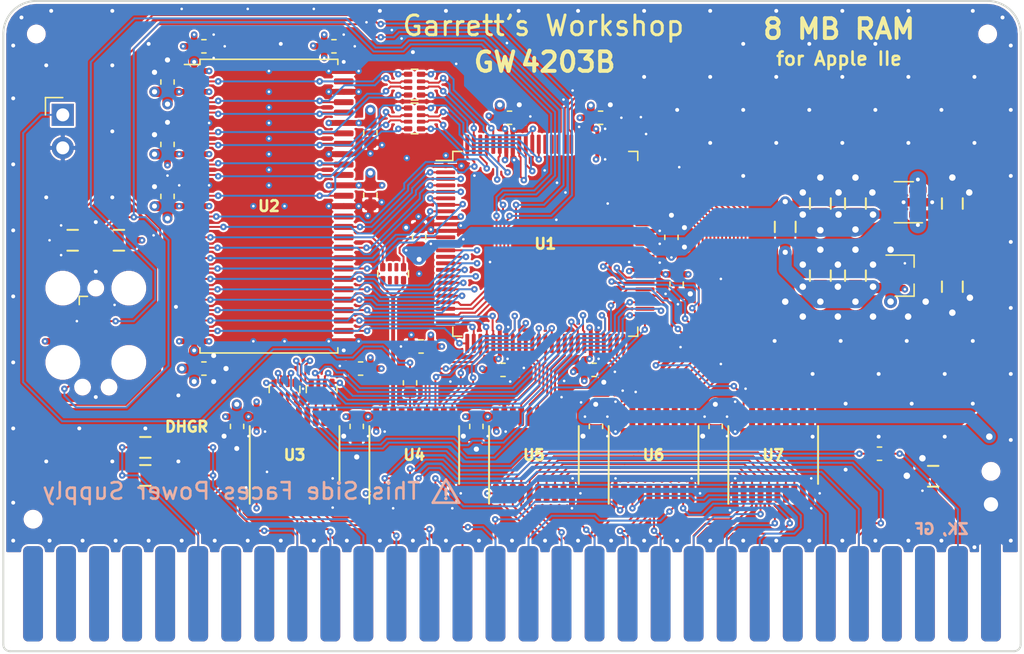
<source format=kicad_pcb>
(kicad_pcb (version 20171130) (host pcbnew "(5.1.5-0-10_14)")

  (general
    (thickness 1.6)
    (drawings 23)
    (tracks 2279)
    (zones 0)
    (modules 62)
    (nets 176)
  )

  (page A4)
  (title_block
    (title "GW4203B (RAM2E II)")
    (date 2020-08-04)
    (rev 1.1)
    (company "Garrett's Workshop")
  )

  (layers
    (0 F.Cu signal)
    (1 In1.Cu signal)
    (2 In2.Cu signal)
    (31 B.Cu signal)
    (32 B.Adhes user)
    (33 F.Adhes user)
    (34 B.Paste user)
    (35 F.Paste user)
    (36 B.SilkS user)
    (37 F.SilkS user)
    (38 B.Mask user)
    (39 F.Mask user)
    (40 Dwgs.User user)
    (41 Cmts.User user)
    (42 Eco1.User user)
    (43 Eco2.User user)
    (44 Edge.Cuts user)
    (45 Margin user)
    (46 B.CrtYd user)
    (47 F.CrtYd user)
    (48 B.Fab user)
    (49 F.Fab user)
  )

  (setup
    (last_trace_width 0.15)
    (user_trace_width 0.2)
    (user_trace_width 0.25)
    (user_trace_width 0.3)
    (user_trace_width 0.35)
    (user_trace_width 0.4)
    (user_trace_width 0.45)
    (user_trace_width 0.5)
    (user_trace_width 0.6)
    (user_trace_width 0.65)
    (user_trace_width 0.8)
    (user_trace_width 1)
    (user_trace_width 1.27)
    (user_trace_width 1.524)
    (trace_clearance 0.15)
    (zone_clearance 0.154)
    (zone_45_only no)
    (trace_min 0.15)
    (via_size 0.5)
    (via_drill 0.2)
    (via_min_size 0.5)
    (via_min_drill 0.2)
    (user_via 0.6 0.3)
    (user_via 0.8 0.4)
    (user_via 1 0.5)
    (user_via 1.524 0.762)
    (uvia_size 0.3)
    (uvia_drill 0.1)
    (uvias_allowed no)
    (uvia_min_size 0.2)
    (uvia_min_drill 0.1)
    (edge_width 0.15)
    (segment_width 0.1524)
    (pcb_text_width 0.3)
    (pcb_text_size 1.5 1.5)
    (mod_edge_width 0.15)
    (mod_text_size 1 1)
    (mod_text_width 0.15)
    (pad_size 0.7 0.95)
    (pad_drill 0)
    (pad_to_mask_clearance 0.05)
    (solder_mask_min_width 0.1)
    (pad_to_paste_clearance -0.0381)
    (aux_axis_origin 0 0)
    (visible_elements FFFFFF7F)
    (pcbplotparams
      (layerselection 0x010f8_ffffffff)
      (usegerberextensions true)
      (usegerberattributes false)
      (usegerberadvancedattributes false)
      (creategerberjobfile false)
      (excludeedgelayer true)
      (linewidth 0.100000)
      (plotframeref false)
      (viasonmask false)
      (mode 1)
      (useauxorigin false)
      (hpglpennumber 1)
      (hpglpenspeed 20)
      (hpglpendiameter 15.000000)
      (psnegative false)
      (psa4output false)
      (plotreference true)
      (plotvalue true)
      (plotinvisibletext false)
      (padsonsilk false)
      (subtractmaskfromsilk true)
      (outputformat 1)
      (mirror false)
      (drillshape 0)
      (scaleselection 1)
      (outputdirectory "gerber/"))
  )

  (net 0 "")
  (net 1 +5V)
  (net 2 GND)
  (net 3 /Vid7M)
  (net 4 /~SYNC~)
  (net 5 /~PRAS~)
  (net 6 /VC)
  (net 7 /~C07X~)
  (net 8 /~WNDW~)
  (net 9 /SEGA)
  (net 10 /ROMEN1)
  (net 11 /ROMEN2)
  (net 12 /MD7)
  (net 13 /MD6)
  (net 14 /MD5)
  (net 15 /MD4)
  (net 16 /PHI0)
  (net 17 /~CLRGAT~)
  (net 18 /~80VID~)
  (net 19 /~PCAS~)
  (net 20 /~LDPS~)
  (net 21 /R~W~80)
  (net 22 /PHI1)
  (net 23 /~CASEN~)
  (net 24 /MD3)
  (net 25 /MD2)
  (net 26 /MD1)
  (net 27 /MD0)
  (net 28 /H0)
  (net 29 /AN3)
  (net 30 /~EN80~)
  (net 31 /~ALTVID~)
  (net 32 /~SEROUT~)
  (net 33 /~ENVID~)
  (net 34 /R~W~)
  (net 35 /Q3)
  (net 36 /SEGB)
  (net 37 /~RA9~)
  (net 38 /~RA10~)
  (net 39 /GR)
  (net 40 /~ENTMG~)
  (net 41 /MA6)
  (net 42 /MA5)
  (net 43 /MA4)
  (net 44 /MA3)
  (net 45 /MA2)
  (net 46 /MA1)
  (net 47 /MA0)
  (net 48 /MA7)
  (net 49 /C7M)
  (net 50 /C14M)
  (net 51 /C3M58)
  (net 52 /VD0)
  (net 53 /VD1)
  (net 54 /VD2)
  (net 55 /VD3)
  (net 56 /VD4)
  (net 57 /VD5)
  (net 58 /VD6)
  (net 59 /VD7)
  (net 60 +3V3)
  (net 61 /TDI)
  (net 62 "Net-(J2-Pad8)")
  (net 63 "Net-(J2-Pad7)")
  (net 64 "Net-(J2-Pad6)")
  (net 65 /TMS)
  (net 66 /TDO)
  (net 67 /TCK)
  (net 68 /RD5)
  (net 69 /RD4)
  (net 70 /RD3)
  (net 71 /RD2)
  (net 72 /RD7)
  (net 73 /RD6)
  (net 74 /RD0)
  (net 75 /RD1)
  (net 76 /DQMH)
  (net 77 /~WE~)
  (net 78 /~CAS~)
  (net 79 /CKE)
  (net 80 /~RAS~)
  (net 81 /BA0)
  (net 82 /RA11)
  (net 83 /~CS~)
  (net 84 /BA1)
  (net 85 /RA9)
  (net 86 /RA10)
  (net 87 /RA8)
  (net 88 /RA0)
  (net 89 /RA7)
  (net 90 /RA1)
  (net 91 /RA6)
  (net 92 /RA4)
  (net 93 /RA3)
  (net 94 /~EN80~in)
  (net 95 /RA5)
  (net 96 /RA2)
  (net 97 /R~W~80in)
  (net 98 /Ain5)
  (net 99 /PHI1in)
  (net 100 /Ain6)
  (net 101 "Net-(U1-Pad61)")
  (net 102 "Net-(U1-Pad66)")
  (net 103 "Net-(U1-Pad78)")
  (net 104 "Net-(U1-Pad81)")
  (net 105 /DQML)
  (net 106 /~C07X~in)
  (net 107 /R~W~in)
  (net 108 /Ain0)
  (net 109 /Ain1)
  (net 110 /Ain2)
  (net 111 /Ain3)
  (net 112 /Ain4)
  (net 113 /Ain7)
  (net 114 /Din0)
  (net 115 /Din1)
  (net 116 /Din2)
  (net 117 /Din3)
  (net 118 /Din4)
  (net 119 /Din5)
  (net 120 /Din6)
  (net 121 /Din7)
  (net 122 /V~OE~)
  (net 123 /Vout7)
  (net 124 /Vout6)
  (net 125 /Vout5)
  (net 126 /Vout4)
  (net 127 /Vout3)
  (net 128 /Vout2)
  (net 129 /Vout1)
  (net 130 /Vout0)
  (net 131 /D~OE~)
  (net 132 /Dout0)
  (net 133 /Dout1)
  (net 134 /Dout2)
  (net 135 /Dout3)
  (net 136 /Dout4)
  (net 137 /Dout5)
  (net 138 /Dout6)
  (net 139 /Dout7)
  (net 140 /RD1r)
  (net 141 /RD0r)
  (net 142 /RD2r)
  (net 143 /RD3r)
  (net 144 /RD7r)
  (net 145 /RD6r)
  (net 146 /RD4r)
  (net 147 /RD5r)
  (net 148 /RCLK)
  (net 149 /ACLK)
  (net 150 "Net-(RN3-Pad1)")
  (net 151 "Net-(U4-Pad17)")
  (net 152 /~FRCTXT~)
  (net 153 "Net-(U1-Pad88)")
  (net 154 "Net-(U1-Pad87)")
  (net 155 "Net-(U1-Pad86)")
  (net 156 "Net-(RN3-Pad3)")
  (net 157 "Net-(RN3-Pad2)")
  (net 158 "Net-(RN3-Pad7)")
  (net 159 "Net-(RN3-Pad6)")
  (net 160 "Net-(U1-Pad82)")
  (net 161 "Net-(U1-Pad83)")
  (net 162 /~80VID~in)
  (net 163 +1V8)
  (net 164 "Net-(U9-Pad4)")
  (net 165 "Net-(RN4-Pad4)")
  (net 166 "Net-(RN4-Pad2)")
  (net 167 "Net-(RN4-Pad3)")
  (net 168 "Net-(RN4-Pad1)")
  (net 169 "Net-(RN5-Pad1)")
  (net 170 "Net-(RN5-Pad3)")
  (net 171 "Net-(RN5-Pad2)")
  (net 172 "Net-(RN5-Pad4)")
  (net 173 /C14MB)
  (net 174 "Net-(R3-Pad2)")
  (net 175 /C14MR)

  (net_class Default "This is the default net class."
    (clearance 0.15)
    (trace_width 0.15)
    (via_dia 0.5)
    (via_drill 0.2)
    (uvia_dia 0.3)
    (uvia_drill 0.1)
    (add_net +1V8)
    (add_net +3V3)
    (add_net +5V)
    (add_net /ACLK)
    (add_net /AN3)
    (add_net /Ain0)
    (add_net /Ain1)
    (add_net /Ain2)
    (add_net /Ain3)
    (add_net /Ain4)
    (add_net /Ain5)
    (add_net /Ain6)
    (add_net /Ain7)
    (add_net /BA0)
    (add_net /BA1)
    (add_net /C14M)
    (add_net /C14MB)
    (add_net /C14MR)
    (add_net /C3M58)
    (add_net /C7M)
    (add_net /CKE)
    (add_net /DQMH)
    (add_net /DQML)
    (add_net /Din0)
    (add_net /Din1)
    (add_net /Din2)
    (add_net /Din3)
    (add_net /Din4)
    (add_net /Din5)
    (add_net /Din6)
    (add_net /Din7)
    (add_net /Dout0)
    (add_net /Dout1)
    (add_net /Dout2)
    (add_net /Dout3)
    (add_net /Dout4)
    (add_net /Dout5)
    (add_net /Dout6)
    (add_net /Dout7)
    (add_net /D~OE~)
    (add_net /GR)
    (add_net /H0)
    (add_net /MA0)
    (add_net /MA1)
    (add_net /MA2)
    (add_net /MA3)
    (add_net /MA4)
    (add_net /MA5)
    (add_net /MA6)
    (add_net /MA7)
    (add_net /MD0)
    (add_net /MD1)
    (add_net /MD2)
    (add_net /MD3)
    (add_net /MD4)
    (add_net /MD5)
    (add_net /MD6)
    (add_net /MD7)
    (add_net /PHI0)
    (add_net /PHI1)
    (add_net /PHI1in)
    (add_net /Q3)
    (add_net /RA0)
    (add_net /RA1)
    (add_net /RA10)
    (add_net /RA11)
    (add_net /RA2)
    (add_net /RA3)
    (add_net /RA4)
    (add_net /RA5)
    (add_net /RA6)
    (add_net /RA7)
    (add_net /RA8)
    (add_net /RA9)
    (add_net /RCLK)
    (add_net /RD0)
    (add_net /RD0r)
    (add_net /RD1)
    (add_net /RD1r)
    (add_net /RD2)
    (add_net /RD2r)
    (add_net /RD3)
    (add_net /RD3r)
    (add_net /RD4)
    (add_net /RD4r)
    (add_net /RD5)
    (add_net /RD5r)
    (add_net /RD6)
    (add_net /RD6r)
    (add_net /RD7)
    (add_net /RD7r)
    (add_net /ROMEN1)
    (add_net /ROMEN2)
    (add_net /R~W~)
    (add_net /R~W~80)
    (add_net /R~W~80in)
    (add_net /R~W~in)
    (add_net /SEGA)
    (add_net /SEGB)
    (add_net /TCK)
    (add_net /TDI)
    (add_net /TDO)
    (add_net /TMS)
    (add_net /VC)
    (add_net /VD0)
    (add_net /VD1)
    (add_net /VD2)
    (add_net /VD3)
    (add_net /VD4)
    (add_net /VD5)
    (add_net /VD6)
    (add_net /VD7)
    (add_net /Vid7M)
    (add_net /Vout0)
    (add_net /Vout1)
    (add_net /Vout2)
    (add_net /Vout3)
    (add_net /Vout4)
    (add_net /Vout5)
    (add_net /Vout6)
    (add_net /Vout7)
    (add_net /V~OE~)
    (add_net /~80VID~)
    (add_net /~80VID~in)
    (add_net /~ALTVID~)
    (add_net /~C07X~)
    (add_net /~C07X~in)
    (add_net /~CASEN~)
    (add_net /~CAS~)
    (add_net /~CLRGAT~)
    (add_net /~CS~)
    (add_net /~EN80~)
    (add_net /~EN80~in)
    (add_net /~ENTMG~)
    (add_net /~ENVID~)
    (add_net /~FRCTXT~)
    (add_net /~LDPS~)
    (add_net /~PCAS~)
    (add_net /~PRAS~)
    (add_net /~RA10~)
    (add_net /~RA9~)
    (add_net /~RAS~)
    (add_net /~SEROUT~)
    (add_net /~SYNC~)
    (add_net /~WE~)
    (add_net /~WNDW~)
    (add_net GND)
    (add_net "Net-(J2-Pad6)")
    (add_net "Net-(J2-Pad7)")
    (add_net "Net-(J2-Pad8)")
    (add_net "Net-(R3-Pad2)")
    (add_net "Net-(RN3-Pad1)")
    (add_net "Net-(RN3-Pad2)")
    (add_net "Net-(RN3-Pad3)")
    (add_net "Net-(RN3-Pad6)")
    (add_net "Net-(RN3-Pad7)")
    (add_net "Net-(RN4-Pad1)")
    (add_net "Net-(RN4-Pad2)")
    (add_net "Net-(RN4-Pad3)")
    (add_net "Net-(RN4-Pad4)")
    (add_net "Net-(RN5-Pad1)")
    (add_net "Net-(RN5-Pad2)")
    (add_net "Net-(RN5-Pad3)")
    (add_net "Net-(RN5-Pad4)")
    (add_net "Net-(U1-Pad61)")
    (add_net "Net-(U1-Pad66)")
    (add_net "Net-(U1-Pad78)")
    (add_net "Net-(U1-Pad81)")
    (add_net "Net-(U1-Pad82)")
    (add_net "Net-(U1-Pad83)")
    (add_net "Net-(U1-Pad86)")
    (add_net "Net-(U1-Pad87)")
    (add_net "Net-(U1-Pad88)")
    (add_net "Net-(U4-Pad17)")
    (add_net "Net-(U9-Pad4)")
  )

  (module Connector_PinHeader_2.54mm:PinHeader_1x02_P2.54mm_Vertical (layer F.Cu) (tedit 5FDA6163) (tstamp 5FE16B9E)
    (at 202.946 98.425)
    (descr "Through hole straight pin header, 1x02, 2.54mm pitch, single row")
    (tags "Through hole pin header THT 1x02 2.54mm single row")
    (path /608879CA)
    (fp_text reference J3 (at 0 -2.33) (layer F.SilkS) hide
      (effects (font (size 1 1) (thickness 0.15)))
    )
    (fp_text value C14M (at 0 5.08) (layer F.Fab)
      (effects (font (size 0.8128 0.8128) (thickness 0.2032)))
    )
    (fp_text user %R (at 0 1.27 90) (layer F.Fab)
      (effects (font (size 1 1) (thickness 0.15)))
    )
    (fp_line (start 1.8 -1.8) (end -1.8 -1.8) (layer F.CrtYd) (width 0.05))
    (fp_line (start 1.8 4.35) (end 1.8 -1.8) (layer F.CrtYd) (width 0.05))
    (fp_line (start -1.8 4.35) (end 1.8 4.35) (layer F.CrtYd) (width 0.05))
    (fp_line (start -1.8 -1.8) (end -1.8 4.35) (layer F.CrtYd) (width 0.05))
    (fp_line (start -1.33 -1.33) (end 0 -1.33) (layer F.SilkS) (width 0.12))
    (fp_line (start -1.33 0) (end -1.33 -1.33) (layer F.SilkS) (width 0.12))
    (fp_line (start -1.27 -0.635) (end -0.635 -1.27) (layer F.Fab) (width 0.1))
    (fp_line (start -1.27 3.81) (end -1.27 -0.635) (layer F.Fab) (width 0.1))
    (fp_line (start 1.27 3.81) (end -1.27 3.81) (layer F.Fab) (width 0.1))
    (fp_line (start 1.27 -1.27) (end 1.27 3.81) (layer F.Fab) (width 0.1))
    (fp_line (start -0.635 -1.27) (end 1.27 -1.27) (layer F.Fab) (width 0.1))
    (pad 2 thru_hole oval (at 0 2.54) (size 1.7 1.7) (drill 1) (layers *.Cu *.Mask)
      (net 2 GND))
    (pad 1 thru_hole rect (at 0 0) (size 1.7 1.7) (drill 1) (layers *.Cu *.Mask)
      (net 173 /C14MB))
  )

  (module stdpads:SOT-23-5 (layer F.Cu) (tedit 5F627B8F) (tstamp 5F5BBF24)
    (at 267.65 105.15)
    (tags SOT-23-5)
    (path /5F6DD402)
    (solder_mask_margin 0.05)
    (solder_paste_margin -0.05)
    (attr smd)
    (fp_text reference U9 (at 0 0 270) (layer F.Fab)
      (effects (font (size 0.381 0.381) (thickness 0.09525)))
    )
    (fp_text value AP2127K-1.8 (at -0.4 0 270) (layer F.Fab)
      (effects (font (size 0.127 0.127) (thickness 0.03175)))
    )
    (fp_line (start 0.7 0.95) (end 0.7 -1.5) (layer F.Fab) (width 0.1))
    (fp_line (start 0.15 1.52) (end -0.7 1.52) (layer F.Fab) (width 0.1))
    (fp_line (start 0.7 0.95) (end 0.15 1.52) (layer F.Fab) (width 0.1))
    (fp_line (start -0.7 1.52) (end -0.7 -1.52) (layer F.Fab) (width 0.1))
    (fp_line (start 0.7 -1.52) (end -0.7 -1.52) (layer F.Fab) (width 0.1))
    (fp_line (start 2 1.8) (end -2 1.8) (layer F.CrtYd) (width 0.05))
    (fp_line (start -2 1.8) (end -2 -1.8) (layer F.CrtYd) (width 0.05))
    (fp_line (start -2 -1.8) (end 2 -1.8) (layer F.CrtYd) (width 0.05))
    (fp_line (start 2 -1.8) (end 2 1.8) (layer F.CrtYd) (width 0.05))
    (fp_line (start -0.76 1.58) (end 1.4 1.58) (layer F.SilkS) (width 0.12))
    (fp_line (start -0.76 -1.58) (end 0.7 -1.58) (layer F.SilkS) (width 0.12))
    (pad 1 smd roundrect (at 1.05 0.95 180) (size 1.35 0.65) (layers F.Cu F.Paste F.Mask) (roundrect_rratio 0.25)
      (net 1 +5V))
    (pad 3 smd roundrect (at 1.05 -0.95 180) (size 1.35 0.65) (layers F.Cu F.Paste F.Mask) (roundrect_rratio 0.25)
      (net 1 +5V))
    (pad 2 smd roundrect (at 1.05 0 180) (size 1.35 0.65) (layers F.Cu F.Paste F.Mask) (roundrect_rratio 0.25)
      (net 2 GND))
    (pad 5 smd roundrect (at -1.05 0.95 180) (size 1.35 0.65) (layers F.Cu F.Paste F.Mask) (roundrect_rratio 0.25)
      (net 163 +1V8))
    (pad 4 smd roundrect (at -1.05 -0.95 180) (size 1.35 0.65) (layers F.Cu F.Paste F.Mask) (roundrect_rratio 0.25)
      (net 164 "Net-(U9-Pad4)"))
    (model ${KISYS3DMOD}/Package_TO_SOT_SMD.3dshapes/SOT-23-5.wrl
      (at (xyz 0 0 0))
      (scale (xyz 1 1 1))
      (rotate (xyz 0 0 180))
    )
  )

  (module stdpads:R_0603 (layer F.Cu) (tedit 5FDA5E59) (tstamp 5FE1FC62)
    (at 265.75 124.5)
    (tags resistor)
    (path /6088A353)
    (solder_mask_margin 0.05)
    (solder_paste_margin -0.05)
    (attr smd)
    (fp_text reference R2 (at 0 0) (layer F.Fab)
      (effects (font (size 0.254 0.254) (thickness 0.0635)))
    )
    (fp_text value 33 (at 0 0.25) (layer F.Fab)
      (effects (font (size 0.127 0.127) (thickness 0.03175)))
    )
    (fp_text user %R (at 0 0) (layer F.SilkS) hide
      (effects (font (size 0.254 0.254) (thickness 0.0635)))
    )
    (fp_line (start 1.4 0.7) (end -1.4 0.7) (layer F.CrtYd) (width 0.05))
    (fp_line (start 1.4 -0.7) (end 1.4 0.7) (layer F.CrtYd) (width 0.05))
    (fp_line (start -1.4 -0.7) (end 1.4 -0.7) (layer F.CrtYd) (width 0.05))
    (fp_line (start -1.4 0.7) (end -1.4 -0.7) (layer F.CrtYd) (width 0.05))
    (fp_line (start -0.162779 0.51) (end 0.162779 0.51) (layer F.SilkS) (width 0.12))
    (fp_line (start -0.162779 -0.51) (end 0.162779 -0.51) (layer F.SilkS) (width 0.12))
    (fp_line (start 0.8 0.4) (end -0.8 0.4) (layer F.Fab) (width 0.1))
    (fp_line (start 0.8 -0.4) (end 0.8 0.4) (layer F.Fab) (width 0.1))
    (fp_line (start -0.8 -0.4) (end 0.8 -0.4) (layer F.Fab) (width 0.1))
    (fp_line (start -0.8 0.4) (end -0.8 -0.4) (layer F.Fab) (width 0.1))
    (pad 2 smd roundrect (at 0.8 0) (size 0.7 0.95) (layers F.Cu F.Paste F.Mask) (roundrect_rratio 0.25)
      (net 50 /C14M))
    (pad 1 smd roundrect (at -0.8 0) (size 0.7 0.95) (layers F.Cu F.Paste F.Mask) (roundrect_rratio 0.25)
      (net 175 /C14MR))
    (model ${KISYS3DMOD}/Resistor_SMD.3dshapes/R_0603_1608Metric.wrl
      (at (xyz 0 0 0))
      (scale (xyz 1 1 1))
      (rotate (xyz 0 0 0))
    )
  )

  (module stdpads:R_0603 (layer F.Cu) (tedit 5FDA5A0F) (tstamp 5FE0CAB4)
    (at 229.65 119.05 270)
    (tags resistor)
    (path /6081D682)
    (solder_mask_margin 0.05)
    (solder_paste_margin -0.05)
    (attr smd)
    (fp_text reference R3 (at 0 0 90) (layer F.Fab)
      (effects (font (size 0.254 0.254) (thickness 0.0635)))
    )
    (fp_text value 33 (at 0 0.25 90) (layer F.Fab)
      (effects (font (size 0.127 0.127) (thickness 0.03175)))
    )
    (fp_line (start -0.8 0.4) (end -0.8 -0.4) (layer F.Fab) (width 0.1))
    (fp_line (start -0.8 -0.4) (end 0.8 -0.4) (layer F.Fab) (width 0.1))
    (fp_line (start 0.8 -0.4) (end 0.8 0.4) (layer F.Fab) (width 0.1))
    (fp_line (start 0.8 0.4) (end -0.8 0.4) (layer F.Fab) (width 0.1))
    (fp_line (start -0.162779 -0.51) (end 0.162779 -0.51) (layer F.SilkS) (width 0.12))
    (fp_line (start -0.162779 0.51) (end 0.162779 0.51) (layer F.SilkS) (width 0.12))
    (fp_line (start -1.4 0.7) (end -1.4 -0.7) (layer F.CrtYd) (width 0.05))
    (fp_line (start -1.4 -0.7) (end 1.4 -0.7) (layer F.CrtYd) (width 0.05))
    (fp_line (start 1.4 -0.7) (end 1.4 0.7) (layer F.CrtYd) (width 0.05))
    (fp_line (start 1.4 0.7) (end -1.4 0.7) (layer F.CrtYd) (width 0.05))
    (fp_text user %R (at 0 0 90) (layer F.SilkS) hide
      (effects (font (size 0.254 0.254) (thickness 0.0635)))
    )
    (pad 1 smd roundrect (at -0.8 0 270) (size 0.7 0.95) (layers F.Cu F.Paste F.Mask) (roundrect_rratio 0.25)
      (net 173 /C14MB))
    (pad 2 smd roundrect (at 0.8 0 270) (size 0.7 0.95) (layers F.Cu F.Paste F.Mask) (roundrect_rratio 0.25)
      (net 174 "Net-(R3-Pad2)"))
    (model ${KISYS3DMOD}/Resistor_SMD.3dshapes/R_0603_1608Metric.wrl
      (at (xyz 0 0 0))
      (scale (xyz 1 1 1))
      (rotate (xyz 0 0 0))
    )
  )

  (module stdpads:TQFP-100_14x14mm_P0.5mm (layer F.Cu) (tedit 5F73975E) (tstamp 5E7F8776)
    (at 240.05 108.35 270)
    (descr "TQFP, 100 Pin (http://www.microsemi.com/index.php?option=com_docman&task=doc_download&gid=131095), generated with kicad-footprint-generator ipc_gullwing_generator.py")
    (tags "TQFP QFP")
    (path /5EF407E5)
    (solder_mask_margin 0.024)
    (solder_paste_margin -0.035)
    (attr smd)
    (fp_text reference U1 (at 0 0) (layer F.Fab)
      (effects (font (size 0.8128 0.8128) (thickness 0.2032)))
    )
    (fp_text value 5M240ZT100C5N (at 1.25 0) (layer F.Fab)
      (effects (font (size 0.8128 0.8128) (thickness 0.2032)))
    )
    (fp_line (start 7.11 -6.41) (end 7.11 -7.11) (layer F.SilkS) (width 0.12))
    (fp_line (start 7.11 -7.11) (end 6.41 -7.11) (layer F.SilkS) (width 0.12))
    (fp_line (start 7.11 6.41) (end 7.11 7.11) (layer F.SilkS) (width 0.12))
    (fp_line (start 7.11 7.11) (end 6.41 7.11) (layer F.SilkS) (width 0.12))
    (fp_line (start -7.11 -6.41) (end -7.11 -7.11) (layer F.SilkS) (width 0.12))
    (fp_line (start -7.11 -7.11) (end -6.41 -7.11) (layer F.SilkS) (width 0.12))
    (fp_line (start -7.11 6.41) (end -7.11 7.11) (layer F.SilkS) (width 0.12))
    (fp_line (start -7.11 7.11) (end -6.41 7.11) (layer F.SilkS) (width 0.12))
    (fp_line (start -6.41 7.11) (end -6.41 8.4) (layer F.SilkS) (width 0.12))
    (fp_line (start -7 6) (end -7 -7) (layer F.Fab) (width 0.1))
    (fp_line (start -7 -7) (end 7 -7) (layer F.Fab) (width 0.1))
    (fp_line (start 7 -7) (end 7 7) (layer F.Fab) (width 0.1))
    (fp_line (start 7 7) (end -6 7) (layer F.Fab) (width 0.1))
    (fp_line (start -6 7) (end -7 6) (layer F.Fab) (width 0.1))
    (fp_line (start -8.65 0) (end -8.65 6.4) (layer F.CrtYd) (width 0.05))
    (fp_line (start -8.65 6.4) (end -7.25 6.4) (layer F.CrtYd) (width 0.05))
    (fp_line (start -7.25 6.4) (end -7.25 7.25) (layer F.CrtYd) (width 0.05))
    (fp_line (start -7.25 7.25) (end -6.4 7.25) (layer F.CrtYd) (width 0.05))
    (fp_line (start -6.4 7.25) (end -6.4 8.65) (layer F.CrtYd) (width 0.05))
    (fp_line (start -6.4 8.65) (end 0 8.65) (layer F.CrtYd) (width 0.05))
    (fp_line (start -8.65 0) (end -8.65 -6.4) (layer F.CrtYd) (width 0.05))
    (fp_line (start -8.65 -6.4) (end -7.25 -6.4) (layer F.CrtYd) (width 0.05))
    (fp_line (start -7.25 -6.4) (end -7.25 -7.25) (layer F.CrtYd) (width 0.05))
    (fp_line (start -7.25 -7.25) (end -6.4 -7.25) (layer F.CrtYd) (width 0.05))
    (fp_line (start -6.4 -7.25) (end -6.4 -8.65) (layer F.CrtYd) (width 0.05))
    (fp_line (start -6.4 -8.65) (end 0 -8.65) (layer F.CrtYd) (width 0.05))
    (fp_line (start 8.65 0) (end 8.65 6.4) (layer F.CrtYd) (width 0.05))
    (fp_line (start 8.65 6.4) (end 7.25 6.4) (layer F.CrtYd) (width 0.05))
    (fp_line (start 7.25 6.4) (end 7.25 7.25) (layer F.CrtYd) (width 0.05))
    (fp_line (start 7.25 7.25) (end 6.4 7.25) (layer F.CrtYd) (width 0.05))
    (fp_line (start 6.4 7.25) (end 6.4 8.65) (layer F.CrtYd) (width 0.05))
    (fp_line (start 6.4 8.65) (end 0 8.65) (layer F.CrtYd) (width 0.05))
    (fp_line (start 8.65 0) (end 8.65 -6.4) (layer F.CrtYd) (width 0.05))
    (fp_line (start 8.65 -6.4) (end 7.25 -6.4) (layer F.CrtYd) (width 0.05))
    (fp_line (start 7.25 -6.4) (end 7.25 -7.25) (layer F.CrtYd) (width 0.05))
    (fp_line (start 7.25 -7.25) (end 6.4 -7.25) (layer F.CrtYd) (width 0.05))
    (fp_line (start 6.4 -7.25) (end 6.4 -8.65) (layer F.CrtYd) (width 0.05))
    (fp_line (start 6.4 -8.65) (end 0 -8.65) (layer F.CrtYd) (width 0.05))
    (fp_text user %R (at 0 0) (layer F.SilkS)
      (effects (font (size 0.8128 0.8128) (thickness 0.2032)))
    )
    (pad 1 smd roundrect (at -6 7.6625) (size 1.475 0.3) (layers F.Cu F.Paste F.Mask) (roundrect_rratio 0.25)
      (net 2 GND))
    (pad 2 smd roundrect (at -5.5 7.6625) (size 1.475 0.3) (layers F.Cu F.Paste F.Mask) (roundrect_rratio 0.25)
      (net 77 /~WE~))
    (pad 3 smd roundrect (at -5 7.6625) (size 1.475 0.3) (layers F.Cu F.Paste F.Mask) (roundrect_rratio 0.25)
      (net 78 /~CAS~))
    (pad 4 smd roundrect (at -4.5 7.6625) (size 1.475 0.3) (layers F.Cu F.Paste F.Mask) (roundrect_rratio 0.25)
      (net 79 /CKE))
    (pad 5 smd roundrect (at -4 7.6625) (size 1.475 0.3) (layers F.Cu F.Paste F.Mask) (roundrect_rratio 0.25)
      (net 80 /~RAS~))
    (pad 6 smd roundrect (at -3.5 7.6625) (size 1.475 0.3) (layers F.Cu F.Paste F.Mask) (roundrect_rratio 0.25)
      (net 81 /BA0))
    (pad 7 smd roundrect (at -3 7.6625) (size 1.475 0.3) (layers F.Cu F.Paste F.Mask) (roundrect_rratio 0.25)
      (net 82 /RA11))
    (pad 8 smd roundrect (at -2.5 7.6625) (size 1.475 0.3) (layers F.Cu F.Paste F.Mask) (roundrect_rratio 0.25)
      (net 83 /~CS~))
    (pad 9 smd roundrect (at -2 7.6625) (size 1.475 0.3) (layers F.Cu F.Paste F.Mask) (roundrect_rratio 0.25)
      (net 60 +3V3))
    (pad 10 smd roundrect (at -1.5 7.6625) (size 1.475 0.3) (layers F.Cu F.Paste F.Mask) (roundrect_rratio 0.25)
      (net 2 GND))
    (pad 11 smd roundrect (at -1 7.6625) (size 1.475 0.3) (layers F.Cu F.Paste F.Mask) (roundrect_rratio 0.25)
      (net 2 GND))
    (pad 12 smd roundrect (at -0.5 7.6625) (size 1.475 0.3) (layers F.Cu F.Paste F.Mask) (roundrect_rratio 0.25)
      (net 149 /ACLK))
    (pad 13 smd roundrect (at 0 7.6625) (size 1.475 0.3) (layers F.Cu F.Paste F.Mask) (roundrect_rratio 0.25)
      (net 163 +1V8))
    (pad 14 smd roundrect (at 0.5 7.6625) (size 1.475 0.3) (layers F.Cu F.Paste F.Mask) (roundrect_rratio 0.25)
      (net 84 /BA1))
    (pad 15 smd roundrect (at 1 7.6625) (size 1.475 0.3) (layers F.Cu F.Paste F.Mask) (roundrect_rratio 0.25)
      (net 85 /RA9))
    (pad 16 smd roundrect (at 1.5 7.6625) (size 1.475 0.3) (layers F.Cu F.Paste F.Mask) (roundrect_rratio 0.25)
      (net 86 /RA10))
    (pad 17 smd roundrect (at 2 7.6625) (size 1.475 0.3) (layers F.Cu F.Paste F.Mask) (roundrect_rratio 0.25)
      (net 87 /RA8))
    (pad 18 smd roundrect (at 2.5 7.6625) (size 1.475 0.3) (layers F.Cu F.Paste F.Mask) (roundrect_rratio 0.25)
      (net 88 /RA0))
    (pad 19 smd roundrect (at 3 7.6625) (size 1.475 0.3) (layers F.Cu F.Paste F.Mask) (roundrect_rratio 0.25)
      (net 89 /RA7))
    (pad 20 smd roundrect (at 3.5 7.6625) (size 1.475 0.3) (layers F.Cu F.Paste F.Mask) (roundrect_rratio 0.25)
      (net 90 /RA1))
    (pad 21 smd roundrect (at 4 7.6625) (size 1.475 0.3) (layers F.Cu F.Paste F.Mask) (roundrect_rratio 0.25)
      (net 91 /RA6))
    (pad 22 smd roundrect (at 4.5 7.6625) (size 1.475 0.3) (layers F.Cu F.Paste F.Mask) (roundrect_rratio 0.25)
      (net 65 /TMS))
    (pad 23 smd roundrect (at 5 7.6625) (size 1.475 0.3) (layers F.Cu F.Paste F.Mask) (roundrect_rratio 0.25)
      (net 61 /TDI))
    (pad 24 smd roundrect (at 5.5 7.6625) (size 1.475 0.3) (layers F.Cu F.Paste F.Mask) (roundrect_rratio 0.25)
      (net 67 /TCK))
    (pad 25 smd roundrect (at 6 7.6625) (size 1.475 0.3) (layers F.Cu F.Paste F.Mask) (roundrect_rratio 0.25)
      (net 66 /TDO))
    (pad 26 smd roundrect (at 7.6625 6) (size 0.3 1.475) (layers F.Cu F.Paste F.Mask) (roundrect_rratio 0.25)
      (net 92 /RA4))
    (pad 27 smd roundrect (at 7.6625 5.5) (size 0.3 1.475) (layers F.Cu F.Paste F.Mask) (roundrect_rratio 0.25)
      (net 93 /RA3))
    (pad 28 smd roundrect (at 7.6625 5) (size 0.3 1.475) (layers F.Cu F.Paste F.Mask) (roundrect_rratio 0.25)
      (net 94 /~EN80~in))
    (pad 29 smd roundrect (at 7.6625 4.5) (size 0.3 1.475) (layers F.Cu F.Paste F.Mask) (roundrect_rratio 0.25)
      (net 95 /RA5))
    (pad 30 smd roundrect (at 7.6625 4) (size 0.3 1.475) (layers F.Cu F.Paste F.Mask) (roundrect_rratio 0.25)
      (net 96 /RA2))
    (pad 31 smd roundrect (at 7.6625 3.5) (size 0.3 1.475) (layers F.Cu F.Paste F.Mask) (roundrect_rratio 0.25)
      (net 60 +3V3))
    (pad 32 smd roundrect (at 7.6625 3) (size 0.3 1.475) (layers F.Cu F.Paste F.Mask) (roundrect_rratio 0.25)
      (net 2 GND))
    (pad 33 smd roundrect (at 7.6625 2.5) (size 0.3 1.475) (layers F.Cu F.Paste F.Mask) (roundrect_rratio 0.25)
      (net 97 /R~W~80in))
    (pad 34 smd roundrect (at 7.6625 2) (size 0.3 1.475) (layers F.Cu F.Paste F.Mask) (roundrect_rratio 0.25)
      (net 98 /Ain5))
    (pad 35 smd roundrect (at 7.6625 1.5) (size 0.3 1.475) (layers F.Cu F.Paste F.Mask) (roundrect_rratio 0.25)
      (net 121 /Din7))
    (pad 36 smd roundrect (at 7.6625 1) (size 0.3 1.475) (layers F.Cu F.Paste F.Mask) (roundrect_rratio 0.25)
      (net 120 /Din6))
    (pad 37 smd roundrect (at 7.6625 0.5) (size 0.3 1.475) (layers F.Cu F.Paste F.Mask) (roundrect_rratio 0.25)
      (net 99 /PHI1in))
    (pad 38 smd roundrect (at 7.6625 0) (size 0.3 1.475) (layers F.Cu F.Paste F.Mask) (roundrect_rratio 0.25)
      (net 114 /Din0))
    (pad 39 smd roundrect (at 7.6625 -0.5) (size 0.3 1.475) (layers F.Cu F.Paste F.Mask) (roundrect_rratio 0.25)
      (net 100 /Ain6))
    (pad 40 smd roundrect (at 7.6625 -1) (size 0.3 1.475) (layers F.Cu F.Paste F.Mask) (roundrect_rratio 0.25)
      (net 115 /Din1))
    (pad 41 smd roundrect (at 7.6625 -1.5) (size 0.3 1.475) (layers F.Cu F.Paste F.Mask) (roundrect_rratio 0.25)
      (net 117 /Din3))
    (pad 42 smd roundrect (at 7.6625 -2) (size 0.3 1.475) (layers F.Cu F.Paste F.Mask) (roundrect_rratio 0.25)
      (net 116 /Din2))
    (pad 43 smd roundrect (at 7.6625 -2.5) (size 0.3 1.475) (layers F.Cu F.Paste F.Mask) (roundrect_rratio 0.25)
      (net 110 /Ain2))
    (pad 44 smd roundrect (at 7.6625 -3) (size 0.3 1.475) (layers F.Cu F.Paste F.Mask) (roundrect_rratio 0.25)
      (net 112 /Ain4))
    (pad 45 smd roundrect (at 7.6625 -3.5) (size 0.3 1.475) (layers F.Cu F.Paste F.Mask) (roundrect_rratio 0.25)
      (net 60 +3V3))
    (pad 46 smd roundrect (at 7.6625 -4) (size 0.3 1.475) (layers F.Cu F.Paste F.Mask) (roundrect_rratio 0.25)
      (net 2 GND))
    (pad 47 smd roundrect (at 7.6625 -4.5) (size 0.3 1.475) (layers F.Cu F.Paste F.Mask) (roundrect_rratio 0.25)
      (net 111 /Ain3))
    (pad 48 smd roundrect (at 7.6625 -5) (size 0.3 1.475) (layers F.Cu F.Paste F.Mask) (roundrect_rratio 0.25)
      (net 118 /Din4))
    (pad 49 smd roundrect (at 7.6625 -5.5) (size 0.3 1.475) (layers F.Cu F.Paste F.Mask) (roundrect_rratio 0.25)
      (net 119 /Din5))
    (pad 50 smd roundrect (at 7.6625 -6) (size 0.3 1.475) (layers F.Cu F.Paste F.Mask) (roundrect_rratio 0.25)
      (net 122 /V~OE~))
    (pad 51 smd roundrect (at 6 -7.6625) (size 1.475 0.3) (layers F.Cu F.Paste F.Mask) (roundrect_rratio 0.25)
      (net 107 /R~W~in))
    (pad 52 smd roundrect (at 5.5 -7.6625) (size 1.475 0.3) (layers F.Cu F.Paste F.Mask) (roundrect_rratio 0.25)
      (net 106 /~C07X~in))
    (pad 53 smd roundrect (at 5 -7.6625) (size 1.475 0.3) (layers F.Cu F.Paste F.Mask) (roundrect_rratio 0.25)
      (net 113 /Ain7))
    (pad 54 smd roundrect (at 4.5 -7.6625) (size 1.475 0.3) (layers F.Cu F.Paste F.Mask) (roundrect_rratio 0.25)
      (net 109 /Ain1))
    (pad 55 smd roundrect (at 4 -7.6625) (size 1.475 0.3) (layers F.Cu F.Paste F.Mask) (roundrect_rratio 0.25)
      (net 131 /D~OE~))
    (pad 56 smd roundrect (at 3.5 -7.6625) (size 1.475 0.3) (layers F.Cu F.Paste F.Mask) (roundrect_rratio 0.25)
      (net 108 /Ain0))
    (pad 57 smd roundrect (at 3 -7.6625) (size 1.475 0.3) (layers F.Cu F.Paste F.Mask) (roundrect_rratio 0.25)
      (net 123 /Vout7))
    (pad 58 smd roundrect (at 2.5 -7.6625) (size 1.475 0.3) (layers F.Cu F.Paste F.Mask) (roundrect_rratio 0.25)
      (net 124 /Vout6))
    (pad 59 smd roundrect (at 2 -7.6625) (size 1.475 0.3) (layers F.Cu F.Paste F.Mask) (roundrect_rratio 0.25)
      (net 60 +3V3))
    (pad 60 smd roundrect (at 1.5 -7.6625) (size 1.475 0.3) (layers F.Cu F.Paste F.Mask) (roundrect_rratio 0.25)
      (net 2 GND))
    (pad 61 smd roundrect (at 1 -7.6625) (size 1.475 0.3) (layers F.Cu F.Paste F.Mask) (roundrect_rratio 0.25)
      (net 101 "Net-(U1-Pad61)"))
    (pad 62 smd roundrect (at 0.5 -7.6625) (size 1.475 0.3) (layers F.Cu F.Paste F.Mask) (roundrect_rratio 0.25)
      (net 127 /Vout3))
    (pad 63 smd roundrect (at 0 -7.6625) (size 1.475 0.3) (layers F.Cu F.Paste F.Mask) (roundrect_rratio 0.25)
      (net 163 +1V8))
    (pad 64 smd roundrect (at -0.5 -7.6625) (size 1.475 0.3) (layers F.Cu F.Paste F.Mask) (roundrect_rratio 0.25)
      (net 162 /~80VID~in))
    (pad 65 smd roundrect (at -1 -7.6625) (size 1.475 0.3) (layers F.Cu F.Paste F.Mask) (roundrect_rratio 0.25)
      (net 2 GND))
    (pad 66 smd roundrect (at -1.5 -7.6625) (size 1.475 0.3) (layers F.Cu F.Paste F.Mask) (roundrect_rratio 0.25)
      (net 102 "Net-(U1-Pad66)"))
    (pad 67 smd roundrect (at -2 -7.6625) (size 1.475 0.3) (layers F.Cu F.Paste F.Mask) (roundrect_rratio 0.25)
      (net 129 /Vout1))
    (pad 68 smd roundrect (at -2.5 -7.6625) (size 1.475 0.3) (layers F.Cu F.Paste F.Mask) (roundrect_rratio 0.25)
      (net 125 /Vout5))
    (pad 69 smd roundrect (at -3 -7.6625) (size 1.475 0.3) (layers F.Cu F.Paste F.Mask) (roundrect_rratio 0.25)
      (net 128 /Vout2))
    (pad 70 smd roundrect (at -3.5 -7.6625) (size 1.475 0.3) (layers F.Cu F.Paste F.Mask) (roundrect_rratio 0.25)
      (net 130 /Vout0))
    (pad 71 smd roundrect (at -4 -7.6625) (size 1.475 0.3) (layers F.Cu F.Paste F.Mask) (roundrect_rratio 0.25)
      (net 126 /Vout4))
    (pad 72 smd roundrect (at -4.5 -7.6625) (size 1.475 0.3) (layers F.Cu F.Paste F.Mask) (roundrect_rratio 0.25)
      (net 137 /Dout5))
    (pad 73 smd roundrect (at -5 -7.6625) (size 1.475 0.3) (layers F.Cu F.Paste F.Mask) (roundrect_rratio 0.25)
      (net 136 /Dout4))
    (pad 74 smd roundrect (at -5.5 -7.6625) (size 1.475 0.3) (layers F.Cu F.Paste F.Mask) (roundrect_rratio 0.25)
      (net 134 /Dout2))
    (pad 75 smd roundrect (at -6 -7.6625) (size 1.475 0.3) (layers F.Cu F.Paste F.Mask) (roundrect_rratio 0.25)
      (net 135 /Dout3))
    (pad 76 smd roundrect (at -7.6625 -6) (size 0.3 1.475) (layers F.Cu F.Paste F.Mask) (roundrect_rratio 0.25)
      (net 133 /Dout1))
    (pad 77 smd roundrect (at -7.6625 -5.5) (size 0.3 1.475) (layers F.Cu F.Paste F.Mask) (roundrect_rratio 0.25)
      (net 132 /Dout0))
    (pad 78 smd roundrect (at -7.6625 -5) (size 0.3 1.475) (layers F.Cu F.Paste F.Mask) (roundrect_rratio 0.25)
      (net 103 "Net-(U1-Pad78)"))
    (pad 79 smd roundrect (at -7.6625 -4.5) (size 0.3 1.475) (layers F.Cu F.Paste F.Mask) (roundrect_rratio 0.25)
      (net 2 GND))
    (pad 80 smd roundrect (at -7.6625 -4) (size 0.3 1.475) (layers F.Cu F.Paste F.Mask) (roundrect_rratio 0.25)
      (net 60 +3V3))
    (pad 81 smd roundrect (at -7.6625 -3.5) (size 0.3 1.475) (layers F.Cu F.Paste F.Mask) (roundrect_rratio 0.25)
      (net 104 "Net-(U1-Pad81)"))
    (pad 82 smd roundrect (at -7.6625 -3) (size 0.3 1.475) (layers F.Cu F.Paste F.Mask) (roundrect_rratio 0.25)
      (net 160 "Net-(U1-Pad82)"))
    (pad 83 smd roundrect (at -7.6625 -2.5) (size 0.3 1.475) (layers F.Cu F.Paste F.Mask) (roundrect_rratio 0.25)
      (net 161 "Net-(U1-Pad83)"))
    (pad 84 smd roundrect (at -7.6625 -2) (size 0.3 1.475) (layers F.Cu F.Paste F.Mask) (roundrect_rratio 0.25)
      (net 138 /Dout6))
    (pad 85 smd roundrect (at -7.6625 -1.5) (size 0.3 1.475) (layers F.Cu F.Paste F.Mask) (roundrect_rratio 0.25)
      (net 139 /Dout7))
    (pad 86 smd roundrect (at -7.6625 -1) (size 0.3 1.475) (layers F.Cu F.Paste F.Mask) (roundrect_rratio 0.25)
      (net 155 "Net-(U1-Pad86)"))
    (pad 87 smd roundrect (at -7.6625 -0.5) (size 0.3 1.475) (layers F.Cu F.Paste F.Mask) (roundrect_rratio 0.25)
      (net 154 "Net-(U1-Pad87)"))
    (pad 88 smd roundrect (at -7.6625 0) (size 0.3 1.475) (layers F.Cu F.Paste F.Mask) (roundrect_rratio 0.25)
      (net 153 "Net-(U1-Pad88)"))
    (pad 89 smd roundrect (at -7.6625 0.5) (size 0.3 1.475) (layers F.Cu F.Paste F.Mask) (roundrect_rratio 0.25)
      (net 143 /RD3r))
    (pad 90 smd roundrect (at -7.6625 1) (size 0.3 1.475) (layers F.Cu F.Paste F.Mask) (roundrect_rratio 0.25)
      (net 140 /RD1r))
    (pad 91 smd roundrect (at -7.6625 1.5) (size 0.3 1.475) (layers F.Cu F.Paste F.Mask) (roundrect_rratio 0.25)
      (net 146 /RD4r))
    (pad 92 smd roundrect (at -7.6625 2) (size 0.3 1.475) (layers F.Cu F.Paste F.Mask) (roundrect_rratio 0.25)
      (net 147 /RD5r))
    (pad 93 smd roundrect (at -7.6625 2.5) (size 0.3 1.475) (layers F.Cu F.Paste F.Mask) (roundrect_rratio 0.25)
      (net 2 GND))
    (pad 94 smd roundrect (at -7.6625 3) (size 0.3 1.475) (layers F.Cu F.Paste F.Mask) (roundrect_rratio 0.25)
      (net 60 +3V3))
    (pad 95 smd roundrect (at -7.6625 3.5) (size 0.3 1.475) (layers F.Cu F.Paste F.Mask) (roundrect_rratio 0.25)
      (net 145 /RD6r))
    (pad 96 smd roundrect (at -7.6625 4) (size 0.3 1.475) (layers F.Cu F.Paste F.Mask) (roundrect_rratio 0.25)
      (net 144 /RD7r))
    (pad 97 smd roundrect (at -7.6625 4.5) (size 0.3 1.475) (layers F.Cu F.Paste F.Mask) (roundrect_rratio 0.25)
      (net 141 /RD0r))
    (pad 98 smd roundrect (at -7.6625 5) (size 0.3 1.475) (layers F.Cu F.Paste F.Mask) (roundrect_rratio 0.25)
      (net 105 /DQML))
    (pad 99 smd roundrect (at -7.6625 5.5) (size 0.3 1.475) (layers F.Cu F.Paste F.Mask) (roundrect_rratio 0.25)
      (net 142 /RD2r))
    (pad 100 smd roundrect (at -7.6625 6) (size 0.3 1.475) (layers F.Cu F.Paste F.Mask) (roundrect_rratio 0.25)
      (net 76 /DQMH))
    (model ${KISYS3DMOD}/Package_QFP.3dshapes/TQFP-100_14x14mm_P0.5mm.wrl
      (at (xyz 0 0 0))
      (scale (xyz 1 1 1))
      (rotate (xyz 0 0 -90))
    )
  )

  (module stdpads:C_0603 (layer F.Cu) (tedit 5E890746) (tstamp 5F653D31)
    (at 225.85 117.95 180)
    (tags capacitor)
    (path /5FB22AB9)
    (attr smd)
    (fp_text reference C25 (at 0 0) (layer F.Fab)
      (effects (font (size 0.254 0.254) (thickness 0.0635)))
    )
    (fp_text value 2u2 (at 0 0.25) (layer F.Fab)
      (effects (font (size 0.127 0.127) (thickness 0.03175)))
    )
    (fp_line (start -0.8 0.4) (end -0.8 -0.4) (layer F.Fab) (width 0.1))
    (fp_line (start -0.8 -0.4) (end 0.8 -0.4) (layer F.Fab) (width 0.1))
    (fp_line (start 0.8 -0.4) (end 0.8 0.4) (layer F.Fab) (width 0.1))
    (fp_line (start 0.8 0.4) (end -0.8 0.4) (layer F.Fab) (width 0.1))
    (fp_line (start -0.162779 -0.51) (end 0.162779 -0.51) (layer F.SilkS) (width 0.12))
    (fp_line (start -0.162779 0.51) (end 0.162779 0.51) (layer F.SilkS) (width 0.12))
    (fp_line (start -1.4 0.7) (end -1.4 -0.7) (layer F.CrtYd) (width 0.05))
    (fp_line (start -1.4 -0.7) (end 1.4 -0.7) (layer F.CrtYd) (width 0.05))
    (fp_line (start 1.4 -0.7) (end 1.4 0.7) (layer F.CrtYd) (width 0.05))
    (fp_line (start 1.4 0.7) (end -1.4 0.7) (layer F.CrtYd) (width 0.05))
    (fp_text user %R (at 0 0) (layer F.SilkS) hide
      (effects (font (size 0.254 0.254) (thickness 0.0635)))
    )
    (pad 1 smd roundrect (at -0.75 0 180) (size 0.85 0.95) (layers F.Cu F.Paste F.Mask) (roundrect_rratio 0.25)
      (net 60 +3V3))
    (pad 2 smd roundrect (at 0.75 0 180) (size 0.85 0.95) (layers F.Cu F.Paste F.Mask) (roundrect_rratio 0.25)
      (net 2 GND))
    (model ${KISYS3DMOD}/Capacitor_SMD.3dshapes/C_0603_1608Metric.wrl
      (at (xyz 0 0 0))
      (scale (xyz 1 1 1))
      (rotate (xyz 0 0 0))
    )
  )

  (module stdpads:C_0603 (layer F.Cu) (tedit 5E890746) (tstamp 5F2C3B04)
    (at 213.8 93.15)
    (tags capacitor)
    (path /5FAE052B)
    (attr smd)
    (fp_text reference C20 (at 0 0) (layer F.Fab)
      (effects (font (size 0.254 0.254) (thickness 0.0635)))
    )
    (fp_text value 2u2 (at 0 0.25) (layer F.Fab)
      (effects (font (size 0.127 0.127) (thickness 0.03175)))
    )
    (fp_text user %R (at 0 0) (layer F.SilkS) hide
      (effects (font (size 0.254 0.254) (thickness 0.0635)))
    )
    (fp_line (start 1.4 0.7) (end -1.4 0.7) (layer F.CrtYd) (width 0.05))
    (fp_line (start 1.4 -0.7) (end 1.4 0.7) (layer F.CrtYd) (width 0.05))
    (fp_line (start -1.4 -0.7) (end 1.4 -0.7) (layer F.CrtYd) (width 0.05))
    (fp_line (start -1.4 0.7) (end -1.4 -0.7) (layer F.CrtYd) (width 0.05))
    (fp_line (start -0.162779 0.51) (end 0.162779 0.51) (layer F.SilkS) (width 0.12))
    (fp_line (start -0.162779 -0.51) (end 0.162779 -0.51) (layer F.SilkS) (width 0.12))
    (fp_line (start 0.8 0.4) (end -0.8 0.4) (layer F.Fab) (width 0.1))
    (fp_line (start 0.8 -0.4) (end 0.8 0.4) (layer F.Fab) (width 0.1))
    (fp_line (start -0.8 -0.4) (end 0.8 -0.4) (layer F.Fab) (width 0.1))
    (fp_line (start -0.8 0.4) (end -0.8 -0.4) (layer F.Fab) (width 0.1))
    (pad 2 smd roundrect (at 0.75 0) (size 0.85 0.95) (layers F.Cu F.Paste F.Mask) (roundrect_rratio 0.25)
      (net 2 GND))
    (pad 1 smd roundrect (at -0.75 0) (size 0.85 0.95) (layers F.Cu F.Paste F.Mask) (roundrect_rratio 0.25)
      (net 60 +3V3))
    (model ${KISYS3DMOD}/Capacitor_SMD.3dshapes/C_0603_1608Metric.wrl
      (at (xyz 0 0 0))
      (scale (xyz 1 1 1))
      (rotate (xyz 0 0 0))
    )
  )

  (module stdpads:SOT-23 (layer F.Cu) (tedit 5F29B98F) (tstamp 5F289F4D)
    (at 267.65 110.8 180)
    (tags SOT-23)
    (path /5F5E8C45)
    (solder_mask_margin 0.05)
    (solder_paste_margin -0.05)
    (attr smd)
    (fp_text reference U8 (at 0 0 270) (layer F.Fab)
      (effects (font (size 0.381 0.381) (thickness 0.09525)))
    )
    (fp_text value XC6206P332MR (at 0.45 0 270) (layer F.Fab)
      (effects (font (size 0.127 0.127) (thickness 0.03175)))
    )
    (fp_line (start 0.7 0.95) (end 0.7 -1.5) (layer F.Fab) (width 0.1))
    (fp_line (start 0.15 1.52) (end -0.7 1.52) (layer F.Fab) (width 0.1))
    (fp_line (start 0.7 0.95) (end 0.15 1.52) (layer F.Fab) (width 0.1))
    (fp_line (start -0.7 1.52) (end -0.7 -1.52) (layer F.Fab) (width 0.1))
    (fp_line (start 0.7 -1.52) (end -0.7 -1.52) (layer F.Fab) (width 0.1))
    (fp_line (start -0.76 -1.58) (end -0.76 -0.65) (layer F.SilkS) (width 0.12))
    (fp_line (start -0.76 1.58) (end -0.76 0.65) (layer F.SilkS) (width 0.12))
    (fp_line (start 2 1.8) (end -2 1.8) (layer F.CrtYd) (width 0.05))
    (fp_line (start -2 1.8) (end -2 -1.8) (layer F.CrtYd) (width 0.05))
    (fp_line (start -2 -1.8) (end 2 -1.8) (layer F.CrtYd) (width 0.05))
    (fp_line (start 2 -1.8) (end 2 1.8) (layer F.CrtYd) (width 0.05))
    (fp_line (start -0.76 1.58) (end 1.4 1.58) (layer F.SilkS) (width 0.12))
    (fp_line (start -0.76 -1.58) (end 0.7 -1.58) (layer F.SilkS) (width 0.12))
    (pad 1 smd roundrect (at 1.05 0.95) (size 1.35 0.8) (layers F.Cu F.Paste F.Mask) (roundrect_rratio 0.25)
      (net 2 GND))
    (pad 2 smd roundrect (at 1.05 -0.95) (size 1.35 0.8) (layers F.Cu F.Paste F.Mask) (roundrect_rratio 0.25)
      (net 60 +3V3))
    (pad 3 smd roundrect (at -1.05 0) (size 1.35 0.8) (layers F.Cu F.Paste F.Mask) (roundrect_rratio 0.25)
      (net 1 +5V))
    (model ${KISYS3DMOD}/Package_TO_SOT_SMD.3dshapes/SOT-23.wrl
      (at (xyz 0 0 0))
      (scale (xyz 1 1 1))
      (rotate (xyz 0 0 180))
    )
  )

  (module stdpads:R4_0402 (layer F.Cu) (tedit 5F27CA30) (tstamp 5F28ADBB)
    (at 230 96.1 270)
    (tags "resistor array")
    (path /5E9DBDA3)
    (solder_mask_margin 0.024)
    (solder_paste_margin -0.03)
    (attr smd)
    (fp_text reference RN1 (at 0 0 270) (layer F.Fab)
      (effects (font (size 0.254 0.254) (thickness 0.0635)))
    )
    (fp_text value 4x33 (at 0 -0.3 270) (layer F.Fab)
      (effects (font (size 0.1905 0.1905) (thickness 0.047625)))
    )
    (fp_text user %R (at 0 0 90) (layer F.SilkS) hide
      (effects (font (size 0.254 0.254) (thickness 0.0635)))
    )
    (fp_line (start -1 0.5) (end -1 -0.5) (layer F.Fab) (width 0.1))
    (fp_line (start -1 -0.5) (end 1 -0.5) (layer F.Fab) (width 0.1))
    (fp_line (start 1 -0.5) (end 1 0.5) (layer F.Fab) (width 0.1))
    (fp_line (start 1 0.5) (end -1 0.5) (layer F.Fab) (width 0.1))
    (fp_line (start -1.18 -0.25) (end -1.18 0.25) (layer F.SilkS) (width 0.12))
    (fp_line (start 1.18 -0.25) (end 1.18 0.25) (layer F.SilkS) (width 0.12))
    (fp_line (start -1.25 1.1) (end -1.25 -1.1) (layer F.CrtYd) (width 0.05))
    (fp_line (start -1.25 1.1) (end 1.25 1.1) (layer F.CrtYd) (width 0.05))
    (fp_line (start 1.25 -1.1) (end -1.25 -1.1) (layer F.CrtYd) (width 0.05))
    (fp_line (start 1.25 -1.1) (end 1.25 1.1) (layer F.CrtYd) (width 0.05))
    (pad 1 smd roundrect (at -0.8 0.5) (size 0.65 0.4) (layers F.Cu F.Paste F.Mask) (roundrect_rratio 0.25)
      (net 74 /RD0) (solder_paste_margin -0.035))
    (pad 3 smd roundrect (at 0.25 0.5) (size 0.65 0.3) (layers F.Cu F.Paste F.Mask) (roundrect_rratio 0.25)
      (net 71 /RD2))
    (pad 2 smd roundrect (at -0.25 0.5) (size 0.65 0.3) (layers F.Cu F.Paste F.Mask) (roundrect_rratio 0.25)
      (net 75 /RD1))
    (pad 4 smd roundrect (at 0.8 0.5) (size 0.65 0.4) (layers F.Cu F.Paste F.Mask) (roundrect_rratio 0.25)
      (net 70 /RD3) (solder_paste_margin -0.035))
    (pad 7 smd roundrect (at -0.25 -0.5) (size 0.65 0.3) (layers F.Cu F.Paste F.Mask) (roundrect_rratio 0.25)
      (net 140 /RD1r))
    (pad 8 smd roundrect (at -0.8 -0.5) (size 0.65 0.4) (layers F.Cu F.Paste F.Mask) (roundrect_rratio 0.25)
      (net 144 /RD7r) (solder_paste_margin -0.035))
    (pad 6 smd roundrect (at 0.25 -0.5) (size 0.65 0.3) (layers F.Cu F.Paste F.Mask) (roundrect_rratio 0.25)
      (net 142 /RD2r))
    (pad 5 smd roundrect (at 0.8 -0.5) (size 0.65 0.4) (layers F.Cu F.Paste F.Mask) (roundrect_rratio 0.25)
      (net 143 /RD3r) (solder_paste_margin -0.035))
    (model ${KISYS3DMOD}/Resistor_SMD.3dshapes/R_Array_Convex_4x0402.wrl
      (at (xyz 0 0 0))
      (scale (xyz 1 1 1))
      (rotate (xyz 0 0 -90))
    )
  )

  (module stdpads:R4_0402 (layer F.Cu) (tedit 5F27CA30) (tstamp 5F28ADD1)
    (at 230 98.7 270)
    (tags "resistor array")
    (path /5EA17AFE)
    (solder_mask_margin 0.024)
    (solder_paste_margin -0.03)
    (attr smd)
    (fp_text reference RN2 (at 0 0 270) (layer F.Fab)
      (effects (font (size 0.254 0.254) (thickness 0.0635)))
    )
    (fp_text value 4x33 (at 0 -0.3 270) (layer F.Fab)
      (effects (font (size 0.1905 0.1905) (thickness 0.047625)))
    )
    (fp_text user %R (at 0 0 90) (layer F.SilkS) hide
      (effects (font (size 0.254 0.254) (thickness 0.0635)))
    )
    (fp_line (start -1 0.5) (end -1 -0.5) (layer F.Fab) (width 0.1))
    (fp_line (start -1 -0.5) (end 1 -0.5) (layer F.Fab) (width 0.1))
    (fp_line (start 1 -0.5) (end 1 0.5) (layer F.Fab) (width 0.1))
    (fp_line (start 1 0.5) (end -1 0.5) (layer F.Fab) (width 0.1))
    (fp_line (start -1.18 -0.25) (end -1.18 0.25) (layer F.SilkS) (width 0.12))
    (fp_line (start 1.18 -0.25) (end 1.18 0.25) (layer F.SilkS) (width 0.12))
    (fp_line (start -1.25 1.1) (end -1.25 -1.1) (layer F.CrtYd) (width 0.05))
    (fp_line (start -1.25 1.1) (end 1.25 1.1) (layer F.CrtYd) (width 0.05))
    (fp_line (start 1.25 -1.1) (end -1.25 -1.1) (layer F.CrtYd) (width 0.05))
    (fp_line (start 1.25 -1.1) (end 1.25 1.1) (layer F.CrtYd) (width 0.05))
    (pad 1 smd roundrect (at -0.8 0.5) (size 0.65 0.4) (layers F.Cu F.Paste F.Mask) (roundrect_rratio 0.25)
      (net 69 /RD4) (solder_paste_margin -0.035))
    (pad 3 smd roundrect (at 0.25 0.5) (size 0.65 0.3) (layers F.Cu F.Paste F.Mask) (roundrect_rratio 0.25)
      (net 73 /RD6))
    (pad 2 smd roundrect (at -0.25 0.5) (size 0.65 0.3) (layers F.Cu F.Paste F.Mask) (roundrect_rratio 0.25)
      (net 68 /RD5))
    (pad 4 smd roundrect (at 0.8 0.5) (size 0.65 0.4) (layers F.Cu F.Paste F.Mask) (roundrect_rratio 0.25)
      (net 72 /RD7) (solder_paste_margin -0.035))
    (pad 7 smd roundrect (at -0.25 -0.5) (size 0.65 0.3) (layers F.Cu F.Paste F.Mask) (roundrect_rratio 0.25)
      (net 147 /RD5r))
    (pad 8 smd roundrect (at -0.8 -0.5) (size 0.65 0.4) (layers F.Cu F.Paste F.Mask) (roundrect_rratio 0.25)
      (net 146 /RD4r) (solder_paste_margin -0.035))
    (pad 6 smd roundrect (at 0.25 -0.5) (size 0.65 0.3) (layers F.Cu F.Paste F.Mask) (roundrect_rratio 0.25)
      (net 145 /RD6r))
    (pad 5 smd roundrect (at 0.8 -0.5) (size 0.65 0.4) (layers F.Cu F.Paste F.Mask) (roundrect_rratio 0.25)
      (net 141 /RD0r) (solder_paste_margin -0.035))
    (model ${KISYS3DMOD}/Resistor_SMD.3dshapes/R_Array_Convex_4x0402.wrl
      (at (xyz 0 0 0))
      (scale (xyz 1 1 1))
      (rotate (xyz 0 0 -90))
    )
  )

  (module stdpads:R4_0402 (layer F.Cu) (tedit 5F27CA30) (tstamp 5F28ADE7)
    (at 228.35 110.65)
    (tags "resistor array")
    (path /5F475CD8)
    (solder_mask_margin 0.024)
    (solder_paste_margin -0.03)
    (attr smd)
    (fp_text reference RN3 (at 0 0 180) (layer F.Fab)
      (effects (font (size 0.254 0.254) (thickness 0.0635)))
    )
    (fp_text value 4x33 (at 0 -0.3 180) (layer F.Fab)
      (effects (font (size 0.1905 0.1905) (thickness 0.047625)))
    )
    (fp_text user %R (at 0 0) (layer F.SilkS) hide
      (effects (font (size 0.254 0.254) (thickness 0.0635)))
    )
    (fp_line (start -1 0.5) (end -1 -0.5) (layer F.Fab) (width 0.1))
    (fp_line (start -1 -0.5) (end 1 -0.5) (layer F.Fab) (width 0.1))
    (fp_line (start 1 -0.5) (end 1 0.5) (layer F.Fab) (width 0.1))
    (fp_line (start 1 0.5) (end -1 0.5) (layer F.Fab) (width 0.1))
    (fp_line (start -1.18 -0.25) (end -1.18 0.25) (layer F.SilkS) (width 0.12))
    (fp_line (start 1.18 -0.25) (end 1.18 0.25) (layer F.SilkS) (width 0.12))
    (fp_line (start -1.25 1.1) (end -1.25 -1.1) (layer F.CrtYd) (width 0.05))
    (fp_line (start -1.25 1.1) (end 1.25 1.1) (layer F.CrtYd) (width 0.05))
    (fp_line (start 1.25 -1.1) (end -1.25 -1.1) (layer F.CrtYd) (width 0.05))
    (fp_line (start 1.25 -1.1) (end 1.25 1.1) (layer F.CrtYd) (width 0.05))
    (pad 1 smd roundrect (at -0.8 0.5 90) (size 0.65 0.4) (layers F.Cu F.Paste F.Mask) (roundrect_rratio 0.25)
      (net 150 "Net-(RN3-Pad1)") (solder_paste_margin -0.035))
    (pad 3 smd roundrect (at 0.25 0.5 90) (size 0.65 0.3) (layers F.Cu F.Paste F.Mask) (roundrect_rratio 0.25)
      (net 156 "Net-(RN3-Pad3)"))
    (pad 2 smd roundrect (at -0.25 0.5 90) (size 0.65 0.3) (layers F.Cu F.Paste F.Mask) (roundrect_rratio 0.25)
      (net 157 "Net-(RN3-Pad2)"))
    (pad 4 smd roundrect (at 0.8 0.5 90) (size 0.65 0.4) (layers F.Cu F.Paste F.Mask) (roundrect_rratio 0.25)
      (net 150 "Net-(RN3-Pad1)") (solder_paste_margin -0.035))
    (pad 7 smd roundrect (at -0.25 -0.5 90) (size 0.65 0.3) (layers F.Cu F.Paste F.Mask) (roundrect_rratio 0.25)
      (net 158 "Net-(RN3-Pad7)"))
    (pad 8 smd roundrect (at -0.8 -0.5 90) (size 0.65 0.4) (layers F.Cu F.Paste F.Mask) (roundrect_rratio 0.25)
      (net 148 /RCLK) (solder_paste_margin -0.035))
    (pad 6 smd roundrect (at 0.25 -0.5 90) (size 0.65 0.3) (layers F.Cu F.Paste F.Mask) (roundrect_rratio 0.25)
      (net 159 "Net-(RN3-Pad6)"))
    (pad 5 smd roundrect (at 0.8 -0.5 90) (size 0.65 0.4) (layers F.Cu F.Paste F.Mask) (roundrect_rratio 0.25)
      (net 149 /ACLK) (solder_paste_margin -0.035))
    (model ${KISYS3DMOD}/Resistor_SMD.3dshapes/R_Array_Convex_4x0402.wrl
      (at (xyz 0 0 0))
      (scale (xyz 1 1 1))
      (rotate (xyz 0 0 -90))
    )
  )

  (module stdpads:TSSOP-20_4.4x6.5mm_P0.65mm (layer F.Cu) (tedit 5F27C9F6) (tstamp 5E74A123)
    (at 229.975 124.6)
    (descr "20-Lead Plastic Thin Shrink Small Outline (ST)-4.4 mm Body [TSSOP] (see Microchip Packaging Specification 00000049BS.pdf)")
    (tags "SSOP 0.65")
    (path /5F3A2248)
    (solder_mask_margin 0.024)
    (solder_paste_margin -0.04)
    (attr smd)
    (fp_text reference U4 (at 0 0 180) (layer F.Fab)
      (effects (font (size 0.8128 0.8128) (thickness 0.2032)))
    )
    (fp_text value 74LVC245APW (at 0 1.016 180) (layer F.Fab)
      (effects (font (size 0.508 0.508) (thickness 0.127)))
    )
    (fp_text user %R (at 0 0) (layer F.SilkS)
      (effects (font (size 0.8128 0.8128) (thickness 0.2032)))
    )
    (fp_line (start -3.45 3.75) (end -3.45 -2.225) (layer F.SilkS) (width 0.15))
    (fp_line (start 3.45 2.225) (end 3.45 -2.225) (layer F.SilkS) (width 0.15))
    (fp_line (start 3.55 3.95) (end 3.55 -3.95) (layer F.CrtYd) (width 0.05))
    (fp_line (start -3.55 3.95) (end -3.55 -3.95) (layer F.CrtYd) (width 0.05))
    (fp_line (start -3.55 -3.95) (end 3.55 -3.95) (layer F.CrtYd) (width 0.05))
    (fp_line (start -3.55 3.95) (end 3.55 3.95) (layer F.CrtYd) (width 0.05))
    (fp_line (start -2.25 2.2) (end -3.25 1.2) (layer F.Fab) (width 0.15))
    (fp_line (start 3.25 2.2) (end -2.25 2.2) (layer F.Fab) (width 0.15))
    (fp_line (start 3.25 -2.2) (end 3.25 2.2) (layer F.Fab) (width 0.15))
    (fp_line (start -3.25 -2.2) (end 3.25 -2.2) (layer F.Fab) (width 0.15))
    (fp_line (start -3.25 1.2) (end -3.25 -2.2) (layer F.Fab) (width 0.15))
    (pad 20 smd roundrect (at -2.925 -2.95 90) (size 1.45 0.45) (layers F.Cu F.Paste F.Mask) (roundrect_rratio 0.25)
      (net 60 +3V3))
    (pad 19 smd roundrect (at -2.275 -2.95 90) (size 1.45 0.45) (layers F.Cu F.Paste F.Mask) (roundrect_rratio 0.25)
      (net 2 GND))
    (pad 18 smd roundrect (at -1.625 -2.95 90) (size 1.45 0.45) (layers F.Cu F.Paste F.Mask) (roundrect_rratio 0.25)
      (net 150 "Net-(RN3-Pad1)"))
    (pad 17 smd roundrect (at -0.975 -2.95 90) (size 1.45 0.45) (layers F.Cu F.Paste F.Mask) (roundrect_rratio 0.25)
      (net 151 "Net-(U4-Pad17)"))
    (pad 16 smd roundrect (at -0.325 -2.95 90) (size 1.45 0.45) (layers F.Cu F.Paste F.Mask) (roundrect_rratio 0.25)
      (net 174 "Net-(R3-Pad2)"))
    (pad 15 smd roundrect (at 0.325 -2.95 90) (size 1.45 0.45) (layers F.Cu F.Paste F.Mask) (roundrect_rratio 0.25)
      (net 94 /~EN80~in))
    (pad 14 smd roundrect (at 0.975 -2.95 90) (size 1.45 0.45) (layers F.Cu F.Paste F.Mask) (roundrect_rratio 0.25)
      (net 97 /R~W~80in))
    (pad 13 smd roundrect (at 1.625 -2.95 90) (size 1.45 0.45) (layers F.Cu F.Paste F.Mask) (roundrect_rratio 0.25)
      (net 98 /Ain5))
    (pad 12 smd roundrect (at 2.275 -2.95 90) (size 1.45 0.45) (layers F.Cu F.Paste F.Mask) (roundrect_rratio 0.25)
      (net 99 /PHI1in))
    (pad 11 smd roundrect (at 2.925 -2.95 90) (size 1.45 0.45) (layers F.Cu F.Paste F.Mask) (roundrect_rratio 0.25)
      (net 100 /Ain6))
    (pad 10 smd roundrect (at 2.925 2.95 90) (size 1.45 0.45) (layers F.Cu F.Paste F.Mask) (roundrect_rratio 0.25)
      (net 2 GND))
    (pad 9 smd roundrect (at 2.275 2.95 90) (size 1.45 0.45) (layers F.Cu F.Paste F.Mask) (roundrect_rratio 0.25)
      (net 41 /MA6))
    (pad 8 smd roundrect (at 1.625 2.95 90) (size 1.45 0.45) (layers F.Cu F.Paste F.Mask) (roundrect_rratio 0.25)
      (net 22 /PHI1))
    (pad 7 smd roundrect (at 0.975 2.95 90) (size 1.45 0.45) (layers F.Cu F.Paste F.Mask) (roundrect_rratio 0.25)
      (net 42 /MA5))
    (pad 6 smd roundrect (at 0.325 2.95 90) (size 1.45 0.45) (layers F.Cu F.Paste F.Mask) (roundrect_rratio 0.25)
      (net 21 /R~W~80))
    (pad 5 smd roundrect (at -0.325 2.95 90) (size 1.45 0.45) (layers F.Cu F.Paste F.Mask) (roundrect_rratio 0.25)
      (net 30 /~EN80~))
    (pad 4 smd roundrect (at -0.975 2.95 90) (size 1.45 0.45) (layers F.Cu F.Paste F.Mask) (roundrect_rratio 0.25)
      (net 175 /C14MR))
    (pad 3 smd roundrect (at -1.625 2.95 90) (size 1.45 0.45) (layers F.Cu F.Paste F.Mask) (roundrect_rratio 0.25)
      (net 2 GND))
    (pad 2 smd roundrect (at -2.275 2.95 90) (size 1.45 0.45) (layers F.Cu F.Paste F.Mask) (roundrect_rratio 0.25)
      (net 175 /C14MR))
    (pad 1 smd roundrect (at -2.925 2.95 90) (size 1.45 0.45) (layers F.Cu F.Paste F.Mask) (roundrect_rratio 0.25)
      (net 60 +3V3))
    (model ${KISYS3DMOD}/Package_SO.3dshapes/TSSOP-20_4.4x6.5mm_P0.65mm.wrl
      (at (xyz 0 0 0))
      (scale (xyz 1 1 1))
      (rotate (xyz 0 0 -90))
    )
  )

  (module stdpads:TSSOP-20_4.4x6.5mm_P0.65mm (layer F.Cu) (tedit 5F27C9F6) (tstamp 5E713ABA)
    (at 220.775 124.6)
    (descr "20-Lead Plastic Thin Shrink Small Outline (ST)-4.4 mm Body [TSSOP] (see Microchip Packaging Specification 00000049BS.pdf)")
    (tags "SSOP 0.65")
    (path /5E8972EF)
    (solder_mask_margin 0.024)
    (solder_paste_margin -0.04)
    (attr smd)
    (fp_text reference U3 (at 0 0 180) (layer F.Fab)
      (effects (font (size 0.8128 0.8128) (thickness 0.2032)))
    )
    (fp_text value 74LVC245APW (at 0 1.016 180) (layer F.Fab)
      (effects (font (size 0.508 0.508) (thickness 0.127)))
    )
    (fp_text user %R (at 0 0) (layer F.SilkS)
      (effects (font (size 0.8128 0.8128) (thickness 0.2032)))
    )
    (fp_line (start -3.45 3.75) (end -3.45 -2.225) (layer F.SilkS) (width 0.15))
    (fp_line (start 3.45 2.225) (end 3.45 -2.225) (layer F.SilkS) (width 0.15))
    (fp_line (start 3.55 3.95) (end 3.55 -3.95) (layer F.CrtYd) (width 0.05))
    (fp_line (start -3.55 3.95) (end -3.55 -3.95) (layer F.CrtYd) (width 0.05))
    (fp_line (start -3.55 -3.95) (end 3.55 -3.95) (layer F.CrtYd) (width 0.05))
    (fp_line (start -3.55 3.95) (end 3.55 3.95) (layer F.CrtYd) (width 0.05))
    (fp_line (start -2.25 2.2) (end -3.25 1.2) (layer F.Fab) (width 0.15))
    (fp_line (start 3.25 2.2) (end -2.25 2.2) (layer F.Fab) (width 0.15))
    (fp_line (start 3.25 -2.2) (end 3.25 2.2) (layer F.Fab) (width 0.15))
    (fp_line (start -3.25 -2.2) (end 3.25 -2.2) (layer F.Fab) (width 0.15))
    (fp_line (start -3.25 1.2) (end -3.25 -2.2) (layer F.Fab) (width 0.15))
    (pad 20 smd roundrect (at -2.925 -2.95 90) (size 1.45 0.45) (layers F.Cu F.Paste F.Mask) (roundrect_rratio 0.25)
      (net 60 +3V3))
    (pad 19 smd roundrect (at -2.275 -2.95 90) (size 1.45 0.45) (layers F.Cu F.Paste F.Mask) (roundrect_rratio 0.25)
      (net 2 GND))
    (pad 18 smd roundrect (at -1.625 -2.95 90) (size 1.45 0.45) (layers F.Cu F.Paste F.Mask) (roundrect_rratio 0.25)
      (net 168 "Net-(RN4-Pad1)"))
    (pad 17 smd roundrect (at -0.975 -2.95 90) (size 1.45 0.45) (layers F.Cu F.Paste F.Mask) (roundrect_rratio 0.25)
      (net 166 "Net-(RN4-Pad2)"))
    (pad 16 smd roundrect (at -0.325 -2.95 90) (size 1.45 0.45) (layers F.Cu F.Paste F.Mask) (roundrect_rratio 0.25)
      (net 167 "Net-(RN4-Pad3)"))
    (pad 15 smd roundrect (at 0.325 -2.95 90) (size 1.45 0.45) (layers F.Cu F.Paste F.Mask) (roundrect_rratio 0.25)
      (net 165 "Net-(RN4-Pad4)"))
    (pad 14 smd roundrect (at 0.975 -2.95 90) (size 1.45 0.45) (layers F.Cu F.Paste F.Mask) (roundrect_rratio 0.25)
      (net 169 "Net-(RN5-Pad1)"))
    (pad 13 smd roundrect (at 1.625 -2.95 90) (size 1.45 0.45) (layers F.Cu F.Paste F.Mask) (roundrect_rratio 0.25)
      (net 171 "Net-(RN5-Pad2)"))
    (pad 12 smd roundrect (at 2.275 -2.95 90) (size 1.45 0.45) (layers F.Cu F.Paste F.Mask) (roundrect_rratio 0.25)
      (net 170 "Net-(RN5-Pad3)"))
    (pad 11 smd roundrect (at 2.925 -2.95 90) (size 1.45 0.45) (layers F.Cu F.Paste F.Mask) (roundrect_rratio 0.25)
      (net 172 "Net-(RN5-Pad4)"))
    (pad 10 smd roundrect (at 2.925 2.95 90) (size 1.45 0.45) (layers F.Cu F.Paste F.Mask) (roundrect_rratio 0.25)
      (net 2 GND))
    (pad 9 smd roundrect (at 2.275 2.95 90) (size 1.45 0.45) (layers F.Cu F.Paste F.Mask) (roundrect_rratio 0.25)
      (net 44 /MA3))
    (pad 8 smd roundrect (at 1.625 2.95 90) (size 1.45 0.45) (layers F.Cu F.Paste F.Mask) (roundrect_rratio 0.25)
      (net 43 /MA4))
    (pad 7 smd roundrect (at 0.975 2.95 90) (size 1.45 0.45) (layers F.Cu F.Paste F.Mask) (roundrect_rratio 0.25)
      (net 45 /MA2))
    (pad 6 smd roundrect (at 0.325 2.95 90) (size 1.45 0.45) (layers F.Cu F.Paste F.Mask) (roundrect_rratio 0.25)
      (net 47 /MA0))
    (pad 5 smd roundrect (at -0.325 2.95 90) (size 1.45 0.45) (layers F.Cu F.Paste F.Mask) (roundrect_rratio 0.25)
      (net 46 /MA1))
    (pad 4 smd roundrect (at -0.975 2.95 90) (size 1.45 0.45) (layers F.Cu F.Paste F.Mask) (roundrect_rratio 0.25)
      (net 48 /MA7))
    (pad 3 smd roundrect (at -1.625 2.95 90) (size 1.45 0.45) (layers F.Cu F.Paste F.Mask) (roundrect_rratio 0.25)
      (net 7 /~C07X~))
    (pad 2 smd roundrect (at -2.275 2.95 90) (size 1.45 0.45) (layers F.Cu F.Paste F.Mask) (roundrect_rratio 0.25)
      (net 34 /R~W~))
    (pad 1 smd roundrect (at -2.925 2.95 90) (size 1.45 0.45) (layers F.Cu F.Paste F.Mask) (roundrect_rratio 0.25)
      (net 60 +3V3))
    (model ${KISYS3DMOD}/Package_SO.3dshapes/TSSOP-20_4.4x6.5mm_P0.65mm.wrl
      (at (xyz 0 0 0))
      (scale (xyz 1 1 1))
      (rotate (xyz 0 0 -90))
    )
  )

  (module stdpads:TSSOP-20_4.4x6.5mm_P0.65mm (layer F.Cu) (tedit 5F27C9F6) (tstamp 5E713813)
    (at 257.575 124.6)
    (descr "20-Lead Plastic Thin Shrink Small Outline (ST)-4.4 mm Body [TSSOP] (see Microchip Packaging Specification 00000049BS.pdf)")
    (tags "SSOP 0.65")
    (path /5E8FF16F)
    (solder_mask_margin 0.024)
    (solder_paste_margin -0.04)
    (attr smd)
    (fp_text reference U7 (at 0 0 180) (layer F.Fab)
      (effects (font (size 0.8128 0.8128) (thickness 0.2032)))
    )
    (fp_text value 74AHCT245PW (at 0 1.016 180) (layer F.Fab)
      (effects (font (size 0.508 0.508) (thickness 0.127)))
    )
    (fp_text user %R (at 0 0) (layer F.SilkS)
      (effects (font (size 0.8128 0.8128) (thickness 0.2032)))
    )
    (fp_line (start -3.45 3.75) (end -3.45 -2.225) (layer F.SilkS) (width 0.15))
    (fp_line (start 3.45 2.225) (end 3.45 -2.225) (layer F.SilkS) (width 0.15))
    (fp_line (start 3.55 3.95) (end 3.55 -3.95) (layer F.CrtYd) (width 0.05))
    (fp_line (start -3.55 3.95) (end -3.55 -3.95) (layer F.CrtYd) (width 0.05))
    (fp_line (start -3.55 -3.95) (end 3.55 -3.95) (layer F.CrtYd) (width 0.05))
    (fp_line (start -3.55 3.95) (end 3.55 3.95) (layer F.CrtYd) (width 0.05))
    (fp_line (start -2.25 2.2) (end -3.25 1.2) (layer F.Fab) (width 0.15))
    (fp_line (start 3.25 2.2) (end -2.25 2.2) (layer F.Fab) (width 0.15))
    (fp_line (start 3.25 -2.2) (end 3.25 2.2) (layer F.Fab) (width 0.15))
    (fp_line (start -3.25 -2.2) (end 3.25 -2.2) (layer F.Fab) (width 0.15))
    (fp_line (start -3.25 1.2) (end -3.25 -2.2) (layer F.Fab) (width 0.15))
    (pad 20 smd roundrect (at -2.925 -2.95 90) (size 1.45 0.45) (layers F.Cu F.Paste F.Mask) (roundrect_rratio 0.25)
      (net 1 +5V))
    (pad 19 smd roundrect (at -2.275 -2.95 90) (size 1.45 0.45) (layers F.Cu F.Paste F.Mask) (roundrect_rratio 0.25)
      (net 131 /D~OE~))
    (pad 18 smd roundrect (at -1.625 -2.95 90) (size 1.45 0.45) (layers F.Cu F.Paste F.Mask) (roundrect_rratio 0.25)
      (net 137 /Dout5))
    (pad 17 smd roundrect (at -0.975 -2.95 90) (size 1.45 0.45) (layers F.Cu F.Paste F.Mask) (roundrect_rratio 0.25)
      (net 136 /Dout4))
    (pad 16 smd roundrect (at -0.325 -2.95 90) (size 1.45 0.45) (layers F.Cu F.Paste F.Mask) (roundrect_rratio 0.25)
      (net 134 /Dout2))
    (pad 15 smd roundrect (at 0.325 -2.95 90) (size 1.45 0.45) (layers F.Cu F.Paste F.Mask) (roundrect_rratio 0.25)
      (net 135 /Dout3))
    (pad 14 smd roundrect (at 0.975 -2.95 90) (size 1.45 0.45) (layers F.Cu F.Paste F.Mask) (roundrect_rratio 0.25)
      (net 133 /Dout1))
    (pad 13 smd roundrect (at 1.625 -2.95 90) (size 1.45 0.45) (layers F.Cu F.Paste F.Mask) (roundrect_rratio 0.25)
      (net 132 /Dout0))
    (pad 12 smd roundrect (at 2.275 -2.95 90) (size 1.45 0.45) (layers F.Cu F.Paste F.Mask) (roundrect_rratio 0.25)
      (net 138 /Dout6))
    (pad 11 smd roundrect (at 2.925 -2.95 90) (size 1.45 0.45) (layers F.Cu F.Paste F.Mask) (roundrect_rratio 0.25)
      (net 139 /Dout7))
    (pad 10 smd roundrect (at 2.925 2.95 90) (size 1.45 0.45) (layers F.Cu F.Paste F.Mask) (roundrect_rratio 0.25)
      (net 2 GND))
    (pad 9 smd roundrect (at 2.275 2.95 90) (size 1.45 0.45) (layers F.Cu F.Paste F.Mask) (roundrect_rratio 0.25)
      (net 12 /MD7))
    (pad 8 smd roundrect (at 1.625 2.95 90) (size 1.45 0.45) (layers F.Cu F.Paste F.Mask) (roundrect_rratio 0.25)
      (net 13 /MD6))
    (pad 7 smd roundrect (at 0.975 2.95 90) (size 1.45 0.45) (layers F.Cu F.Paste F.Mask) (roundrect_rratio 0.25)
      (net 27 /MD0))
    (pad 6 smd roundrect (at 0.325 2.95 90) (size 1.45 0.45) (layers F.Cu F.Paste F.Mask) (roundrect_rratio 0.25)
      (net 26 /MD1))
    (pad 5 smd roundrect (at -0.325 2.95 90) (size 1.45 0.45) (layers F.Cu F.Paste F.Mask) (roundrect_rratio 0.25)
      (net 24 /MD3))
    (pad 4 smd roundrect (at -0.975 2.95 90) (size 1.45 0.45) (layers F.Cu F.Paste F.Mask) (roundrect_rratio 0.25)
      (net 25 /MD2))
    (pad 3 smd roundrect (at -1.625 2.95 90) (size 1.45 0.45) (layers F.Cu F.Paste F.Mask) (roundrect_rratio 0.25)
      (net 15 /MD4))
    (pad 2 smd roundrect (at -2.275 2.95 90) (size 1.45 0.45) (layers F.Cu F.Paste F.Mask) (roundrect_rratio 0.25)
      (net 14 /MD5))
    (pad 1 smd roundrect (at -2.925 2.95 90) (size 1.45 0.45) (layers F.Cu F.Paste F.Mask) (roundrect_rratio 0.25)
      (net 2 GND))
    (model ${KISYS3DMOD}/Package_SO.3dshapes/TSSOP-20_4.4x6.5mm_P0.65mm.wrl
      (at (xyz 0 0 0))
      (scale (xyz 1 1 1))
      (rotate (xyz 0 0 -90))
    )
  )

  (module stdpads:TSSOP-20_4.4x6.5mm_P0.65mm (layer F.Cu) (tedit 5F27C9F6) (tstamp 5E71B0D7)
    (at 248.375 124.6)
    (descr "20-Lead Plastic Thin Shrink Small Outline (ST)-4.4 mm Body [TSSOP] (see Microchip Packaging Specification 00000049BS.pdf)")
    (tags "SSOP 0.65")
    (path /5F24DF9F)
    (solder_mask_margin 0.024)
    (solder_paste_margin -0.04)
    (attr smd)
    (fp_text reference U6 (at 0 0 180) (layer F.Fab)
      (effects (font (size 0.8128 0.8128) (thickness 0.2032)))
    )
    (fp_text value 74AHCT245PW (at 0 1.016 180) (layer F.Fab)
      (effects (font (size 0.508 0.508) (thickness 0.127)))
    )
    (fp_text user %R (at 0 0) (layer F.SilkS)
      (effects (font (size 0.8128 0.8128) (thickness 0.2032)))
    )
    (fp_line (start -3.45 3.75) (end -3.45 -2.225) (layer F.SilkS) (width 0.15))
    (fp_line (start 3.45 2.225) (end 3.45 -2.225) (layer F.SilkS) (width 0.15))
    (fp_line (start 3.55 3.95) (end 3.55 -3.95) (layer F.CrtYd) (width 0.05))
    (fp_line (start -3.55 3.95) (end -3.55 -3.95) (layer F.CrtYd) (width 0.05))
    (fp_line (start -3.55 -3.95) (end 3.55 -3.95) (layer F.CrtYd) (width 0.05))
    (fp_line (start -3.55 3.95) (end 3.55 3.95) (layer F.CrtYd) (width 0.05))
    (fp_line (start -2.25 2.2) (end -3.25 1.2) (layer F.Fab) (width 0.15))
    (fp_line (start 3.25 2.2) (end -2.25 2.2) (layer F.Fab) (width 0.15))
    (fp_line (start 3.25 -2.2) (end 3.25 2.2) (layer F.Fab) (width 0.15))
    (fp_line (start -3.25 -2.2) (end 3.25 -2.2) (layer F.Fab) (width 0.15))
    (fp_line (start -3.25 1.2) (end -3.25 -2.2) (layer F.Fab) (width 0.15))
    (pad 20 smd roundrect (at -2.925 -2.95 90) (size 1.45 0.45) (layers F.Cu F.Paste F.Mask) (roundrect_rratio 0.25)
      (net 1 +5V))
    (pad 19 smd roundrect (at -2.275 -2.95 90) (size 1.45 0.45) (layers F.Cu F.Paste F.Mask) (roundrect_rratio 0.25)
      (net 122 /V~OE~))
    (pad 18 smd roundrect (at -1.625 -2.95 90) (size 1.45 0.45) (layers F.Cu F.Paste F.Mask) (roundrect_rratio 0.25)
      (net 123 /Vout7))
    (pad 17 smd roundrect (at -0.975 -2.95 90) (size 1.45 0.45) (layers F.Cu F.Paste F.Mask) (roundrect_rratio 0.25)
      (net 127 /Vout3))
    (pad 16 smd roundrect (at -0.325 -2.95 90) (size 1.45 0.45) (layers F.Cu F.Paste F.Mask) (roundrect_rratio 0.25)
      (net 124 /Vout6))
    (pad 15 smd roundrect (at 0.325 -2.95 90) (size 1.45 0.45) (layers F.Cu F.Paste F.Mask) (roundrect_rratio 0.25)
      (net 129 /Vout1))
    (pad 14 smd roundrect (at 0.975 -2.95 90) (size 1.45 0.45) (layers F.Cu F.Paste F.Mask) (roundrect_rratio 0.25)
      (net 125 /Vout5))
    (pad 13 smd roundrect (at 1.625 -2.95 90) (size 1.45 0.45) (layers F.Cu F.Paste F.Mask) (roundrect_rratio 0.25)
      (net 128 /Vout2))
    (pad 12 smd roundrect (at 2.275 -2.95 90) (size 1.45 0.45) (layers F.Cu F.Paste F.Mask) (roundrect_rratio 0.25)
      (net 130 /Vout0))
    (pad 11 smd roundrect (at 2.925 -2.95 90) (size 1.45 0.45) (layers F.Cu F.Paste F.Mask) (roundrect_rratio 0.25)
      (net 126 /Vout4))
    (pad 10 smd roundrect (at 2.925 2.95 90) (size 1.45 0.45) (layers F.Cu F.Paste F.Mask) (roundrect_rratio 0.25)
      (net 2 GND))
    (pad 9 smd roundrect (at 2.275 2.95 90) (size 1.45 0.45) (layers F.Cu F.Paste F.Mask) (roundrect_rratio 0.25)
      (net 56 /VD4))
    (pad 8 smd roundrect (at 1.625 2.95 90) (size 1.45 0.45) (layers F.Cu F.Paste F.Mask) (roundrect_rratio 0.25)
      (net 52 /VD0))
    (pad 7 smd roundrect (at 0.975 2.95 90) (size 1.45 0.45) (layers F.Cu F.Paste F.Mask) (roundrect_rratio 0.25)
      (net 54 /VD2))
    (pad 6 smd roundrect (at 0.325 2.95 90) (size 1.45 0.45) (layers F.Cu F.Paste F.Mask) (roundrect_rratio 0.25)
      (net 57 /VD5))
    (pad 5 smd roundrect (at -0.325 2.95 90) (size 1.45 0.45) (layers F.Cu F.Paste F.Mask) (roundrect_rratio 0.25)
      (net 53 /VD1))
    (pad 4 smd roundrect (at -0.975 2.95 90) (size 1.45 0.45) (layers F.Cu F.Paste F.Mask) (roundrect_rratio 0.25)
      (net 58 /VD6))
    (pad 3 smd roundrect (at -1.625 2.95 90) (size 1.45 0.45) (layers F.Cu F.Paste F.Mask) (roundrect_rratio 0.25)
      (net 55 /VD3))
    (pad 2 smd roundrect (at -2.275 2.95 90) (size 1.45 0.45) (layers F.Cu F.Paste F.Mask) (roundrect_rratio 0.25)
      (net 59 /VD7))
    (pad 1 smd roundrect (at -2.925 2.95 90) (size 1.45 0.45) (layers F.Cu F.Paste F.Mask) (roundrect_rratio 0.25)
      (net 2 GND))
    (model ${KISYS3DMOD}/Package_SO.3dshapes/TSSOP-20_4.4x6.5mm_P0.65mm.wrl
      (at (xyz 0 0 0))
      (scale (xyz 1 1 1))
      (rotate (xyz 0 0 -90))
    )
  )

  (module stdpads:TSSOP-20_4.4x6.5mm_P0.65mm (layer F.Cu) (tedit 5F27C9F6) (tstamp 5E71374A)
    (at 239.175 124.6)
    (descr "20-Lead Plastic Thin Shrink Small Outline (ST)-4.4 mm Body [TSSOP] (see Microchip Packaging Specification 00000049BS.pdf)")
    (tags "SSOP 0.65")
    (path /5E8F097C)
    (solder_mask_margin 0.024)
    (solder_paste_margin -0.04)
    (attr smd)
    (fp_text reference U5 (at 0 0 180) (layer F.Fab)
      (effects (font (size 0.8128 0.8128) (thickness 0.2032)))
    )
    (fp_text value 74LVC245APW (at 0 1.016 180) (layer F.Fab)
      (effects (font (size 0.508 0.508) (thickness 0.127)))
    )
    (fp_text user %R (at 0 0) (layer F.SilkS)
      (effects (font (size 0.8128 0.8128) (thickness 0.2032)))
    )
    (fp_line (start -3.45 3.75) (end -3.45 -2.225) (layer F.SilkS) (width 0.15))
    (fp_line (start 3.45 2.225) (end 3.45 -2.225) (layer F.SilkS) (width 0.15))
    (fp_line (start 3.55 3.95) (end 3.55 -3.95) (layer F.CrtYd) (width 0.05))
    (fp_line (start -3.55 3.95) (end -3.55 -3.95) (layer F.CrtYd) (width 0.05))
    (fp_line (start -3.55 -3.95) (end 3.55 -3.95) (layer F.CrtYd) (width 0.05))
    (fp_line (start -3.55 3.95) (end 3.55 3.95) (layer F.CrtYd) (width 0.05))
    (fp_line (start -2.25 2.2) (end -3.25 1.2) (layer F.Fab) (width 0.15))
    (fp_line (start 3.25 2.2) (end -2.25 2.2) (layer F.Fab) (width 0.15))
    (fp_line (start 3.25 -2.2) (end 3.25 2.2) (layer F.Fab) (width 0.15))
    (fp_line (start -3.25 -2.2) (end 3.25 -2.2) (layer F.Fab) (width 0.15))
    (fp_line (start -3.25 1.2) (end -3.25 -2.2) (layer F.Fab) (width 0.15))
    (pad 20 smd roundrect (at -2.925 -2.95 90) (size 1.45 0.45) (layers F.Cu F.Paste F.Mask) (roundrect_rratio 0.25)
      (net 60 +3V3))
    (pad 19 smd roundrect (at -2.275 -2.95 90) (size 1.45 0.45) (layers F.Cu F.Paste F.Mask) (roundrect_rratio 0.25)
      (net 2 GND))
    (pad 18 smd roundrect (at -1.625 -2.95 90) (size 1.45 0.45) (layers F.Cu F.Paste F.Mask) (roundrect_rratio 0.25)
      (net 121 /Din7))
    (pad 17 smd roundrect (at -0.975 -2.95 90) (size 1.45 0.45) (layers F.Cu F.Paste F.Mask) (roundrect_rratio 0.25)
      (net 120 /Din6))
    (pad 16 smd roundrect (at -0.325 -2.95 90) (size 1.45 0.45) (layers F.Cu F.Paste F.Mask) (roundrect_rratio 0.25)
      (net 114 /Din0))
    (pad 15 smd roundrect (at 0.325 -2.95 90) (size 1.45 0.45) (layers F.Cu F.Paste F.Mask) (roundrect_rratio 0.25)
      (net 115 /Din1))
    (pad 14 smd roundrect (at 0.975 -2.95 90) (size 1.45 0.45) (layers F.Cu F.Paste F.Mask) (roundrect_rratio 0.25)
      (net 117 /Din3))
    (pad 13 smd roundrect (at 1.625 -2.95 90) (size 1.45 0.45) (layers F.Cu F.Paste F.Mask) (roundrect_rratio 0.25)
      (net 116 /Din2))
    (pad 12 smd roundrect (at 2.275 -2.95 90) (size 1.45 0.45) (layers F.Cu F.Paste F.Mask) (roundrect_rratio 0.25)
      (net 118 /Din4))
    (pad 11 smd roundrect (at 2.925 -2.95 90) (size 1.45 0.45) (layers F.Cu F.Paste F.Mask) (roundrect_rratio 0.25)
      (net 119 /Din5))
    (pad 10 smd roundrect (at 2.925 2.95 90) (size 1.45 0.45) (layers F.Cu F.Paste F.Mask) (roundrect_rratio 0.25)
      (net 2 GND))
    (pad 9 smd roundrect (at 2.275 2.95 90) (size 1.45 0.45) (layers F.Cu F.Paste F.Mask) (roundrect_rratio 0.25)
      (net 14 /MD5))
    (pad 8 smd roundrect (at 1.625 2.95 90) (size 1.45 0.45) (layers F.Cu F.Paste F.Mask) (roundrect_rratio 0.25)
      (net 15 /MD4))
    (pad 7 smd roundrect (at 0.975 2.95 90) (size 1.45 0.45) (layers F.Cu F.Paste F.Mask) (roundrect_rratio 0.25)
      (net 25 /MD2))
    (pad 6 smd roundrect (at 0.325 2.95 90) (size 1.45 0.45) (layers F.Cu F.Paste F.Mask) (roundrect_rratio 0.25)
      (net 24 /MD3))
    (pad 5 smd roundrect (at -0.325 2.95 90) (size 1.45 0.45) (layers F.Cu F.Paste F.Mask) (roundrect_rratio 0.25)
      (net 26 /MD1))
    (pad 4 smd roundrect (at -0.975 2.95 90) (size 1.45 0.45) (layers F.Cu F.Paste F.Mask) (roundrect_rratio 0.25)
      (net 27 /MD0))
    (pad 3 smd roundrect (at -1.625 2.95 90) (size 1.45 0.45) (layers F.Cu F.Paste F.Mask) (roundrect_rratio 0.25)
      (net 13 /MD6))
    (pad 2 smd roundrect (at -2.275 2.95 90) (size 1.45 0.45) (layers F.Cu F.Paste F.Mask) (roundrect_rratio 0.25)
      (net 12 /MD7))
    (pad 1 smd roundrect (at -2.925 2.95 90) (size 1.45 0.45) (layers F.Cu F.Paste F.Mask) (roundrect_rratio 0.25)
      (net 60 +3V3))
    (model ${KISYS3DMOD}/Package_SO.3dshapes/TSSOP-20_4.4x6.5mm_P0.65mm.wrl
      (at (xyz 0 0 0))
      (scale (xyz 1 1 1))
      (rotate (xyz 0 0 -90))
    )
  )

  (module stdpads:Fiducial (layer F.Cu) (tedit 5F1BCA76) (tstamp 5E818137)
    (at 270.129 129.286)
    (descr "Circular Fiducial, 1mm bare copper top; 2mm keepout (Level A)")
    (tags marker)
    (path /5CC4DBDF)
    (attr smd)
    (fp_text reference FID4 (at 0 0.05) (layer F.Fab)
      (effects (font (size 0.381 0.381) (thickness 0.09525)))
    )
    (fp_text value Fiducial (at 0 1.651) (layer F.Fab) hide
      (effects (font (size 0.508 0.508) (thickness 0.127)))
    )
    (fp_circle (center 0 0) (end 1 0) (layer F.Fab) (width 0.1))
    (pad ~ smd circle (at 0 0) (size 1 1) (layers F.Cu F.Mask)
      (solder_mask_margin 0.5) (clearance 0.575))
  )

  (module stdpads:Fiducial (layer F.Cu) (tedit 5F1BCA76) (tstamp 5CFE8A63)
    (at 271.526 92.202)
    (descr "Circular Fiducial, 1mm bare copper top; 2mm keepout (Level A)")
    (tags marker)
    (path /5CC4DBD8)
    (attr smd)
    (fp_text reference FID3 (at 0 0.05) (layer F.Fab)
      (effects (font (size 0.381 0.381) (thickness 0.09525)))
    )
    (fp_text value Fiducial (at 0 1.651) (layer F.Fab) hide
      (effects (font (size 0.508 0.508) (thickness 0.127)))
    )
    (fp_circle (center 0 0) (end 1 0) (layer F.Fab) (width 0.1))
    (pad ~ smd circle (at 0 0) (size 1 1) (layers F.Cu F.Mask)
      (solder_mask_margin 0.5) (clearance 0.575))
  )

  (module stdpads:Fiducial (layer F.Cu) (tedit 5F1BCA76) (tstamp 5CFE8A53)
    (at 203.2 129.54)
    (descr "Circular Fiducial, 1mm bare copper top; 2mm keepout (Level A)")
    (tags marker)
    (path /5CC47A28)
    (attr smd)
    (fp_text reference FID1 (at 0 0.05) (layer F.Fab)
      (effects (font (size 0.381 0.381) (thickness 0.09525)))
    )
    (fp_text value Fiducial (at 0 1.651) (layer F.Fab) hide
      (effects (font (size 0.508 0.508) (thickness 0.127)))
    )
    (fp_circle (center 0 0) (end 1 0) (layer F.Fab) (width 0.1))
    (pad ~ smd circle (at 0 0) (size 1 1) (layers F.Cu F.Mask)
      (solder_mask_margin 0.5) (clearance 0.575))
  )

  (module stdpads:Fiducial (layer F.Cu) (tedit 5F1BCA76) (tstamp 5E7F67BF)
    (at 203.454 92.202)
    (descr "Circular Fiducial, 1mm bare copper top; 2mm keepout (Level A)")
    (tags marker)
    (path /5CC4921D)
    (attr smd)
    (fp_text reference FID2 (at 0 0.05) (layer F.Fab)
      (effects (font (size 0.381 0.381) (thickness 0.09525)))
    )
    (fp_text value Fiducial (at 0 1.651) (layer F.Fab) hide
      (effects (font (size 0.508 0.508) (thickness 0.127)))
    )
    (fp_circle (center 0 0) (end 1 0) (layer F.Fab) (width 0.1))
    (pad ~ smd circle (at 0 0) (size 1 1) (layers F.Cu F.Mask)
      (solder_mask_margin 0.5) (clearance 0.575))
  )

  (module stdpads:PasteHole_1.1mm_PTH (layer F.Cu) (tedit 5E892B4B) (tstamp 5E7F7C0B)
    (at 274.32 128.397)
    (descr "Circular Fiducial, 1mm bare copper top; 2mm keepout (Level A)")
    (tags marker)
    (path /5ED15A93)
    (zone_connect 2)
    (attr virtual)
    (fp_text reference H5 (at 0 0) (layer F.Fab)
      (effects (font (size 0.4 0.4) (thickness 0.1)))
    )
    (fp_text value " " (at 0 2) (layer F.Fab) hide
      (effects (font (size 0.508 0.508) (thickness 0.127)))
    )
    (fp_circle (center 0 0) (end 1 0) (layer F.Fab) (width 0.1))
    (pad 1 thru_hole circle (at 0 0) (size 2 2) (drill 1.1) (layers *.Cu *.Mask)
      (net 2 GND) (zone_connect 2))
  )

  (module stdpads:TC2050 (layer F.Cu) (tedit 5F1BC96E) (tstamp 5E8E90DE)
    (at 205.486 115.57 270)
    (descr "Tag-Connect programming header; http://www.tag-connect.com/Materials/TC2050-IDC-430%20Datasheet.pdf")
    (tags "tag connect programming header pogo pins")
    (path /5EC5BECD)
    (attr virtual)
    (fp_text reference J2 (at 0 0 90) (layer F.Fab)
      (effects (font (size 0.508 0.508) (thickness 0.127)))
    )
    (fp_text value JTAG (at 0 0.635 90) (layer F.Fab)
      (effects (font (size 0.381 0.381) (thickness 0.09525)))
    )
    (fp_line (start -2.921 1.016) (end -2.921 -1.016) (layer F.Fab) (width 0.12))
    (fp_line (start 2.921 1.016) (end -2.921 1.016) (layer F.Fab) (width 0.12))
    (fp_line (start 2.921 -1.016) (end 2.921 1.016) (layer F.Fab) (width 0.12))
    (fp_line (start -2.921 -1.016) (end 2.921 -1.016) (layer F.Fab) (width 0.12))
    (fp_line (start 1.27 0.635) (end 2.54 -0.635) (layer Dwgs.User) (width 0.1))
    (fp_line (start 0.635 0.635) (end 1.905 -0.635) (layer Dwgs.User) (width 0.1))
    (fp_line (start 0 0.635) (end 1.27 -0.635) (layer Dwgs.User) (width 0.1))
    (fp_line (start -0.635 0.635) (end 0.635 -0.635) (layer Dwgs.User) (width 0.1))
    (fp_text user KEEPOUT (at 0 0 90) (layer Cmts.User)
      (effects (font (size 0.4 0.4) (thickness 0.07)))
    )
    (fp_line (start 1.905 0.635) (end 2.54 0) (layer Dwgs.User) (width 0.1))
    (fp_line (start -1.27 0.635) (end 0 -0.635) (layer Dwgs.User) (width 0.1))
    (fp_line (start -1.905 0.635) (end -0.635 -0.635) (layer Dwgs.User) (width 0.1))
    (fp_line (start -2.54 0) (end -1.905 -0.635) (layer Dwgs.User) (width 0.1))
    (fp_line (start -2.54 0.635) (end -1.27 -0.635) (layer Dwgs.User) (width 0.1))
    (fp_line (start -2.54 -0.635) (end 2.54 -0.635) (layer Dwgs.User) (width 0.1))
    (fp_line (start 2.54 -0.635) (end 2.54 0.635) (layer Dwgs.User) (width 0.1))
    (fp_line (start 2.54 0.635) (end -2.54 0.635) (layer Dwgs.User) (width 0.1))
    (fp_line (start -2.54 0.635) (end -2.54 -0.635) (layer Dwgs.User) (width 0.1))
    (fp_line (start -5.5 -4.25) (end 4.75 -4.25) (layer F.CrtYd) (width 0.05))
    (fp_line (start 4.75 -4.25) (end 4.75 4.25) (layer F.CrtYd) (width 0.05))
    (fp_line (start 4.75 4.25) (end -5.5 4.25) (layer F.CrtYd) (width 0.05))
    (fp_line (start -5.5 4.25) (end -5.5 -4.25) (layer F.CrtYd) (width 0.05))
    (fp_line (start -2.54 1.27) (end -3.175 1.27) (layer F.SilkS) (width 0.12))
    (fp_line (start -3.175 1.27) (end -3.175 0.635) (layer F.SilkS) (width 0.12))
    (pad "" np_thru_hole circle (at 1.905 -2.54 270) (size 2.3749 2.3749) (drill 2.3749) (layers *.Cu *.Mask))
    (pad "" np_thru_hole circle (at 1.905 2.54 270) (size 2.3749 2.3749) (drill 2.3749) (layers *.Cu *.Mask))
    (pad "" np_thru_hole circle (at -3.81 2.54 270) (size 2.3749 2.3749) (drill 2.3749) (layers *.Cu *.Mask))
    (pad "" np_thru_hole circle (at -3.81 -2.54 270) (size 2.3749 2.3749) (drill 2.3749) (layers *.Cu *.Mask))
    (pad 10 connect circle (at -2.54 -0.635 270) (size 0.7874 0.7874) (layers F.Cu F.Mask)
      (net 2 GND))
    (pad 9 connect circle (at -1.27 -0.635 270) (size 0.7874 0.7874) (layers F.Cu F.Mask)
      (net 61 /TDI))
    (pad 8 connect circle (at 0 -0.635 270) (size 0.7874 0.7874) (layers F.Cu F.Mask)
      (net 62 "Net-(J2-Pad8)"))
    (pad 7 connect circle (at 1.27 -0.635 270) (size 0.7874 0.7874) (layers F.Cu F.Mask)
      (net 63 "Net-(J2-Pad7)"))
    (pad 6 connect circle (at 2.54 -0.635 270) (size 0.7874 0.7874) (layers F.Cu F.Mask)
      (net 64 "Net-(J2-Pad6)"))
    (pad 5 connect circle (at 2.54 0.635 270) (size 0.7874 0.7874) (layers F.Cu F.Mask)
      (net 65 /TMS))
    (pad 4 connect circle (at 1.27 0.635 270) (size 0.7874 0.7874) (layers F.Cu F.Mask)
      (net 60 +3V3))
    (pad 3 connect circle (at 0 0.635 270) (size 0.7874 0.7874) (layers F.Cu F.Mask)
      (net 66 /TDO))
    (pad 2 connect circle (at -1.27 0.635 270) (size 0.7874 0.7874) (layers F.Cu F.Mask)
      (net 2 GND))
    (pad 1 connect circle (at -2.54 0.635 270) (size 0.7874 0.7874) (layers F.Cu F.Mask)
      (net 67 /TCK))
    (pad "" np_thru_hole circle (at -3.81 0 270) (size 0.9906 0.9906) (drill 0.9906) (layers *.Cu *.Mask))
    (pad "" np_thru_hole circle (at 3.81 1.016 270) (size 0.9906 0.9906) (drill 0.9906) (layers *.Cu *.Mask))
    (pad "" np_thru_hole circle (at 3.81 -1.016 270) (size 0.9906 0.9906) (drill 0.9906) (layers *.Cu *.Mask))
  )

  (module stdpads:R_0805 (layer F.Cu) (tedit 5F027DD1) (tstamp 5EB33A55)
    (at 207.264 108.077 180)
    (tags resistor)
    (path /5EBEA685)
    (solder_mask_margin 0.05)
    (solder_paste_margin -0.025)
    (attr smd)
    (fp_text reference R10 (at 0 0) (layer F.Fab)
      (effects (font (size 0.254 0.254) (thickness 0.0635)))
    )
    (fp_text value 22k (at 0 0.35) (layer F.Fab)
      (effects (font (size 0.254 0.254) (thickness 0.0635)))
    )
    (fp_text user %R (at 0 0 180) (layer F.SilkS) hide
      (effects (font (size 0.254 0.254) (thickness 0.0635)))
    )
    (fp_line (start 1.7 1) (end -1.7 1) (layer F.CrtYd) (width 0.05))
    (fp_line (start 1.7 -1) (end 1.7 1) (layer F.CrtYd) (width 0.05))
    (fp_line (start -1.7 -1) (end 1.7 -1) (layer F.CrtYd) (width 0.05))
    (fp_line (start -1.7 1) (end -1.7 -1) (layer F.CrtYd) (width 0.05))
    (fp_line (start -0.4064 0.8) (end 0.4064 0.8) (layer F.SilkS) (width 0.1524))
    (fp_line (start -0.4064 -0.8) (end 0.4064 -0.8) (layer F.SilkS) (width 0.1524))
    (fp_line (start 1 0.625) (end -1 0.625) (layer F.Fab) (width 0.1))
    (fp_line (start 1 -0.625) (end 1 0.625) (layer F.Fab) (width 0.1))
    (fp_line (start -1 -0.625) (end 1 -0.625) (layer F.Fab) (width 0.1))
    (fp_line (start -1 0.625) (end -1 -0.625) (layer F.Fab) (width 0.1))
    (pad 2 smd roundrect (at 0.95 0 180) (size 0.85 1.4) (layers F.Cu F.Paste F.Mask) (roundrect_rratio 0.25)
      (net 65 /TMS))
    (pad 1 smd roundrect (at -0.95 0 180) (size 0.85 1.4) (layers F.Cu F.Paste F.Mask) (roundrect_rratio 0.25)
      (net 60 +3V3))
    (model ${KISYS3DMOD}/Resistor_SMD.3dshapes/R_0805_2012Metric.wrl
      (at (xyz 0 0 0))
      (scale (xyz 1 1 1))
      (rotate (xyz 0 0 0))
    )
  )

  (module stdpads:R_0805 (layer F.Cu) (tedit 5F027DD1) (tstamp 5EB32AFE)
    (at 203.708 108.077 180)
    (tags resistor)
    (path /5EBE988D)
    (solder_mask_margin 0.05)
    (solder_paste_margin -0.025)
    (attr smd)
    (fp_text reference R9 (at 0 0) (layer F.Fab)
      (effects (font (size 0.254 0.254) (thickness 0.0635)))
    )
    (fp_text value 22k (at 0 0.35) (layer F.Fab)
      (effects (font (size 0.254 0.254) (thickness 0.0635)))
    )
    (fp_text user %R (at 0 0 180) (layer F.SilkS) hide
      (effects (font (size 0.254 0.254) (thickness 0.0635)))
    )
    (fp_line (start 1.7 1) (end -1.7 1) (layer F.CrtYd) (width 0.05))
    (fp_line (start 1.7 -1) (end 1.7 1) (layer F.CrtYd) (width 0.05))
    (fp_line (start -1.7 -1) (end 1.7 -1) (layer F.CrtYd) (width 0.05))
    (fp_line (start -1.7 1) (end -1.7 -1) (layer F.CrtYd) (width 0.05))
    (fp_line (start -0.4064 0.8) (end 0.4064 0.8) (layer F.SilkS) (width 0.1524))
    (fp_line (start -0.4064 -0.8) (end 0.4064 -0.8) (layer F.SilkS) (width 0.1524))
    (fp_line (start 1 0.625) (end -1 0.625) (layer F.Fab) (width 0.1))
    (fp_line (start 1 -0.625) (end 1 0.625) (layer F.Fab) (width 0.1))
    (fp_line (start -1 -0.625) (end 1 -0.625) (layer F.Fab) (width 0.1))
    (fp_line (start -1 0.625) (end -1 -0.625) (layer F.Fab) (width 0.1))
    (pad 2 smd roundrect (at 0.95 0 180) (size 0.85 1.4) (layers F.Cu F.Paste F.Mask) (roundrect_rratio 0.25)
      (net 2 GND))
    (pad 1 smd roundrect (at -0.95 0 180) (size 0.85 1.4) (layers F.Cu F.Paste F.Mask) (roundrect_rratio 0.25)
      (net 67 /TCK))
    (model ${KISYS3DMOD}/Resistor_SMD.3dshapes/R_0805_2012Metric.wrl
      (at (xyz 0 0 0))
      (scale (xyz 1 1 1))
      (rotate (xyz 0 0 0))
    )
  )

  (module stdpads:R_0805 (layer F.Cu) (tedit 5F027DD1) (tstamp 5EB3589E)
    (at 209.296 124.0155)
    (tags resistor)
    (path /602F9D9A)
    (solder_mask_margin 0.05)
    (solder_paste_margin -0.025)
    (attr smd)
    (fp_text reference R6 (at 0 0) (layer F.Fab)
      (effects (font (size 0.254 0.254) (thickness 0.0635)))
    )
    (fp_text value 0 (at 0 0.35) (layer F.Fab)
      (effects (font (size 0.254 0.254) (thickness 0.0635)))
    )
    (fp_text user %R (at 0 0 180) (layer F.SilkS) hide
      (effects (font (size 0.254 0.254) (thickness 0.0635)))
    )
    (fp_line (start 1.7 1) (end -1.7 1) (layer F.CrtYd) (width 0.05))
    (fp_line (start 1.7 -1) (end 1.7 1) (layer F.CrtYd) (width 0.05))
    (fp_line (start -1.7 -1) (end 1.7 -1) (layer F.CrtYd) (width 0.05))
    (fp_line (start -1.7 1) (end -1.7 -1) (layer F.CrtYd) (width 0.05))
    (fp_line (start -0.4064 0.8) (end 0.4064 0.8) (layer F.SilkS) (width 0.1524))
    (fp_line (start -0.4064 -0.8) (end 0.4064 -0.8) (layer F.SilkS) (width 0.1524))
    (fp_line (start 1 0.625) (end -1 0.625) (layer F.Fab) (width 0.1))
    (fp_line (start 1 -0.625) (end 1 0.625) (layer F.Fab) (width 0.1))
    (fp_line (start -1 -0.625) (end 1 -0.625) (layer F.Fab) (width 0.1))
    (fp_line (start -1 0.625) (end -1 -0.625) (layer F.Fab) (width 0.1))
    (pad 2 smd roundrect (at 0.95 0) (size 0.85 1.4) (layers F.Cu F.Paste F.Mask) (roundrect_rratio 0.25)
      (net 29 /AN3))
    (pad 1 smd roundrect (at -0.95 0) (size 0.85 1.4) (layers F.Cu F.Paste F.Mask) (roundrect_rratio 0.25)
      (net 152 /~FRCTXT~))
    (model ${KISYS3DMOD}/Resistor_SMD.3dshapes/R_0805_2012Metric.wrl
      (at (xyz 0 0 0))
      (scale (xyz 1 1 1))
      (rotate (xyz 0 0 0))
    )
  )

  (module stdpads:R_0805 (layer F.Cu) (tedit 5F027DD1) (tstamp 5E9242DB)
    (at 209.296 126.1745)
    (tags resistor)
    (path /5E94455C)
    (solder_mask_margin 0.05)
    (solder_paste_margin -0.025)
    (attr smd)
    (fp_text reference R7 (at 0 0) (layer F.Fab)
      (effects (font (size 0.254 0.254) (thickness 0.0635)))
    )
    (fp_text value DNP (at 0 0.35) (layer F.Fab)
      (effects (font (size 0.254 0.254) (thickness 0.0635)))
    )
    (fp_text user %R (at 0 0 180) (layer F.SilkS) hide
      (effects (font (size 0.254 0.254) (thickness 0.0635)))
    )
    (fp_line (start 1.7 1) (end -1.7 1) (layer F.CrtYd) (width 0.05))
    (fp_line (start 1.7 -1) (end 1.7 1) (layer F.CrtYd) (width 0.05))
    (fp_line (start -1.7 -1) (end 1.7 -1) (layer F.CrtYd) (width 0.05))
    (fp_line (start -1.7 1) (end -1.7 -1) (layer F.CrtYd) (width 0.05))
    (fp_line (start -0.4064 0.8) (end 0.4064 0.8) (layer F.SilkS) (width 0.1524))
    (fp_line (start -0.4064 -0.8) (end 0.4064 -0.8) (layer F.SilkS) (width 0.1524))
    (fp_line (start 1 0.625) (end -1 0.625) (layer F.Fab) (width 0.1))
    (fp_line (start 1 -0.625) (end 1 0.625) (layer F.Fab) (width 0.1))
    (fp_line (start -1 -0.625) (end 1 -0.625) (layer F.Fab) (width 0.1))
    (fp_line (start -1 0.625) (end -1 -0.625) (layer F.Fab) (width 0.1))
    (pad 2 smd roundrect (at 0.95 0) (size 0.85 1.4) (layers F.Cu F.Paste F.Mask) (roundrect_rratio 0.25)
      (net 29 /AN3))
    (pad 1 smd roundrect (at -0.95 0) (size 0.85 1.4) (layers F.Cu F.Paste F.Mask) (roundrect_rratio 0.25)
      (net 152 /~FRCTXT~))
  )

  (module stdpads:C_0805 (layer F.Cu) (tedit 5F02840E) (tstamp 5E81676C)
    (at 269.875 126.238 180)
    (tags capacitor)
    (path /5FE97ED3)
    (solder_mask_margin 0.05)
    (solder_paste_margin -0.025)
    (attr smd)
    (fp_text reference C29 (at 0 0 180) (layer F.Fab)
      (effects (font (size 0.254 0.254) (thickness 0.0635)))
    )
    (fp_text value 10u (at 0 0.35) (layer F.Fab)
      (effects (font (size 0.254 0.254) (thickness 0.0635)))
    )
    (fp_text user %R (at 0 0 180) (layer F.SilkS) hide
      (effects (font (size 0.254 0.254) (thickness 0.0635)))
    )
    (fp_line (start 1.7 1) (end -1.7 1) (layer F.CrtYd) (width 0.05))
    (fp_line (start 1.7 -1) (end 1.7 1) (layer F.CrtYd) (width 0.05))
    (fp_line (start -1.7 -1) (end 1.7 -1) (layer F.CrtYd) (width 0.05))
    (fp_line (start -1.7 1) (end -1.7 -1) (layer F.CrtYd) (width 0.05))
    (fp_line (start -0.4064 0.8) (end 0.4064 0.8) (layer F.SilkS) (width 0.1524))
    (fp_line (start -0.4064 -0.8) (end 0.4064 -0.8) (layer F.SilkS) (width 0.1524))
    (fp_line (start 1 0.625) (end -1 0.625) (layer F.Fab) (width 0.15))
    (fp_line (start 1 -0.625) (end 1 0.625) (layer F.Fab) (width 0.15))
    (fp_line (start -1 -0.625) (end 1 -0.625) (layer F.Fab) (width 0.15))
    (fp_line (start -1 0.625) (end -1 -0.625) (layer F.Fab) (width 0.15))
    (pad 2 smd roundrect (at 0.85 0 180) (size 1.05 1.4) (layers F.Cu F.Paste F.Mask) (roundrect_rratio 0.25)
      (net 2 GND))
    (pad 1 smd roundrect (at -0.85 0 180) (size 1.05 1.4) (layers F.Cu F.Paste F.Mask) (roundrect_rratio 0.25)
      (net 1 +5V))
    (model ${KISYS3DMOD}/Capacitor_SMD.3dshapes/C_0805_2012Metric.wrl
      (at (xyz 0 0 0))
      (scale (xyz 1 1 1))
      (rotate (xyz 0 0 0))
    )
  )

  (module stdpads:C_0805 (layer F.Cu) (tedit 5F02840E) (tstamp 5E829102)
    (at 271.35 111.65 270)
    (tags capacitor)
    (path /5D136B08)
    (solder_mask_margin 0.05)
    (solder_paste_margin -0.025)
    (attr smd)
    (fp_text reference C1 (at 0 0 270) (layer F.Fab)
      (effects (font (size 0.254 0.254) (thickness 0.0635)))
    )
    (fp_text value 10u (at 0 0.35 90) (layer F.Fab)
      (effects (font (size 0.254 0.254) (thickness 0.0635)))
    )
    (fp_text user %R (at 0 0 270) (layer F.SilkS) hide
      (effects (font (size 0.254 0.254) (thickness 0.0635)))
    )
    (fp_line (start 1.7 1) (end -1.7 1) (layer F.CrtYd) (width 0.05))
    (fp_line (start 1.7 -1) (end 1.7 1) (layer F.CrtYd) (width 0.05))
    (fp_line (start -1.7 -1) (end 1.7 -1) (layer F.CrtYd) (width 0.05))
    (fp_line (start -1.7 1) (end -1.7 -1) (layer F.CrtYd) (width 0.05))
    (fp_line (start -0.4064 0.8) (end 0.4064 0.8) (layer F.SilkS) (width 0.1524))
    (fp_line (start -0.4064 -0.8) (end 0.4064 -0.8) (layer F.SilkS) (width 0.1524))
    (fp_line (start 1 0.625) (end -1 0.625) (layer F.Fab) (width 0.15))
    (fp_line (start 1 -0.625) (end 1 0.625) (layer F.Fab) (width 0.15))
    (fp_line (start -1 -0.625) (end 1 -0.625) (layer F.Fab) (width 0.15))
    (fp_line (start -1 0.625) (end -1 -0.625) (layer F.Fab) (width 0.15))
    (pad 2 smd roundrect (at 0.85 0 270) (size 1.05 1.4) (layers F.Cu F.Paste F.Mask) (roundrect_rratio 0.25)
      (net 2 GND))
    (pad 1 smd roundrect (at -0.85 0 270) (size 1.05 1.4) (layers F.Cu F.Paste F.Mask) (roundrect_rratio 0.25)
      (net 1 +5V))
    (model ${KISYS3DMOD}/Capacitor_SMD.3dshapes/C_0805_2012Metric.wrl
      (at (xyz 0 0 0))
      (scale (xyz 1 1 1))
      (rotate (xyz 0 0 0))
    )
  )

  (module stdpads:C_0603 (layer F.Cu) (tedit 5EE29C36) (tstamp 5E7137D0)
    (at 253.15 122.4 270)
    (tags capacitor)
    (path /5FB36CF2)
    (solder_mask_margin 0.05)
    (solder_paste_margin -0.04)
    (attr smd)
    (fp_text reference C11 (at 0 0 90) (layer F.Fab)
      (effects (font (size 0.254 0.254) (thickness 0.0635)))
    )
    (fp_text value 2u2 (at 0 0.25 90) (layer F.Fab)
      (effects (font (size 0.127 0.127) (thickness 0.03175)))
    )
    (fp_text user %R (at 0 0 90) (layer F.SilkS) hide
      (effects (font (size 0.254 0.254) (thickness 0.0635)))
    )
    (fp_line (start 1.4 0.7) (end -1.4 0.7) (layer F.CrtYd) (width 0.05))
    (fp_line (start 1.4 -0.7) (end 1.4 0.7) (layer F.CrtYd) (width 0.05))
    (fp_line (start -1.4 -0.7) (end 1.4 -0.7) (layer F.CrtYd) (width 0.05))
    (fp_line (start -1.4 0.7) (end -1.4 -0.7) (layer F.CrtYd) (width 0.05))
    (fp_line (start -0.162779 0.51) (end 0.162779 0.51) (layer F.SilkS) (width 0.12))
    (fp_line (start -0.162779 -0.51) (end 0.162779 -0.51) (layer F.SilkS) (width 0.12))
    (fp_line (start 0.8 0.4) (end -0.8 0.4) (layer F.Fab) (width 0.1))
    (fp_line (start 0.8 -0.4) (end 0.8 0.4) (layer F.Fab) (width 0.1))
    (fp_line (start -0.8 -0.4) (end 0.8 -0.4) (layer F.Fab) (width 0.1))
    (fp_line (start -0.8 0.4) (end -0.8 -0.4) (layer F.Fab) (width 0.1))
    (pad 2 smd roundrect (at 0.75 0 270) (size 0.85 0.95) (layers F.Cu F.Paste F.Mask) (roundrect_rratio 0.25)
      (net 2 GND))
    (pad 1 smd roundrect (at -0.75 0 270) (size 0.85 0.95) (layers F.Cu F.Paste F.Mask) (roundrect_rratio 0.25)
      (net 1 +5V))
    (model ${KISYS3DMOD}/Capacitor_SMD.3dshapes/C_0603_1608Metric.wrl
      (at (xyz 0 0 0))
      (scale (xyz 1 1 1))
      (rotate (xyz 0 0 0))
    )
  )

  (module stdpads:C_0603 (layer F.Cu) (tedit 5EE29C36) (tstamp 5E7137A0)
    (at 234.75 122.4 270)
    (tags capacitor)
    (path /5FDCD964)
    (solder_mask_margin 0.05)
    (solder_paste_margin -0.04)
    (attr smd)
    (fp_text reference C9 (at 0 0 90) (layer F.Fab)
      (effects (font (size 0.254 0.254) (thickness 0.0635)))
    )
    (fp_text value 2u2 (at 0 0.25 90) (layer F.Fab)
      (effects (font (size 0.127 0.127) (thickness 0.03175)))
    )
    (fp_text user %R (at 0 0 90) (layer F.SilkS) hide
      (effects (font (size 0.254 0.254) (thickness 0.0635)))
    )
    (fp_line (start 1.4 0.7) (end -1.4 0.7) (layer F.CrtYd) (width 0.05))
    (fp_line (start 1.4 -0.7) (end 1.4 0.7) (layer F.CrtYd) (width 0.05))
    (fp_line (start -1.4 -0.7) (end 1.4 -0.7) (layer F.CrtYd) (width 0.05))
    (fp_line (start -1.4 0.7) (end -1.4 -0.7) (layer F.CrtYd) (width 0.05))
    (fp_line (start -0.162779 0.51) (end 0.162779 0.51) (layer F.SilkS) (width 0.12))
    (fp_line (start -0.162779 -0.51) (end 0.162779 -0.51) (layer F.SilkS) (width 0.12))
    (fp_line (start 0.8 0.4) (end -0.8 0.4) (layer F.Fab) (width 0.1))
    (fp_line (start 0.8 -0.4) (end 0.8 0.4) (layer F.Fab) (width 0.1))
    (fp_line (start -0.8 -0.4) (end 0.8 -0.4) (layer F.Fab) (width 0.1))
    (fp_line (start -0.8 0.4) (end -0.8 -0.4) (layer F.Fab) (width 0.1))
    (pad 2 smd roundrect (at 0.75 0 270) (size 0.85 0.95) (layers F.Cu F.Paste F.Mask) (roundrect_rratio 0.25)
      (net 2 GND))
    (pad 1 smd roundrect (at -0.75 0 270) (size 0.85 0.95) (layers F.Cu F.Paste F.Mask) (roundrect_rratio 0.25)
      (net 60 +3V3))
    (model ${KISYS3DMOD}/Capacitor_SMD.3dshapes/C_0603_1608Metric.wrl
      (at (xyz 0 0 0))
      (scale (xyz 1 1 1))
      (rotate (xyz 0 0 0))
    )
  )

  (module stdpads:C_0603 (layer F.Cu) (tedit 5EE29C36) (tstamp 5F2D5FF3)
    (at 216.35 122.4 270)
    (tags capacitor)
    (path /5FAD060F)
    (solder_mask_margin 0.05)
    (solder_paste_margin -0.04)
    (attr smd)
    (fp_text reference C7 (at 0 0 90) (layer F.Fab)
      (effects (font (size 0.254 0.254) (thickness 0.0635)))
    )
    (fp_text value 2u2 (at 0 0.25 90) (layer F.Fab)
      (effects (font (size 0.127 0.127) (thickness 0.03175)))
    )
    (fp_text user %R (at 0 0 90) (layer F.SilkS) hide
      (effects (font (size 0.254 0.254) (thickness 0.0635)))
    )
    (fp_line (start 1.4 0.7) (end -1.4 0.7) (layer F.CrtYd) (width 0.05))
    (fp_line (start 1.4 -0.7) (end 1.4 0.7) (layer F.CrtYd) (width 0.05))
    (fp_line (start -1.4 -0.7) (end 1.4 -0.7) (layer F.CrtYd) (width 0.05))
    (fp_line (start -1.4 0.7) (end -1.4 -0.7) (layer F.CrtYd) (width 0.05))
    (fp_line (start -0.162779 0.51) (end 0.162779 0.51) (layer F.SilkS) (width 0.12))
    (fp_line (start -0.162779 -0.51) (end 0.162779 -0.51) (layer F.SilkS) (width 0.12))
    (fp_line (start 0.8 0.4) (end -0.8 0.4) (layer F.Fab) (width 0.1))
    (fp_line (start 0.8 -0.4) (end 0.8 0.4) (layer F.Fab) (width 0.1))
    (fp_line (start -0.8 -0.4) (end 0.8 -0.4) (layer F.Fab) (width 0.1))
    (fp_line (start -0.8 0.4) (end -0.8 -0.4) (layer F.Fab) (width 0.1))
    (pad 2 smd roundrect (at 0.75 0 270) (size 0.85 0.95) (layers F.Cu F.Paste F.Mask) (roundrect_rratio 0.25)
      (net 2 GND))
    (pad 1 smd roundrect (at -0.75 0 270) (size 0.85 0.95) (layers F.Cu F.Paste F.Mask) (roundrect_rratio 0.25)
      (net 60 +3V3))
    (model ${KISYS3DMOD}/Capacitor_SMD.3dshapes/C_0603_1608Metric.wrl
      (at (xyz 0 0 0))
      (scale (xyz 1 1 1))
      (rotate (xyz 0 0 0))
    )
  )

  (module stdpads:TSOP-II-54_22.2x10.16mm_P0.8mm (layer F.Cu) (tedit 5E9238C1) (tstamp 5E7BC202)
    (at 218.8 105.45)
    (descr "54-lead TSOP typ II package")
    (tags "TSOPII TSOP2")
    (path /5E74FE5D)
    (solder_mask_margin 0.05)
    (attr smd)
    (fp_text reference U2 (at 0 0) (layer F.Fab)
      (effects (font (size 0.8128 0.8128) (thickness 0.2032)))
    )
    (fp_text value W9812G6KH-6 (at 0 0.95) (layer F.Fab)
      (effects (font (size 0.508 0.508) (thickness 0.127)))
    )
    (fp_text user %R (at 0 0) (layer F.SilkS)
      (effects (font (size 0.8128 0.8128) (thickness 0.2032)))
    )
    (fp_line (start -4.08 -11.11) (end 5.08 -11.11) (layer F.Fab) (width 0.1))
    (fp_line (start 5.08 -11.11) (end 5.08 11.11) (layer F.Fab) (width 0.1))
    (fp_line (start 5.08 11.11) (end -5.08 11.11) (layer F.Fab) (width 0.1))
    (fp_line (start -5.08 11.11) (end -5.08 -10.11) (layer F.Fab) (width 0.1))
    (fp_line (start -4.08 -11.11) (end -5.08 -10.11) (layer F.Fab) (width 0.1))
    (fp_line (start -6.5 -10.9) (end -5.3 -10.9) (layer F.SilkS) (width 0.12))
    (fp_line (start -5.3 -10.9) (end -5.3 -11.3) (layer F.SilkS) (width 0.12))
    (fp_line (start -5.3 -11.3) (end 5.3 -11.3) (layer F.SilkS) (width 0.12))
    (fp_line (start -5.3 11.3) (end 5.3 11.3) (layer F.SilkS) (width 0.12))
    (fp_line (start 5.3 -11.3) (end 5.3 -10.9) (layer F.SilkS) (width 0.12))
    (fp_line (start 5.3 10.9) (end 5.3 11.3) (layer F.SilkS) (width 0.12))
    (fp_line (start -5.3 10.9) (end -5.3 11.3) (layer F.SilkS) (width 0.12))
    (fp_line (start -6.76 -11.36) (end 6.76 -11.36) (layer F.CrtYd) (width 0.05))
    (fp_line (start 6.76 -11.36) (end 6.76 11.36) (layer F.CrtYd) (width 0.05))
    (fp_line (start 6.76 11.36) (end -6.76 11.36) (layer F.CrtYd) (width 0.05))
    (fp_line (start -6.76 -11.36) (end -6.76 11.36) (layer F.CrtYd) (width 0.05))
    (pad 54 smd roundrect (at 5.75 -10.4) (size 1.51 0.458) (layers F.Cu F.Paste F.Mask) (roundrect_rratio 0.25)
      (net 2 GND))
    (pad 53 smd roundrect (at 5.75 -9.6) (size 1.51 0.458) (layers F.Cu F.Paste F.Mask) (roundrect_rratio 0.25)
      (net 74 /RD0))
    (pad 52 smd roundrect (at 5.75 -8.8) (size 1.51 0.458) (layers F.Cu F.Paste F.Mask) (roundrect_rratio 0.25)
      (net 2 GND))
    (pad 51 smd roundrect (at 5.75 -8) (size 1.51 0.458) (layers F.Cu F.Paste F.Mask) (roundrect_rratio 0.25)
      (net 75 /RD1))
    (pad 50 smd roundrect (at 5.75 -7.2) (size 1.51 0.458) (layers F.Cu F.Paste F.Mask) (roundrect_rratio 0.25)
      (net 71 /RD2))
    (pad 49 smd roundrect (at 5.75 -6.4) (size 1.51 0.458) (layers F.Cu F.Paste F.Mask) (roundrect_rratio 0.25)
      (net 60 +3V3))
    (pad 48 smd roundrect (at 5.75 -5.6) (size 1.51 0.458) (layers F.Cu F.Paste F.Mask) (roundrect_rratio 0.25)
      (net 70 /RD3))
    (pad 47 smd roundrect (at 5.75 -4.8) (size 1.51 0.458) (layers F.Cu F.Paste F.Mask) (roundrect_rratio 0.25)
      (net 69 /RD4))
    (pad 46 smd roundrect (at 5.75 -4) (size 1.51 0.458) (layers F.Cu F.Paste F.Mask) (roundrect_rratio 0.25)
      (net 2 GND))
    (pad 45 smd roundrect (at 5.75 -3.2) (size 1.51 0.458) (layers F.Cu F.Paste F.Mask) (roundrect_rratio 0.25)
      (net 68 /RD5))
    (pad 44 smd roundrect (at 5.75 -2.4) (size 1.51 0.458) (layers F.Cu F.Paste F.Mask) (roundrect_rratio 0.25)
      (net 73 /RD6))
    (pad 43 smd roundrect (at 5.75 -1.6) (size 1.51 0.458) (layers F.Cu F.Paste F.Mask) (roundrect_rratio 0.25)
      (net 60 +3V3))
    (pad 42 smd roundrect (at 5.75 -0.8) (size 1.51 0.458) (layers F.Cu F.Paste F.Mask) (roundrect_rratio 0.25)
      (net 72 /RD7))
    (pad 41 smd roundrect (at 5.75 0) (size 1.51 0.458) (layers F.Cu F.Paste F.Mask) (roundrect_rratio 0.25)
      (net 2 GND))
    (pad 40 smd roundrect (at 5.75 0.8) (size 1.51 0.458) (layers F.Cu F.Paste F.Mask) (roundrect_rratio 0.25))
    (pad 39 smd roundrect (at 5.75 1.6) (size 1.51 0.458) (layers F.Cu F.Paste F.Mask) (roundrect_rratio 0.25)
      (net 76 /DQMH))
    (pad 38 smd roundrect (at 5.75 2.4) (size 1.51 0.458) (layers F.Cu F.Paste F.Mask) (roundrect_rratio 0.25)
      (net 148 /RCLK))
    (pad 37 smd roundrect (at 5.75 3.2) (size 1.51 0.458) (layers F.Cu F.Paste F.Mask) (roundrect_rratio 0.25)
      (net 79 /CKE))
    (pad 36 smd roundrect (at 5.75 4) (size 1.51 0.458) (layers F.Cu F.Paste F.Mask) (roundrect_rratio 0.25)
      (net 2 GND))
    (pad 35 smd roundrect (at 5.75 4.8) (size 1.51 0.458) (layers F.Cu F.Paste F.Mask) (roundrect_rratio 0.25)
      (net 82 /RA11))
    (pad 34 smd roundrect (at 5.75 5.6) (size 1.51 0.458) (layers F.Cu F.Paste F.Mask) (roundrect_rratio 0.25)
      (net 85 /RA9))
    (pad 33 smd roundrect (at 5.75 6.4) (size 1.51 0.458) (layers F.Cu F.Paste F.Mask) (roundrect_rratio 0.25)
      (net 87 /RA8))
    (pad 32 smd roundrect (at 5.75 7.2) (size 1.51 0.458) (layers F.Cu F.Paste F.Mask) (roundrect_rratio 0.25)
      (net 89 /RA7))
    (pad 31 smd roundrect (at 5.75 8) (size 1.51 0.458) (layers F.Cu F.Paste F.Mask) (roundrect_rratio 0.25)
      (net 91 /RA6))
    (pad 30 smd roundrect (at 5.75 8.8) (size 1.51 0.458) (layers F.Cu F.Paste F.Mask) (roundrect_rratio 0.25)
      (net 95 /RA5))
    (pad 29 smd roundrect (at 5.75 9.6) (size 1.51 0.458) (layers F.Cu F.Paste F.Mask) (roundrect_rratio 0.25)
      (net 92 /RA4))
    (pad 28 smd roundrect (at 5.75 10.4) (size 1.51 0.458) (layers F.Cu F.Paste F.Mask) (roundrect_rratio 0.25)
      (net 2 GND))
    (pad 27 smd roundrect (at -5.75 10.4) (size 1.51 0.458) (layers F.Cu F.Paste F.Mask) (roundrect_rratio 0.25)
      (net 60 +3V3))
    (pad 26 smd roundrect (at -5.75 9.6) (size 1.51 0.458) (layers F.Cu F.Paste F.Mask) (roundrect_rratio 0.25)
      (net 93 /RA3))
    (pad 25 smd roundrect (at -5.75 8.8) (size 1.51 0.458) (layers F.Cu F.Paste F.Mask) (roundrect_rratio 0.25)
      (net 96 /RA2))
    (pad 24 smd roundrect (at -5.75 8) (size 1.51 0.458) (layers F.Cu F.Paste F.Mask) (roundrect_rratio 0.25)
      (net 90 /RA1))
    (pad 23 smd roundrect (at -5.75 7.2) (size 1.51 0.458) (layers F.Cu F.Paste F.Mask) (roundrect_rratio 0.25)
      (net 88 /RA0))
    (pad 22 smd roundrect (at -5.75 6.4) (size 1.51 0.458) (layers F.Cu F.Paste F.Mask) (roundrect_rratio 0.25)
      (net 86 /RA10))
    (pad 21 smd roundrect (at -5.75 5.6) (size 1.51 0.458) (layers F.Cu F.Paste F.Mask) (roundrect_rratio 0.25)
      (net 84 /BA1))
    (pad 20 smd roundrect (at -5.75 4.8) (size 1.51 0.458) (layers F.Cu F.Paste F.Mask) (roundrect_rratio 0.25)
      (net 81 /BA0))
    (pad 19 smd roundrect (at -5.75 4) (size 1.51 0.458) (layers F.Cu F.Paste F.Mask) (roundrect_rratio 0.25)
      (net 83 /~CS~))
    (pad 18 smd roundrect (at -5.75 3.2) (size 1.51 0.458) (layers F.Cu F.Paste F.Mask) (roundrect_rratio 0.25)
      (net 80 /~RAS~))
    (pad 17 smd roundrect (at -5.75 2.4) (size 1.51 0.458) (layers F.Cu F.Paste F.Mask) (roundrect_rratio 0.25)
      (net 78 /~CAS~))
    (pad 16 smd roundrect (at -5.75 1.6) (size 1.51 0.458) (layers F.Cu F.Paste F.Mask) (roundrect_rratio 0.25)
      (net 77 /~WE~))
    (pad 15 smd roundrect (at -5.75 0.8) (size 1.51 0.458) (layers F.Cu F.Paste F.Mask) (roundrect_rratio 0.25)
      (net 105 /DQML))
    (pad 14 smd roundrect (at -5.75 0) (size 1.51 0.458) (layers F.Cu F.Paste F.Mask) (roundrect_rratio 0.25)
      (net 60 +3V3))
    (pad 13 smd roundrect (at -5.75 -0.8) (size 1.51 0.458) (layers F.Cu F.Paste F.Mask) (roundrect_rratio 0.25)
      (net 72 /RD7))
    (pad 12 smd roundrect (at -5.75 -1.6) (size 1.51 0.458) (layers F.Cu F.Paste F.Mask) (roundrect_rratio 0.25)
      (net 2 GND))
    (pad 11 smd roundrect (at -5.75 -2.4) (size 1.51 0.458) (layers F.Cu F.Paste F.Mask) (roundrect_rratio 0.25)
      (net 73 /RD6))
    (pad 10 smd roundrect (at -5.75 -3.2) (size 1.51 0.458) (layers F.Cu F.Paste F.Mask) (roundrect_rratio 0.25)
      (net 68 /RD5))
    (pad 9 smd roundrect (at -5.75 -4) (size 1.51 0.458) (layers F.Cu F.Paste F.Mask) (roundrect_rratio 0.25)
      (net 60 +3V3))
    (pad 8 smd roundrect (at -5.75 -4.8) (size 1.51 0.458) (layers F.Cu F.Paste F.Mask) (roundrect_rratio 0.25)
      (net 69 /RD4))
    (pad 7 smd roundrect (at -5.75 -5.6) (size 1.51 0.458) (layers F.Cu F.Paste F.Mask) (roundrect_rratio 0.25)
      (net 70 /RD3))
    (pad 6 smd roundrect (at -5.75 -6.4) (size 1.51 0.458) (layers F.Cu F.Paste F.Mask) (roundrect_rratio 0.25)
      (net 2 GND))
    (pad 5 smd roundrect (at -5.75 -7.2) (size 1.51 0.458) (layers F.Cu F.Paste F.Mask) (roundrect_rratio 0.25)
      (net 71 /RD2))
    (pad 4 smd roundrect (at -5.75 -8) (size 1.51 0.458) (layers F.Cu F.Paste F.Mask) (roundrect_rratio 0.25)
      (net 75 /RD1))
    (pad 3 smd roundrect (at -5.75 -8.8) (size 1.51 0.458) (layers F.Cu F.Paste F.Mask) (roundrect_rratio 0.25)
      (net 60 +3V3))
    (pad 2 smd roundrect (at -5.75 -9.6) (size 1.51 0.458) (layers F.Cu F.Paste F.Mask) (roundrect_rratio 0.25)
      (net 74 /RD0))
    (pad 1 smd roundrect (at -5.75 -10.4) (size 1.51 0.458) (layers F.Cu F.Paste F.Mask) (roundrect_rratio 0.25)
      (net 60 +3V3))
    (model ${KISYS3DMOD}/Package_SO.3dshapes/TSOP-II-54_22.2x10.16mm_P0.8mm.wrl
      (at (xyz 0 0 0))
      (scale (xyz 1 1 1))
      (rotate (xyz 0 0 0))
    )
  )

  (module stdpads:C_0603 (layer F.Cu) (tedit 5E890746) (tstamp 5E8A13E5)
    (at 223.8 93.15)
    (tags capacitor)
    (path /603A0238)
    (attr smd)
    (fp_text reference C28 (at 0 0) (layer F.Fab)
      (effects (font (size 0.254 0.254) (thickness 0.0635)))
    )
    (fp_text value 2u2 (at 0 0.25) (layer F.Fab)
      (effects (font (size 0.127 0.127) (thickness 0.03175)))
    )
    (fp_text user %R (at 0 0) (layer F.SilkS) hide
      (effects (font (size 0.254 0.254) (thickness 0.0635)))
    )
    (fp_line (start 1.4 0.7) (end -1.4 0.7) (layer F.CrtYd) (width 0.05))
    (fp_line (start 1.4 -0.7) (end 1.4 0.7) (layer F.CrtYd) (width 0.05))
    (fp_line (start -1.4 -0.7) (end 1.4 -0.7) (layer F.CrtYd) (width 0.05))
    (fp_line (start -1.4 0.7) (end -1.4 -0.7) (layer F.CrtYd) (width 0.05))
    (fp_line (start -0.162779 0.51) (end 0.162779 0.51) (layer F.SilkS) (width 0.12))
    (fp_line (start -0.162779 -0.51) (end 0.162779 -0.51) (layer F.SilkS) (width 0.12))
    (fp_line (start 0.8 0.4) (end -0.8 0.4) (layer F.Fab) (width 0.1))
    (fp_line (start 0.8 -0.4) (end 0.8 0.4) (layer F.Fab) (width 0.1))
    (fp_line (start -0.8 -0.4) (end 0.8 -0.4) (layer F.Fab) (width 0.1))
    (fp_line (start -0.8 0.4) (end -0.8 -0.4) (layer F.Fab) (width 0.1))
    (pad 2 smd roundrect (at 0.75 0) (size 0.85 0.95) (layers F.Cu F.Paste F.Mask) (roundrect_rratio 0.25)
      (net 2 GND))
    (pad 1 smd roundrect (at -0.75 0) (size 0.85 0.95) (layers F.Cu F.Paste F.Mask) (roundrect_rratio 0.25)
      (net 60 +3V3))
    (model ${KISYS3DMOD}/Capacitor_SMD.3dshapes/C_0603_1608Metric.wrl
      (at (xyz 0 0 0))
      (scale (xyz 1 1 1))
      (rotate (xyz 0 0 0))
    )
  )

  (module stdpads:C_0603 (layer F.Cu) (tedit 5E890746) (tstamp 5E7BC048)
    (at 237.3 98.65)
    (tags capacitor)
    (path /5FB36CC4)
    (attr smd)
    (fp_text reference C18 (at 0 0) (layer F.Fab)
      (effects (font (size 0.254 0.254) (thickness 0.0635)))
    )
    (fp_text value 2u2 (at 0 0.25) (layer F.Fab)
      (effects (font (size 0.127 0.127) (thickness 0.03175)))
    )
    (fp_text user %R (at 0 0) (layer F.SilkS) hide
      (effects (font (size 0.254 0.254) (thickness 0.0635)))
    )
    (fp_line (start 1.4 0.7) (end -1.4 0.7) (layer F.CrtYd) (width 0.05))
    (fp_line (start 1.4 -0.7) (end 1.4 0.7) (layer F.CrtYd) (width 0.05))
    (fp_line (start -1.4 -0.7) (end 1.4 -0.7) (layer F.CrtYd) (width 0.05))
    (fp_line (start -1.4 0.7) (end -1.4 -0.7) (layer F.CrtYd) (width 0.05))
    (fp_line (start -0.162779 0.51) (end 0.162779 0.51) (layer F.SilkS) (width 0.12))
    (fp_line (start -0.162779 -0.51) (end 0.162779 -0.51) (layer F.SilkS) (width 0.12))
    (fp_line (start 0.8 0.4) (end -0.8 0.4) (layer F.Fab) (width 0.1))
    (fp_line (start 0.8 -0.4) (end 0.8 0.4) (layer F.Fab) (width 0.1))
    (fp_line (start -0.8 -0.4) (end 0.8 -0.4) (layer F.Fab) (width 0.1))
    (fp_line (start -0.8 0.4) (end -0.8 -0.4) (layer F.Fab) (width 0.1))
    (pad 2 smd roundrect (at 0.75 0) (size 0.85 0.95) (layers F.Cu F.Paste F.Mask) (roundrect_rratio 0.25)
      (net 2 GND))
    (pad 1 smd roundrect (at -0.75 0) (size 0.85 0.95) (layers F.Cu F.Paste F.Mask) (roundrect_rratio 0.25)
      (net 60 +3V3))
    (model ${KISYS3DMOD}/Capacitor_SMD.3dshapes/C_0603_1608Metric.wrl
      (at (xyz 0 0 0))
      (scale (xyz 1 1 1))
      (rotate (xyz 0 0 0))
    )
  )

  (module stdpads:C_0603 (layer F.Cu) (tedit 5E890746) (tstamp 5E7F329D)
    (at 230.5 116.25 180)
    (tags capacitor)
    (path /5FADEA9C)
    (attr smd)
    (fp_text reference C12 (at 0 0) (layer F.Fab)
      (effects (font (size 0.254 0.254) (thickness 0.0635)))
    )
    (fp_text value 2u2 (at 0 0.25) (layer F.Fab)
      (effects (font (size 0.127 0.127) (thickness 0.03175)))
    )
    (fp_text user %R (at 0 0) (layer F.SilkS) hide
      (effects (font (size 0.254 0.254) (thickness 0.0635)))
    )
    (fp_line (start 1.4 0.7) (end -1.4 0.7) (layer F.CrtYd) (width 0.05))
    (fp_line (start 1.4 -0.7) (end 1.4 0.7) (layer F.CrtYd) (width 0.05))
    (fp_line (start -1.4 -0.7) (end 1.4 -0.7) (layer F.CrtYd) (width 0.05))
    (fp_line (start -1.4 0.7) (end -1.4 -0.7) (layer F.CrtYd) (width 0.05))
    (fp_line (start -0.162779 0.51) (end 0.162779 0.51) (layer F.SilkS) (width 0.12))
    (fp_line (start -0.162779 -0.51) (end 0.162779 -0.51) (layer F.SilkS) (width 0.12))
    (fp_line (start 0.8 0.4) (end -0.8 0.4) (layer F.Fab) (width 0.1))
    (fp_line (start 0.8 -0.4) (end 0.8 0.4) (layer F.Fab) (width 0.1))
    (fp_line (start -0.8 -0.4) (end 0.8 -0.4) (layer F.Fab) (width 0.1))
    (fp_line (start -0.8 0.4) (end -0.8 -0.4) (layer F.Fab) (width 0.1))
    (pad 2 smd roundrect (at 0.75 0 180) (size 0.85 0.95) (layers F.Cu F.Paste F.Mask) (roundrect_rratio 0.25)
      (net 2 GND))
    (pad 1 smd roundrect (at -0.75 0 180) (size 0.85 0.95) (layers F.Cu F.Paste F.Mask) (roundrect_rratio 0.25)
      (net 60 +3V3))
    (model ${KISYS3DMOD}/Capacitor_SMD.3dshapes/C_0603_1608Metric.wrl
      (at (xyz 0 0 0))
      (scale (xyz 1 1 1))
      (rotate (xyz 0 0 0))
    )
  )

  (module stdpads:C_0603 (layer F.Cu) (tedit 5E890746) (tstamp 5E876E52)
    (at 250.15 111.45 270)
    (tags capacitor)
    (path /5FB36CEC)
    (attr smd)
    (fp_text reference C15 (at 0 0 90) (layer F.Fab)
      (effects (font (size 0.254 0.254) (thickness 0.0635)))
    )
    (fp_text value 2u2 (at 0 0.25 90) (layer F.Fab)
      (effects (font (size 0.127 0.127) (thickness 0.03175)))
    )
    (fp_text user %R (at 0 0 90) (layer F.SilkS) hide
      (effects (font (size 0.254 0.254) (thickness 0.0635)))
    )
    (fp_line (start 1.4 0.7) (end -1.4 0.7) (layer F.CrtYd) (width 0.05))
    (fp_line (start 1.4 -0.7) (end 1.4 0.7) (layer F.CrtYd) (width 0.05))
    (fp_line (start -1.4 -0.7) (end 1.4 -0.7) (layer F.CrtYd) (width 0.05))
    (fp_line (start -1.4 0.7) (end -1.4 -0.7) (layer F.CrtYd) (width 0.05))
    (fp_line (start -0.162779 0.51) (end 0.162779 0.51) (layer F.SilkS) (width 0.12))
    (fp_line (start -0.162779 -0.51) (end 0.162779 -0.51) (layer F.SilkS) (width 0.12))
    (fp_line (start 0.8 0.4) (end -0.8 0.4) (layer F.Fab) (width 0.1))
    (fp_line (start 0.8 -0.4) (end 0.8 0.4) (layer F.Fab) (width 0.1))
    (fp_line (start -0.8 -0.4) (end 0.8 -0.4) (layer F.Fab) (width 0.1))
    (fp_line (start -0.8 0.4) (end -0.8 -0.4) (layer F.Fab) (width 0.1))
    (pad 2 smd roundrect (at 0.75 0 270) (size 0.85 0.95) (layers F.Cu F.Paste F.Mask) (roundrect_rratio 0.25)
      (net 2 GND))
    (pad 1 smd roundrect (at -0.75 0 270) (size 0.85 0.95) (layers F.Cu F.Paste F.Mask) (roundrect_rratio 0.25)
      (net 60 +3V3))
    (model ${KISYS3DMOD}/Capacitor_SMD.3dshapes/C_0603_1608Metric.wrl
      (at (xyz 0 0 0))
      (scale (xyz 1 1 1))
      (rotate (xyz 0 0 0))
    )
  )

  (module stdpads:C_0603 (layer F.Cu) (tedit 5E890746) (tstamp 5E74A146)
    (at 225.55 122.4 270)
    (tags capacitor)
    (path /5FB22AA7)
    (attr smd)
    (fp_text reference C8 (at 0 0 90) (layer F.Fab)
      (effects (font (size 0.254 0.254) (thickness 0.0635)))
    )
    (fp_text value 2u2 (at 0 0.25 90) (layer F.Fab)
      (effects (font (size 0.127 0.127) (thickness 0.03175)))
    )
    (fp_text user %R (at 0 0 90) (layer F.SilkS) hide
      (effects (font (size 0.254 0.254) (thickness 0.0635)))
    )
    (fp_line (start 1.4 0.7) (end -1.4 0.7) (layer F.CrtYd) (width 0.05))
    (fp_line (start 1.4 -0.7) (end 1.4 0.7) (layer F.CrtYd) (width 0.05))
    (fp_line (start -1.4 -0.7) (end 1.4 -0.7) (layer F.CrtYd) (width 0.05))
    (fp_line (start -1.4 0.7) (end -1.4 -0.7) (layer F.CrtYd) (width 0.05))
    (fp_line (start -0.162779 0.51) (end 0.162779 0.51) (layer F.SilkS) (width 0.12))
    (fp_line (start -0.162779 -0.51) (end 0.162779 -0.51) (layer F.SilkS) (width 0.12))
    (fp_line (start 0.8 0.4) (end -0.8 0.4) (layer F.Fab) (width 0.1))
    (fp_line (start 0.8 -0.4) (end 0.8 0.4) (layer F.Fab) (width 0.1))
    (fp_line (start -0.8 -0.4) (end 0.8 -0.4) (layer F.Fab) (width 0.1))
    (fp_line (start -0.8 0.4) (end -0.8 -0.4) (layer F.Fab) (width 0.1))
    (pad 2 smd roundrect (at 0.75 0 270) (size 0.85 0.95) (layers F.Cu F.Paste F.Mask) (roundrect_rratio 0.25)
      (net 2 GND))
    (pad 1 smd roundrect (at -0.75 0 270) (size 0.85 0.95) (layers F.Cu F.Paste F.Mask) (roundrect_rratio 0.25)
      (net 60 +3V3))
    (model ${KISYS3DMOD}/Capacitor_SMD.3dshapes/C_0603_1608Metric.wrl
      (at (xyz 0 0 0))
      (scale (xyz 1 1 1))
      (rotate (xyz 0 0 0))
    )
  )

  (module stdpads:C_0603 (layer F.Cu) (tedit 5E890746) (tstamp 5E713869)
    (at 243.95 122.4 270)
    (tags capacitor)
    (path /5FB36CB8)
    (attr smd)
    (fp_text reference C10 (at 0 0 90) (layer F.Fab)
      (effects (font (size 0.254 0.254) (thickness 0.0635)))
    )
    (fp_text value 2u2 (at 0 0.25 90) (layer F.Fab)
      (effects (font (size 0.127 0.127) (thickness 0.03175)))
    )
    (fp_text user %R (at 0 0 90) (layer F.SilkS) hide
      (effects (font (size 0.254 0.254) (thickness 0.0635)))
    )
    (fp_line (start 1.4 0.7) (end -1.4 0.7) (layer F.CrtYd) (width 0.05))
    (fp_line (start 1.4 -0.7) (end 1.4 0.7) (layer F.CrtYd) (width 0.05))
    (fp_line (start -1.4 -0.7) (end 1.4 -0.7) (layer F.CrtYd) (width 0.05))
    (fp_line (start -1.4 0.7) (end -1.4 -0.7) (layer F.CrtYd) (width 0.05))
    (fp_line (start -0.162779 0.51) (end 0.162779 0.51) (layer F.SilkS) (width 0.12))
    (fp_line (start -0.162779 -0.51) (end 0.162779 -0.51) (layer F.SilkS) (width 0.12))
    (fp_line (start 0.8 0.4) (end -0.8 0.4) (layer F.Fab) (width 0.1))
    (fp_line (start 0.8 -0.4) (end 0.8 0.4) (layer F.Fab) (width 0.1))
    (fp_line (start -0.8 -0.4) (end 0.8 -0.4) (layer F.Fab) (width 0.1))
    (fp_line (start -0.8 0.4) (end -0.8 -0.4) (layer F.Fab) (width 0.1))
    (pad 2 smd roundrect (at 0.75 0 270) (size 0.85 0.95) (layers F.Cu F.Paste F.Mask) (roundrect_rratio 0.25)
      (net 2 GND))
    (pad 1 smd roundrect (at -0.75 0 270) (size 0.85 0.95) (layers F.Cu F.Paste F.Mask) (roundrect_rratio 0.25)
      (net 1 +5V))
    (model ${KISYS3DMOD}/Capacitor_SMD.3dshapes/C_0603_1608Metric.wrl
      (at (xyz 0 0 0))
      (scale (xyz 1 1 1))
      (rotate (xyz 0 0 0))
    )
  )

  (module stdpads:C_0603 (layer F.Cu) (tedit 5E890746) (tstamp 5E7BC198)
    (at 226.6 99.8 270)
    (tags capacitor)
    (path /603A0244)
    (attr smd)
    (fp_text reference C27 (at 0 0 90) (layer F.Fab)
      (effects (font (size 0.254 0.254) (thickness 0.0635)))
    )
    (fp_text value 2u2 (at 0 0.25 90) (layer F.Fab)
      (effects (font (size 0.127 0.127) (thickness 0.03175)))
    )
    (fp_text user %R (at 0 0 90) (layer F.SilkS) hide
      (effects (font (size 0.254 0.254) (thickness 0.0635)))
    )
    (fp_line (start 1.4 0.7) (end -1.4 0.7) (layer F.CrtYd) (width 0.05))
    (fp_line (start 1.4 -0.7) (end 1.4 0.7) (layer F.CrtYd) (width 0.05))
    (fp_line (start -1.4 -0.7) (end 1.4 -0.7) (layer F.CrtYd) (width 0.05))
    (fp_line (start -1.4 0.7) (end -1.4 -0.7) (layer F.CrtYd) (width 0.05))
    (fp_line (start -0.162779 0.51) (end 0.162779 0.51) (layer F.SilkS) (width 0.12))
    (fp_line (start -0.162779 -0.51) (end 0.162779 -0.51) (layer F.SilkS) (width 0.12))
    (fp_line (start 0.8 0.4) (end -0.8 0.4) (layer F.Fab) (width 0.1))
    (fp_line (start 0.8 -0.4) (end 0.8 0.4) (layer F.Fab) (width 0.1))
    (fp_line (start -0.8 -0.4) (end 0.8 -0.4) (layer F.Fab) (width 0.1))
    (fp_line (start -0.8 0.4) (end -0.8 -0.4) (layer F.Fab) (width 0.1))
    (pad 2 smd roundrect (at 0.75 0 270) (size 0.85 0.95) (layers F.Cu F.Paste F.Mask) (roundrect_rratio 0.25)
      (net 2 GND))
    (pad 1 smd roundrect (at -0.75 0 270) (size 0.85 0.95) (layers F.Cu F.Paste F.Mask) (roundrect_rratio 0.25)
      (net 60 +3V3))
    (model ${KISYS3DMOD}/Capacitor_SMD.3dshapes/C_0603_1608Metric.wrl
      (at (xyz 0 0 0))
      (scale (xyz 1 1 1))
      (rotate (xyz 0 0 0))
    )
  )

  (module stdpads:C_0603 (layer F.Cu) (tedit 5E890746) (tstamp 5E7BC168)
    (at 211 104.7 90)
    (tags capacitor)
    (path /5FB36CF8)
    (attr smd)
    (fp_text reference C23 (at 0 0 90) (layer F.Fab)
      (effects (font (size 0.254 0.254) (thickness 0.0635)))
    )
    (fp_text value 2u2 (at 0 0.25 90) (layer F.Fab)
      (effects (font (size 0.127 0.127) (thickness 0.03175)))
    )
    (fp_text user %R (at 0 0 90) (layer F.SilkS) hide
      (effects (font (size 0.254 0.254) (thickness 0.0635)))
    )
    (fp_line (start 1.4 0.7) (end -1.4 0.7) (layer F.CrtYd) (width 0.05))
    (fp_line (start 1.4 -0.7) (end 1.4 0.7) (layer F.CrtYd) (width 0.05))
    (fp_line (start -1.4 -0.7) (end 1.4 -0.7) (layer F.CrtYd) (width 0.05))
    (fp_line (start -1.4 0.7) (end -1.4 -0.7) (layer F.CrtYd) (width 0.05))
    (fp_line (start -0.162779 0.51) (end 0.162779 0.51) (layer F.SilkS) (width 0.12))
    (fp_line (start -0.162779 -0.51) (end 0.162779 -0.51) (layer F.SilkS) (width 0.12))
    (fp_line (start 0.8 0.4) (end -0.8 0.4) (layer F.Fab) (width 0.1))
    (fp_line (start 0.8 -0.4) (end 0.8 0.4) (layer F.Fab) (width 0.1))
    (fp_line (start -0.8 -0.4) (end 0.8 -0.4) (layer F.Fab) (width 0.1))
    (fp_line (start -0.8 0.4) (end -0.8 -0.4) (layer F.Fab) (width 0.1))
    (pad 2 smd roundrect (at 0.75 0 90) (size 0.85 0.95) (layers F.Cu F.Paste F.Mask) (roundrect_rratio 0.25)
      (net 2 GND))
    (pad 1 smd roundrect (at -0.75 0 90) (size 0.85 0.95) (layers F.Cu F.Paste F.Mask) (roundrect_rratio 0.25)
      (net 60 +3V3))
    (model ${KISYS3DMOD}/Capacitor_SMD.3dshapes/C_0603_1608Metric.wrl
      (at (xyz 0 0 0))
      (scale (xyz 1 1 1))
      (rotate (xyz 0 0 0))
    )
  )

  (module stdpads:C_0603 (layer F.Cu) (tedit 5E890746) (tstamp 5E7BC138)
    (at 230.35 107.85 90)
    (tags capacitor)
    (path /5FB36CFE)
    (attr smd)
    (fp_text reference C19 (at 0 0 90) (layer F.Fab)
      (effects (font (size 0.254 0.254) (thickness 0.0635)))
    )
    (fp_text value 2u2 (at 0 0.25 90) (layer F.Fab)
      (effects (font (size 0.127 0.127) (thickness 0.03175)))
    )
    (fp_text user %R (at 0 0 90) (layer F.SilkS) hide
      (effects (font (size 0.254 0.254) (thickness 0.0635)))
    )
    (fp_line (start 1.4 0.7) (end -1.4 0.7) (layer F.CrtYd) (width 0.05))
    (fp_line (start 1.4 -0.7) (end 1.4 0.7) (layer F.CrtYd) (width 0.05))
    (fp_line (start -1.4 -0.7) (end 1.4 -0.7) (layer F.CrtYd) (width 0.05))
    (fp_line (start -1.4 0.7) (end -1.4 -0.7) (layer F.CrtYd) (width 0.05))
    (fp_line (start -0.162779 0.51) (end 0.162779 0.51) (layer F.SilkS) (width 0.12))
    (fp_line (start -0.162779 -0.51) (end 0.162779 -0.51) (layer F.SilkS) (width 0.12))
    (fp_line (start 0.8 0.4) (end -0.8 0.4) (layer F.Fab) (width 0.1))
    (fp_line (start 0.8 -0.4) (end 0.8 0.4) (layer F.Fab) (width 0.1))
    (fp_line (start -0.8 -0.4) (end 0.8 -0.4) (layer F.Fab) (width 0.1))
    (fp_line (start -0.8 0.4) (end -0.8 -0.4) (layer F.Fab) (width 0.1))
    (pad 2 smd roundrect (at 0.75 0 90) (size 0.85 0.95) (layers F.Cu F.Paste F.Mask) (roundrect_rratio 0.25)
      (net 2 GND))
    (pad 1 smd roundrect (at -0.75 0 90) (size 0.85 0.95) (layers F.Cu F.Paste F.Mask) (roundrect_rratio 0.25)
      (net 163 +1V8))
    (model ${KISYS3DMOD}/Capacitor_SMD.3dshapes/C_0603_1608Metric.wrl
      (at (xyz 0 0 0))
      (scale (xyz 1 1 1))
      (rotate (xyz 0 0 0))
    )
  )

  (module stdpads:C_0603 (layer F.Cu) (tedit 5E890746) (tstamp 5E7BC108)
    (at 249.75 107.85 90)
    (tags capacitor)
    (path /5FAE0531)
    (attr smd)
    (fp_text reference C16 (at 0 0 90) (layer F.Fab)
      (effects (font (size 0.254 0.254) (thickness 0.0635)))
    )
    (fp_text value 2u2 (at 0 0.25 90) (layer F.Fab)
      (effects (font (size 0.127 0.127) (thickness 0.03175)))
    )
    (fp_text user %R (at 0 0 90) (layer F.SilkS) hide
      (effects (font (size 0.254 0.254) (thickness 0.0635)))
    )
    (fp_line (start 1.4 0.7) (end -1.4 0.7) (layer F.CrtYd) (width 0.05))
    (fp_line (start 1.4 -0.7) (end 1.4 0.7) (layer F.CrtYd) (width 0.05))
    (fp_line (start -1.4 -0.7) (end 1.4 -0.7) (layer F.CrtYd) (width 0.05))
    (fp_line (start -1.4 0.7) (end -1.4 -0.7) (layer F.CrtYd) (width 0.05))
    (fp_line (start -0.162779 0.51) (end 0.162779 0.51) (layer F.SilkS) (width 0.12))
    (fp_line (start -0.162779 -0.51) (end 0.162779 -0.51) (layer F.SilkS) (width 0.12))
    (fp_line (start 0.8 0.4) (end -0.8 0.4) (layer F.Fab) (width 0.1))
    (fp_line (start 0.8 -0.4) (end 0.8 0.4) (layer F.Fab) (width 0.1))
    (fp_line (start -0.8 -0.4) (end 0.8 -0.4) (layer F.Fab) (width 0.1))
    (fp_line (start -0.8 0.4) (end -0.8 -0.4) (layer F.Fab) (width 0.1))
    (pad 2 smd roundrect (at 0.75 0 90) (size 0.85 0.95) (layers F.Cu F.Paste F.Mask) (roundrect_rratio 0.25)
      (net 2 GND))
    (pad 1 smd roundrect (at -0.75 0 90) (size 0.85 0.95) (layers F.Cu F.Paste F.Mask) (roundrect_rratio 0.25)
      (net 163 +1V8))
    (model ${KISYS3DMOD}/Capacitor_SMD.3dshapes/C_0603_1608Metric.wrl
      (at (xyz 0 0 0))
      (scale (xyz 1 1 1))
      (rotate (xyz 0 0 0))
    )
  )

  (module stdpads:C_0603 (layer F.Cu) (tedit 5E890746) (tstamp 5E7BC0D8)
    (at 236.8 118.05)
    (tags capacitor)
    (path /5FB22AA1)
    (attr smd)
    (fp_text reference C13 (at 0 0) (layer F.Fab)
      (effects (font (size 0.254 0.254) (thickness 0.0635)))
    )
    (fp_text value 2u2 (at 0 0.25) (layer F.Fab)
      (effects (font (size 0.127 0.127) (thickness 0.03175)))
    )
    (fp_text user %R (at 0 0) (layer F.SilkS) hide
      (effects (font (size 0.254 0.254) (thickness 0.0635)))
    )
    (fp_line (start 1.4 0.7) (end -1.4 0.7) (layer F.CrtYd) (width 0.05))
    (fp_line (start 1.4 -0.7) (end 1.4 0.7) (layer F.CrtYd) (width 0.05))
    (fp_line (start -1.4 -0.7) (end 1.4 -0.7) (layer F.CrtYd) (width 0.05))
    (fp_line (start -1.4 0.7) (end -1.4 -0.7) (layer F.CrtYd) (width 0.05))
    (fp_line (start -0.162779 0.51) (end 0.162779 0.51) (layer F.SilkS) (width 0.12))
    (fp_line (start -0.162779 -0.51) (end 0.162779 -0.51) (layer F.SilkS) (width 0.12))
    (fp_line (start 0.8 0.4) (end -0.8 0.4) (layer F.Fab) (width 0.1))
    (fp_line (start 0.8 -0.4) (end 0.8 0.4) (layer F.Fab) (width 0.1))
    (fp_line (start -0.8 -0.4) (end 0.8 -0.4) (layer F.Fab) (width 0.1))
    (fp_line (start -0.8 0.4) (end -0.8 -0.4) (layer F.Fab) (width 0.1))
    (pad 2 smd roundrect (at 0.75 0) (size 0.85 0.95) (layers F.Cu F.Paste F.Mask) (roundrect_rratio 0.25)
      (net 2 GND))
    (pad 1 smd roundrect (at -0.75 0) (size 0.85 0.95) (layers F.Cu F.Paste F.Mask) (roundrect_rratio 0.25)
      (net 60 +3V3))
    (model ${KISYS3DMOD}/Capacitor_SMD.3dshapes/C_0603_1608Metric.wrl
      (at (xyz 0 0 0))
      (scale (xyz 1 1 1))
      (rotate (xyz 0 0 0))
    )
  )

  (module stdpads:C_0603 (layer F.Cu) (tedit 5E890746) (tstamp 5E7BC0A8)
    (at 243.8 118.05)
    (tags capacitor)
    (path /5FB36CB2)
    (attr smd)
    (fp_text reference C14 (at 0 0) (layer F.Fab)
      (effects (font (size 0.254 0.254) (thickness 0.0635)))
    )
    (fp_text value 2u2 (at 0 0.25) (layer F.Fab)
      (effects (font (size 0.127 0.127) (thickness 0.03175)))
    )
    (fp_text user %R (at 0 0) (layer F.SilkS) hide
      (effects (font (size 0.254 0.254) (thickness 0.0635)))
    )
    (fp_line (start 1.4 0.7) (end -1.4 0.7) (layer F.CrtYd) (width 0.05))
    (fp_line (start 1.4 -0.7) (end 1.4 0.7) (layer F.CrtYd) (width 0.05))
    (fp_line (start -1.4 -0.7) (end 1.4 -0.7) (layer F.CrtYd) (width 0.05))
    (fp_line (start -1.4 0.7) (end -1.4 -0.7) (layer F.CrtYd) (width 0.05))
    (fp_line (start -0.162779 0.51) (end 0.162779 0.51) (layer F.SilkS) (width 0.12))
    (fp_line (start -0.162779 -0.51) (end 0.162779 -0.51) (layer F.SilkS) (width 0.12))
    (fp_line (start 0.8 0.4) (end -0.8 0.4) (layer F.Fab) (width 0.1))
    (fp_line (start 0.8 -0.4) (end 0.8 0.4) (layer F.Fab) (width 0.1))
    (fp_line (start -0.8 -0.4) (end 0.8 -0.4) (layer F.Fab) (width 0.1))
    (fp_line (start -0.8 0.4) (end -0.8 -0.4) (layer F.Fab) (width 0.1))
    (pad 2 smd roundrect (at 0.75 0) (size 0.85 0.95) (layers F.Cu F.Paste F.Mask) (roundrect_rratio 0.25)
      (net 2 GND))
    (pad 1 smd roundrect (at -0.75 0) (size 0.85 0.95) (layers F.Cu F.Paste F.Mask) (roundrect_rratio 0.25)
      (net 60 +3V3))
    (model ${KISYS3DMOD}/Capacitor_SMD.3dshapes/C_0603_1608Metric.wrl
      (at (xyz 0 0 0))
      (scale (xyz 1 1 1))
      (rotate (xyz 0 0 0))
    )
  )

  (module stdpads:C_0603 (layer F.Cu) (tedit 5E890746) (tstamp 5E7BC078)
    (at 244.3 98.65)
    (tags capacitor)
    (path /5FB22AB3)
    (attr smd)
    (fp_text reference C17 (at 0 0) (layer F.Fab)
      (effects (font (size 0.254 0.254) (thickness 0.0635)))
    )
    (fp_text value 2u2 (at 0 0.25) (layer F.Fab)
      (effects (font (size 0.127 0.127) (thickness 0.03175)))
    )
    (fp_text user %R (at 0 0) (layer F.SilkS) hide
      (effects (font (size 0.254 0.254) (thickness 0.0635)))
    )
    (fp_line (start 1.4 0.7) (end -1.4 0.7) (layer F.CrtYd) (width 0.05))
    (fp_line (start 1.4 -0.7) (end 1.4 0.7) (layer F.CrtYd) (width 0.05))
    (fp_line (start -1.4 -0.7) (end 1.4 -0.7) (layer F.CrtYd) (width 0.05))
    (fp_line (start -1.4 0.7) (end -1.4 -0.7) (layer F.CrtYd) (width 0.05))
    (fp_line (start -0.162779 0.51) (end 0.162779 0.51) (layer F.SilkS) (width 0.12))
    (fp_line (start -0.162779 -0.51) (end 0.162779 -0.51) (layer F.SilkS) (width 0.12))
    (fp_line (start 0.8 0.4) (end -0.8 0.4) (layer F.Fab) (width 0.1))
    (fp_line (start 0.8 -0.4) (end 0.8 0.4) (layer F.Fab) (width 0.1))
    (fp_line (start -0.8 -0.4) (end 0.8 -0.4) (layer F.Fab) (width 0.1))
    (fp_line (start -0.8 0.4) (end -0.8 -0.4) (layer F.Fab) (width 0.1))
    (pad 2 smd roundrect (at 0.75 0) (size 0.85 0.95) (layers F.Cu F.Paste F.Mask) (roundrect_rratio 0.25)
      (net 2 GND))
    (pad 1 smd roundrect (at -0.75 0) (size 0.85 0.95) (layers F.Cu F.Paste F.Mask) (roundrect_rratio 0.25)
      (net 60 +3V3))
    (model ${KISYS3DMOD}/Capacitor_SMD.3dshapes/C_0603_1608Metric.wrl
      (at (xyz 0 0 0))
      (scale (xyz 1 1 1))
      (rotate (xyz 0 0 0))
    )
  )

  (module stdpads:C_0603 (layer F.Cu) (tedit 5E890746) (tstamp 5E7BBFE8)
    (at 211 95.9 90)
    (tags capacitor)
    (path /5FB22AAD)
    (attr smd)
    (fp_text reference C21 (at 0 0 90) (layer F.Fab)
      (effects (font (size 0.254 0.254) (thickness 0.0635)))
    )
    (fp_text value 2u2 (at 0 0.25 90) (layer F.Fab)
      (effects (font (size 0.127 0.127) (thickness 0.03175)))
    )
    (fp_text user %R (at 0 0 90) (layer F.SilkS) hide
      (effects (font (size 0.254 0.254) (thickness 0.0635)))
    )
    (fp_line (start 1.4 0.7) (end -1.4 0.7) (layer F.CrtYd) (width 0.05))
    (fp_line (start 1.4 -0.7) (end 1.4 0.7) (layer F.CrtYd) (width 0.05))
    (fp_line (start -1.4 -0.7) (end 1.4 -0.7) (layer F.CrtYd) (width 0.05))
    (fp_line (start -1.4 0.7) (end -1.4 -0.7) (layer F.CrtYd) (width 0.05))
    (fp_line (start -0.162779 0.51) (end 0.162779 0.51) (layer F.SilkS) (width 0.12))
    (fp_line (start -0.162779 -0.51) (end 0.162779 -0.51) (layer F.SilkS) (width 0.12))
    (fp_line (start 0.8 0.4) (end -0.8 0.4) (layer F.Fab) (width 0.1))
    (fp_line (start 0.8 -0.4) (end 0.8 0.4) (layer F.Fab) (width 0.1))
    (fp_line (start -0.8 -0.4) (end 0.8 -0.4) (layer F.Fab) (width 0.1))
    (fp_line (start -0.8 0.4) (end -0.8 -0.4) (layer F.Fab) (width 0.1))
    (pad 2 smd roundrect (at 0.75 0 90) (size 0.85 0.95) (layers F.Cu F.Paste F.Mask) (roundrect_rratio 0.25)
      (net 2 GND))
    (pad 1 smd roundrect (at -0.75 0 90) (size 0.85 0.95) (layers F.Cu F.Paste F.Mask) (roundrect_rratio 0.25)
      (net 60 +3V3))
    (model ${KISYS3DMOD}/Capacitor_SMD.3dshapes/C_0603_1608Metric.wrl
      (at (xyz 0 0 0))
      (scale (xyz 1 1 1))
      (rotate (xyz 0 0 0))
    )
  )

  (module stdpads:C_0603 (layer F.Cu) (tedit 5E890746) (tstamp 5E7BBFB8)
    (at 211 100.7 90)
    (tags capacitor)
    (path /5FB36CBE)
    (attr smd)
    (fp_text reference C22 (at 0 0 90) (layer F.Fab)
      (effects (font (size 0.254 0.254) (thickness 0.0635)))
    )
    (fp_text value 2u2 (at 0 0.25 90) (layer F.Fab)
      (effects (font (size 0.127 0.127) (thickness 0.03175)))
    )
    (fp_text user %R (at 0 0 90) (layer F.SilkS) hide
      (effects (font (size 0.254 0.254) (thickness 0.0635)))
    )
    (fp_line (start 1.4 0.7) (end -1.4 0.7) (layer F.CrtYd) (width 0.05))
    (fp_line (start 1.4 -0.7) (end 1.4 0.7) (layer F.CrtYd) (width 0.05))
    (fp_line (start -1.4 -0.7) (end 1.4 -0.7) (layer F.CrtYd) (width 0.05))
    (fp_line (start -1.4 0.7) (end -1.4 -0.7) (layer F.CrtYd) (width 0.05))
    (fp_line (start -0.162779 0.51) (end 0.162779 0.51) (layer F.SilkS) (width 0.12))
    (fp_line (start -0.162779 -0.51) (end 0.162779 -0.51) (layer F.SilkS) (width 0.12))
    (fp_line (start 0.8 0.4) (end -0.8 0.4) (layer F.Fab) (width 0.1))
    (fp_line (start 0.8 -0.4) (end 0.8 0.4) (layer F.Fab) (width 0.1))
    (fp_line (start -0.8 -0.4) (end 0.8 -0.4) (layer F.Fab) (width 0.1))
    (fp_line (start -0.8 0.4) (end -0.8 -0.4) (layer F.Fab) (width 0.1))
    (pad 2 smd roundrect (at 0.75 0 90) (size 0.85 0.95) (layers F.Cu F.Paste F.Mask) (roundrect_rratio 0.25)
      (net 2 GND))
    (pad 1 smd roundrect (at -0.75 0 90) (size 0.85 0.95) (layers F.Cu F.Paste F.Mask) (roundrect_rratio 0.25)
      (net 60 +3V3))
    (model ${KISYS3DMOD}/Capacitor_SMD.3dshapes/C_0603_1608Metric.wrl
      (at (xyz 0 0 0))
      (scale (xyz 1 1 1))
      (rotate (xyz 0 0 0))
    )
  )

  (module stdpads:C_0603 (layer F.Cu) (tedit 5E890746) (tstamp 5E7BBF88)
    (at 226.6 104.6 270)
    (tags capacitor)
    (path /5FB36CCA)
    (attr smd)
    (fp_text reference C26 (at 0 0 90) (layer F.Fab)
      (effects (font (size 0.254 0.254) (thickness 0.0635)))
    )
    (fp_text value 2u2 (at 0 0.25 90) (layer F.Fab)
      (effects (font (size 0.127 0.127) (thickness 0.03175)))
    )
    (fp_text user %R (at 0 0 90) (layer F.SilkS) hide
      (effects (font (size 0.254 0.254) (thickness 0.0635)))
    )
    (fp_line (start 1.4 0.7) (end -1.4 0.7) (layer F.CrtYd) (width 0.05))
    (fp_line (start 1.4 -0.7) (end 1.4 0.7) (layer F.CrtYd) (width 0.05))
    (fp_line (start -1.4 -0.7) (end 1.4 -0.7) (layer F.CrtYd) (width 0.05))
    (fp_line (start -1.4 0.7) (end -1.4 -0.7) (layer F.CrtYd) (width 0.05))
    (fp_line (start -0.162779 0.51) (end 0.162779 0.51) (layer F.SilkS) (width 0.12))
    (fp_line (start -0.162779 -0.51) (end 0.162779 -0.51) (layer F.SilkS) (width 0.12))
    (fp_line (start 0.8 0.4) (end -0.8 0.4) (layer F.Fab) (width 0.1))
    (fp_line (start 0.8 -0.4) (end 0.8 0.4) (layer F.Fab) (width 0.1))
    (fp_line (start -0.8 -0.4) (end 0.8 -0.4) (layer F.Fab) (width 0.1))
    (fp_line (start -0.8 0.4) (end -0.8 -0.4) (layer F.Fab) (width 0.1))
    (pad 2 smd roundrect (at 0.75 0 270) (size 0.85 0.95) (layers F.Cu F.Paste F.Mask) (roundrect_rratio 0.25)
      (net 2 GND))
    (pad 1 smd roundrect (at -0.75 0 270) (size 0.85 0.95) (layers F.Cu F.Paste F.Mask) (roundrect_rratio 0.25)
      (net 60 +3V3))
    (model ${KISYS3DMOD}/Capacitor_SMD.3dshapes/C_0603_1608Metric.wrl
      (at (xyz 0 0 0))
      (scale (xyz 1 1 1))
      (rotate (xyz 0 0 0))
    )
  )

  (module stdpads:C_0603 (layer F.Cu) (tedit 5E890746) (tstamp 5F2EA09D)
    (at 213.8 117.95)
    (tags capacitor)
    (path /5FAEC760)
    (attr smd)
    (fp_text reference C24 (at 0 0) (layer F.Fab)
      (effects (font (size 0.254 0.254) (thickness 0.0635)))
    )
    (fp_text value 2u2 (at 0 0.25) (layer F.Fab)
      (effects (font (size 0.127 0.127) (thickness 0.03175)))
    )
    (fp_text user %R (at 0 0) (layer F.SilkS) hide
      (effects (font (size 0.254 0.254) (thickness 0.0635)))
    )
    (fp_line (start 1.4 0.7) (end -1.4 0.7) (layer F.CrtYd) (width 0.05))
    (fp_line (start 1.4 -0.7) (end 1.4 0.7) (layer F.CrtYd) (width 0.05))
    (fp_line (start -1.4 -0.7) (end 1.4 -0.7) (layer F.CrtYd) (width 0.05))
    (fp_line (start -1.4 0.7) (end -1.4 -0.7) (layer F.CrtYd) (width 0.05))
    (fp_line (start -0.162779 0.51) (end 0.162779 0.51) (layer F.SilkS) (width 0.12))
    (fp_line (start -0.162779 -0.51) (end 0.162779 -0.51) (layer F.SilkS) (width 0.12))
    (fp_line (start 0.8 0.4) (end -0.8 0.4) (layer F.Fab) (width 0.1))
    (fp_line (start 0.8 -0.4) (end 0.8 0.4) (layer F.Fab) (width 0.1))
    (fp_line (start -0.8 -0.4) (end 0.8 -0.4) (layer F.Fab) (width 0.1))
    (fp_line (start -0.8 0.4) (end -0.8 -0.4) (layer F.Fab) (width 0.1))
    (pad 2 smd roundrect (at 0.75 0) (size 0.85 0.95) (layers F.Cu F.Paste F.Mask) (roundrect_rratio 0.25)
      (net 2 GND))
    (pad 1 smd roundrect (at -0.75 0) (size 0.85 0.95) (layers F.Cu F.Paste F.Mask) (roundrect_rratio 0.25)
      (net 60 +3V3))
    (model ${KISYS3DMOD}/Capacitor_SMD.3dshapes/C_0603_1608Metric.wrl
      (at (xyz 0 0 0))
      (scale (xyz 1 1 1))
      (rotate (xyz 0 0 0))
    )
  )

  (module stdpads:AppleIIeAux_Edge (layer F.Cu) (tedit 5E74238D) (tstamp 5E71FE19)
    (at 237.49 135.382)
    (path /5CFB6FE3)
    (attr virtual)
    (fp_text reference J1 (at 0 -6.35) (layer F.SilkS) hide
      (effects (font (size 1.016 1.016) (thickness 0.1524)))
    )
    (fp_text value AppleIIeAux (at 0 -5.08) (layer F.Fab) hide
      (effects (font (size 1 1) (thickness 0.15)))
    )
    (fp_text user 30 (at 36.83 -6.35) (layer F.SilkS) hide
      (effects (font (size 1.016 1.016) (thickness 0.1524)))
    )
    (fp_text user 1 (at -36.83 -6.35) (layer F.SilkS) hide
      (effects (font (size 1.016 1.016) (thickness 0.1524)))
    )
    (fp_line (start -38.862 4.318) (end -38.862 -3.81) (layer B.Fab) (width 0.127))
    (fp_line (start 38.862 4.318) (end -38.862 4.318) (layer B.Fab) (width 0.127))
    (fp_line (start 38.862 -3.81) (end 38.862 4.318) (layer F.Fab) (width 0.127))
    (fp_line (start 38.862 4.318) (end -38.862 4.318) (layer F.Fab) (width 0.127))
    (fp_line (start -38.862 4.318) (end -38.862 -3.81) (layer F.Fab) (width 0.127))
    (fp_line (start 38.862 -3.81) (end 38.862 4.318) (layer B.Fab) (width 0.127))
    (pad 60 smd roundrect (at -36.83 -0.1 180) (size 1.524 7.34) (layers B.Cu B.Mask) (roundrect_rratio 0.25)
      (net 40 /~ENTMG~))
    (pad 59 smd roundrect (at -34.29 -0.1 180) (size 1.524 7.34) (layers B.Cu B.Mask) (roundrect_rratio 0.25)
      (net 49 /C7M))
    (pad 58 smd roundrect (at -31.75 -0.1 180) (size 1.524 7.34) (layers B.Cu B.Mask) (roundrect_rratio 0.25)
      (net 39 /GR))
    (pad 57 smd roundrect (at -29.21 -0.1 180) (size 1.524 7.34) (layers B.Cu B.Mask) (roundrect_rratio 0.25)
      (net 38 /~RA10~))
    (pad 56 smd roundrect (at -26.67 -0.1 180) (size 1.524 7.34) (layers B.Cu B.Mask) (roundrect_rratio 0.25)
      (net 37 /~RA9~))
    (pad 55 smd roundrect (at -24.13 -0.1 180) (size 1.524 7.34) (layers B.Cu B.Mask) (roundrect_rratio 0.25)
      (net 152 /~FRCTXT~))
    (pad 54 smd roundrect (at -21.59 -0.1 180) (size 1.524 7.34) (layers B.Cu B.Mask) (roundrect_rratio 0.25)
      (net 36 /SEGB))
    (pad 53 smd roundrect (at -19.05 -0.1 180) (size 1.524 7.34) (layers B.Cu B.Mask) (roundrect_rratio 0.25)
      (net 35 /Q3))
    (pad 52 smd roundrect (at -16.51 -0.1 180) (size 1.524 7.34) (layers B.Cu B.Mask) (roundrect_rratio 0.25)
      (net 34 /R~W~))
    (pad 51 smd roundrect (at -13.97 -0.1 180) (size 1.524 7.34) (layers B.Cu B.Mask) (roundrect_rratio 0.25)
      (net 47 /MA0))
    (pad 30 smd roundrect (at 36.83 -0.1 180) (size 1.524 7.34) (layers F.Cu F.Mask) (roundrect_rratio 0.25)
      (net 1 +5V))
    (pad 29 smd roundrect (at 34.29 -0.1 180) (size 1.524 7.34) (layers F.Cu F.Mask) (roundrect_rratio 0.25)
      (net 33 /~ENVID~))
    (pad 28 smd roundrect (at 31.75 -0.1 180) (size 1.524 7.34) (layers F.Cu F.Mask) (roundrect_rratio 0.25)
      (net 32 /~SEROUT~))
    (pad 27 smd roundrect (at 29.21 -0.1 180) (size 1.524 7.34) (layers F.Cu F.Mask) (roundrect_rratio 0.25)
      (net 31 /~ALTVID~))
    (pad 26 smd roundrect (at 26.67 -0.1 180) (size 1.524 7.34) (layers F.Cu F.Mask) (roundrect_rratio 0.25)
      (net 30 /~EN80~))
    (pad 50 smd roundrect (at -11.43 -0.1 180) (size 1.524 7.34) (layers B.Cu B.Mask) (roundrect_rratio 0.25)
      (net 29 /AN3))
    (pad 49 smd roundrect (at -8.89 -0.1 180) (size 1.524 7.34) (layers B.Cu B.Mask) (roundrect_rratio 0.25)
      (net 45 /MA2))
    (pad 48 smd roundrect (at -6.35 -0.1 180) (size 1.524 7.34) (layers B.Cu B.Mask) (roundrect_rratio 0.25)
      (net 44 /MA3))
    (pad 47 smd roundrect (at -3.81 -0.1 180) (size 1.524 7.34) (layers B.Cu B.Mask) (roundrect_rratio 0.25)
      (net 28 /H0))
    (pad 46 smd roundrect (at -1.27 -0.1 180) (size 1.524 7.34) (layers B.Cu B.Mask) (roundrect_rratio 0.25)
      (net 41 /MA6))
    (pad 45 smd roundrect (at 1.27 -0.1 180) (size 1.524 7.34) (layers B.Cu B.Mask) (roundrect_rratio 0.25)
      (net 52 /VD0))
    (pad 44 smd roundrect (at 3.81 -0.1 180) (size 1.524 7.34) (layers B.Cu B.Mask) (roundrect_rratio 0.25)
      (net 27 /MD0))
    (pad 43 smd roundrect (at 6.35 -0.1 180) (size 1.524 7.34) (layers B.Cu B.Mask) (roundrect_rratio 0.25)
      (net 26 /MD1))
    (pad 42 smd roundrect (at 8.89 -0.1 180) (size 1.524 7.34) (layers B.Cu B.Mask) (roundrect_rratio 0.25)
      (net 53 /VD1))
    (pad 41 smd roundrect (at 11.43 -0.1 180) (size 1.524 7.34) (layers B.Cu B.Mask) (roundrect_rratio 0.25)
      (net 54 /VD2))
    (pad 40 smd roundrect (at 13.97 -0.1 180) (size 1.524 7.34) (layers B.Cu B.Mask) (roundrect_rratio 0.25)
      (net 25 /MD2))
    (pad 39 smd roundrect (at 16.51 -0.1 180) (size 1.524 7.34) (layers B.Cu B.Mask) (roundrect_rratio 0.25)
      (net 24 /MD3))
    (pad 38 smd roundrect (at 19.05 -0.1 180) (size 1.524 7.34) (layers B.Cu B.Mask) (roundrect_rratio 0.25)
      (net 55 /VD3))
    (pad 37 smd roundrect (at 21.59 -0.1 180) (size 1.524 7.34) (layers B.Cu B.Mask) (roundrect_rratio 0.25)
      (net 23 /~CASEN~))
    (pad 36 smd roundrect (at 24.13 -0.1 180) (size 1.524 7.34) (layers B.Cu B.Mask) (roundrect_rratio 0.25)
      (net 22 /PHI1))
    (pad 35 smd roundrect (at 26.67 -0.1 180) (size 1.524 7.34) (layers B.Cu B.Mask) (roundrect_rratio 0.25)
      (net 21 /R~W~80))
    (pad 34 smd roundrect (at 29.21 -0.1 180) (size 1.524 7.34) (layers B.Cu B.Mask) (roundrect_rratio 0.25)
      (net 20 /~LDPS~))
    (pad 33 smd roundrect (at 31.75 -0.1 180) (size 1.524 7.34) (layers B.Cu B.Mask) (roundrect_rratio 0.25)
      (net 19 /~PCAS~))
    (pad 32 smd roundrect (at 34.29 -0.1 180) (size 1.524 7.34) (layers B.Cu B.Mask) (roundrect_rratio 0.25)
      (net 50 /C14M))
    (pad 31 smd roundrect (at 36.83 -0.1 180) (size 1.524 7.34) (layers B.Cu B.Mask) (roundrect_rratio 0.25)
      (net 2 GND))
    (pad 25 smd roundrect (at 24.13 -0.1 180) (size 1.524 7.34) (layers F.Cu F.Mask) (roundrect_rratio 0.25)
      (net 18 /~80VID~))
    (pad 24 smd roundrect (at 21.59 -0.1 180) (size 1.524 7.34) (layers F.Cu F.Mask) (roundrect_rratio 0.25)
      (net 17 /~CLRGAT~))
    (pad 23 smd roundrect (at 19.05 -0.1 180) (size 1.524 7.34) (layers F.Cu F.Mask) (roundrect_rratio 0.25)
      (net 16 /PHI0))
    (pad 22 smd roundrect (at 16.51 -0.1 180) (size 1.524 7.34) (layers F.Cu F.Mask) (roundrect_rratio 0.25)
      (net 56 /VD4))
    (pad 21 smd roundrect (at 13.97 -0.1 180) (size 1.524 7.34) (layers F.Cu F.Mask) (roundrect_rratio 0.25)
      (net 15 /MD4))
    (pad 20 smd roundrect (at 11.43 -0.1 180) (size 1.524 7.34) (layers F.Cu F.Mask) (roundrect_rratio 0.25)
      (net 14 /MD5))
    (pad 19 smd roundrect (at 8.89 -0.1 180) (size 1.524 7.34) (layers F.Cu F.Mask) (roundrect_rratio 0.25)
      (net 57 /VD5))
    (pad 18 smd roundrect (at 6.35 -0.1 180) (size 1.524 7.34) (layers F.Cu F.Mask) (roundrect_rratio 0.25)
      (net 58 /VD6))
    (pad 17 smd roundrect (at 3.81 -0.1 180) (size 1.524 7.34) (layers F.Cu F.Mask) (roundrect_rratio 0.25)
      (net 13 /MD6))
    (pad 16 smd roundrect (at 1.27 -0.1 180) (size 1.524 7.34) (layers F.Cu F.Mask) (roundrect_rratio 0.25)
      (net 12 /MD7))
    (pad 15 smd roundrect (at -1.27 -0.1 180) (size 1.524 7.34) (layers F.Cu F.Mask) (roundrect_rratio 0.25)
      (net 59 /VD7))
    (pad 14 smd roundrect (at -3.81 -0.1 180) (size 1.524 7.34) (layers F.Cu F.Mask) (roundrect_rratio 0.25)
      (net 42 /MA5))
    (pad 13 smd roundrect (at -6.35 -0.1 180) (size 1.524 7.34) (layers F.Cu F.Mask) (roundrect_rratio 0.25)
      (net 43 /MA4))
    (pad 12 smd roundrect (at -8.89 -0.1 180) (size 1.524 7.34) (layers F.Cu F.Mask) (roundrect_rratio 0.25)
      (net 11 /ROMEN2))
    (pad 11 smd roundrect (at -11.43 -0.1 180) (size 1.524 7.34) (layers F.Cu F.Mask) (roundrect_rratio 0.25)
      (net 10 /ROMEN1))
    (pad 10 smd roundrect (at -13.97 -0.1 180) (size 1.524 7.34) (layers F.Cu F.Mask) (roundrect_rratio 0.25)
      (net 46 /MA1))
    (pad 9 smd roundrect (at -16.51 -0.1 180) (size 1.524 7.34) (layers F.Cu F.Mask) (roundrect_rratio 0.25)
      (net 48 /MA7))
    (pad 8 smd roundrect (at -19.05 -0.1 180) (size 1.524 7.34) (layers F.Cu F.Mask) (roundrect_rratio 0.25)
      (net 9 /SEGA))
    (pad 7 smd roundrect (at -21.59 -0.1 180) (size 1.524 7.34) (layers F.Cu F.Mask) (roundrect_rratio 0.25)
      (net 8 /~WNDW~))
    (pad 6 smd roundrect (at -24.13 -0.1 180) (size 1.524 7.34) (layers F.Cu F.Mask) (roundrect_rratio 0.25)
      (net 7 /~C07X~))
    (pad 5 smd roundrect (at -26.67 -0.1 180) (size 1.524 7.34) (layers F.Cu F.Mask) (roundrect_rratio 0.25)
      (net 6 /VC))
    (pad 4 smd roundrect (at -29.21 -0.1 180) (size 1.524 7.34) (layers F.Cu F.Mask) (roundrect_rratio 0.25)
      (net 5 /~PRAS~))
    (pad 3 smd roundrect (at -31.75 -0.1 180) (size 1.524 7.34) (layers F.Cu F.Mask) (roundrect_rratio 0.25)
      (net 4 /~SYNC~))
    (pad 2 smd roundrect (at -34.29 -0.1 180) (size 1.524 7.34) (layers F.Cu F.Mask) (roundrect_rratio 0.25)
      (net 3 /Vid7M))
    (pad 1 smd roundrect (at -36.83 -0.1 180) (size 1.524 7.34) (layers F.Cu F.Mask) (roundrect_rratio 0.25)
      (net 51 /C3M58))
  )

  (module stdpads:PasteHole_1.152mm_NPTH (layer F.Cu) (tedit 5F27B084) (tstamp 5F2839C7)
    (at 200.66 129.54)
    (descr "Circular Fiducial, 1mm bare copper top; 2mm keepout (Level A)")
    (tags marker)
    (path /5CC53461)
    (attr virtual)
    (fp_text reference H1 (at 0 0) (layer F.Fab)
      (effects (font (size 0.4 0.4) (thickness 0.1)))
    )
    (fp_text value " " (at 0 2) (layer F.Fab) hide
      (effects (font (size 0.508 0.508) (thickness 0.127)))
    )
    (fp_circle (center 0 0) (end 1 0) (layer F.Fab) (width 0.1))
    (pad "" np_thru_hole circle (at 0 0) (size 1.152 1.152) (drill 1.152) (layers *.Cu *.Mask)
      (solder_mask_margin 0.148))
  )

  (module stdpads:PasteHole_1.152mm_NPTH (layer F.Cu) (tedit 5F27B084) (tstamp 5F2839CC)
    (at 200.914 92.202)
    (descr "Circular Fiducial, 1mm bare copper top; 2mm keepout (Level A)")
    (tags marker)
    (path /5CC795A2)
    (attr virtual)
    (fp_text reference H2 (at 0 0) (layer F.Fab)
      (effects (font (size 0.4 0.4) (thickness 0.1)))
    )
    (fp_text value " " (at 0 2) (layer F.Fab) hide
      (effects (font (size 0.508 0.508) (thickness 0.127)))
    )
    (fp_circle (center 0 0) (end 1 0) (layer F.Fab) (width 0.1))
    (pad "" np_thru_hole circle (at 0 0) (size 1.152 1.152) (drill 1.152) (layers *.Cu *.Mask)
      (solder_mask_margin 0.148))
  )

  (module stdpads:PasteHole_1.152mm_NPTH (layer F.Cu) (tedit 5F27B084) (tstamp 5F2839D1)
    (at 274.066 92.202)
    (descr "Circular Fiducial, 1mm bare copper top; 2mm keepout (Level A)")
    (tags marker)
    (path /5CC7E0B9)
    (attr virtual)
    (fp_text reference H3 (at 0 0) (layer F.Fab)
      (effects (font (size 0.4 0.4) (thickness 0.1)))
    )
    (fp_text value " " (at 0 2) (layer F.Fab) hide
      (effects (font (size 0.508 0.508) (thickness 0.127)))
    )
    (fp_circle (center 0 0) (end 1 0) (layer F.Fab) (width 0.1))
    (pad "" np_thru_hole circle (at 0 0) (size 1.152 1.152) (drill 1.152) (layers *.Cu *.Mask)
      (solder_mask_margin 0.148))
  )

  (module stdpads:PasteHole_1.152mm_NPTH (layer F.Cu) (tedit 5F27B084) (tstamp 5F2839D6)
    (at 274.32 125.857)
    (descr "Circular Fiducial, 1mm bare copper top; 2mm keepout (Level A)")
    (tags marker)
    (path /5CC7E0C0)
    (attr virtual)
    (fp_text reference H4 (at 0 0) (layer F.Fab)
      (effects (font (size 0.4 0.4) (thickness 0.1)))
    )
    (fp_text value " " (at 0 2) (layer F.Fab) hide
      (effects (font (size 0.508 0.508) (thickness 0.127)))
    )
    (fp_circle (center 0 0) (end 1 0) (layer F.Fab) (width 0.1))
    (pad "" np_thru_hole circle (at 0 0) (size 1.152 1.152) (drill 1.152) (layers *.Cu *.Mask)
      (solder_mask_margin 0.148))
  )

  (module stdpads:C_0805 (layer F.Cu) (tedit 5F02840E) (tstamp 5F28A0B1)
    (at 261.2 110.8 90)
    (tags capacitor)
    (path /5D14D1AA)
    (solder_mask_margin 0.05)
    (solder_paste_margin -0.025)
    (attr smd)
    (fp_text reference C3 (at 0 0 270) (layer F.Fab)
      (effects (font (size 0.254 0.254) (thickness 0.0635)))
    )
    (fp_text value 10u (at 0 0.35 90) (layer F.Fab)
      (effects (font (size 0.254 0.254) (thickness 0.0635)))
    )
    (fp_line (start -1 0.625) (end -1 -0.625) (layer F.Fab) (width 0.15))
    (fp_line (start -1 -0.625) (end 1 -0.625) (layer F.Fab) (width 0.15))
    (fp_line (start 1 -0.625) (end 1 0.625) (layer F.Fab) (width 0.15))
    (fp_line (start 1 0.625) (end -1 0.625) (layer F.Fab) (width 0.15))
    (fp_line (start -0.4064 -0.8) (end 0.4064 -0.8) (layer F.SilkS) (width 0.1524))
    (fp_line (start -0.4064 0.8) (end 0.4064 0.8) (layer F.SilkS) (width 0.1524))
    (fp_line (start -1.7 1) (end -1.7 -1) (layer F.CrtYd) (width 0.05))
    (fp_line (start -1.7 -1) (end 1.7 -1) (layer F.CrtYd) (width 0.05))
    (fp_line (start 1.7 -1) (end 1.7 1) (layer F.CrtYd) (width 0.05))
    (fp_line (start 1.7 1) (end -1.7 1) (layer F.CrtYd) (width 0.05))
    (fp_text user %R (at 0 0 270) (layer F.SilkS) hide
      (effects (font (size 0.254 0.254) (thickness 0.0635)))
    )
    (pad 1 smd roundrect (at -0.85 0 90) (size 1.05 1.4) (layers F.Cu F.Paste F.Mask) (roundrect_rratio 0.25)
      (net 60 +3V3))
    (pad 2 smd roundrect (at 0.85 0 90) (size 1.05 1.4) (layers F.Cu F.Paste F.Mask) (roundrect_rratio 0.25)
      (net 2 GND))
    (model ${KISYS3DMOD}/Capacitor_SMD.3dshapes/C_0805_2012Metric.wrl
      (at (xyz 0 0 0))
      (scale (xyz 1 1 1))
      (rotate (xyz 0 0 0))
    )
  )

  (module stdpads:C_0805 (layer F.Cu) (tedit 5F02840E) (tstamp 5F289F16)
    (at 263.9 110.8 90)
    (tags capacitor)
    (path /5F4A1C4C)
    (solder_mask_margin 0.05)
    (solder_paste_margin -0.025)
    (attr smd)
    (fp_text reference C2 (at 0 0 270) (layer F.Fab)
      (effects (font (size 0.254 0.254) (thickness 0.0635)))
    )
    (fp_text value 10u (at 0 0.35 90) (layer F.Fab)
      (effects (font (size 0.254 0.254) (thickness 0.0635)))
    )
    (fp_line (start -1 0.625) (end -1 -0.625) (layer F.Fab) (width 0.15))
    (fp_line (start -1 -0.625) (end 1 -0.625) (layer F.Fab) (width 0.15))
    (fp_line (start 1 -0.625) (end 1 0.625) (layer F.Fab) (width 0.15))
    (fp_line (start 1 0.625) (end -1 0.625) (layer F.Fab) (width 0.15))
    (fp_line (start -0.4064 -0.8) (end 0.4064 -0.8) (layer F.SilkS) (width 0.1524))
    (fp_line (start -0.4064 0.8) (end 0.4064 0.8) (layer F.SilkS) (width 0.1524))
    (fp_line (start -1.7 1) (end -1.7 -1) (layer F.CrtYd) (width 0.05))
    (fp_line (start -1.7 -1) (end 1.7 -1) (layer F.CrtYd) (width 0.05))
    (fp_line (start 1.7 -1) (end 1.7 1) (layer F.CrtYd) (width 0.05))
    (fp_line (start 1.7 1) (end -1.7 1) (layer F.CrtYd) (width 0.05))
    (fp_text user %R (at 0 0 270) (layer F.SilkS) hide
      (effects (font (size 0.254 0.254) (thickness 0.0635)))
    )
    (pad 1 smd roundrect (at -0.85 0 90) (size 1.05 1.4) (layers F.Cu F.Paste F.Mask) (roundrect_rratio 0.25)
      (net 60 +3V3))
    (pad 2 smd roundrect (at 0.85 0 90) (size 1.05 1.4) (layers F.Cu F.Paste F.Mask) (roundrect_rratio 0.25)
      (net 2 GND))
    (model ${KISYS3DMOD}/Capacitor_SMD.3dshapes/C_0805_2012Metric.wrl
      (at (xyz 0 0 0))
      (scale (xyz 1 1 1))
      (rotate (xyz 0 0 0))
    )
  )

  (module stdpads:C_0805 (layer F.Cu) (tedit 5F02840E) (tstamp 5F5C883B)
    (at 263.9 105.25 90)
    (tags capacitor)
    (path /5C4F04D1)
    (solder_mask_margin 0.05)
    (solder_paste_margin -0.025)
    (attr smd)
    (fp_text reference C4 (at 0 0 270) (layer F.Fab)
      (effects (font (size 0.254 0.254) (thickness 0.0635)))
    )
    (fp_text value 10u (at 0 0.35 90) (layer F.Fab)
      (effects (font (size 0.254 0.254) (thickness 0.0635)))
    )
    (fp_text user %R (at 0 0 270) (layer F.SilkS) hide
      (effects (font (size 0.254 0.254) (thickness 0.0635)))
    )
    (fp_line (start 1.7 1) (end -1.7 1) (layer F.CrtYd) (width 0.05))
    (fp_line (start 1.7 -1) (end 1.7 1) (layer F.CrtYd) (width 0.05))
    (fp_line (start -1.7 -1) (end 1.7 -1) (layer F.CrtYd) (width 0.05))
    (fp_line (start -1.7 1) (end -1.7 -1) (layer F.CrtYd) (width 0.05))
    (fp_line (start -0.4064 0.8) (end 0.4064 0.8) (layer F.SilkS) (width 0.1524))
    (fp_line (start -0.4064 -0.8) (end 0.4064 -0.8) (layer F.SilkS) (width 0.1524))
    (fp_line (start 1 0.625) (end -1 0.625) (layer F.Fab) (width 0.15))
    (fp_line (start 1 -0.625) (end 1 0.625) (layer F.Fab) (width 0.15))
    (fp_line (start -1 -0.625) (end 1 -0.625) (layer F.Fab) (width 0.15))
    (fp_line (start -1 0.625) (end -1 -0.625) (layer F.Fab) (width 0.15))
    (pad 2 smd roundrect (at 0.85 0 90) (size 1.05 1.4) (layers F.Cu F.Paste F.Mask) (roundrect_rratio 0.25)
      (net 2 GND))
    (pad 1 smd roundrect (at -0.85 0 90) (size 1.05 1.4) (layers F.Cu F.Paste F.Mask) (roundrect_rratio 0.25)
      (net 163 +1V8))
    (model ${KISYS3DMOD}/Capacitor_SMD.3dshapes/C_0805_2012Metric.wrl
      (at (xyz 0 0 0))
      (scale (xyz 1 1 1))
      (rotate (xyz 0 0 0))
    )
  )

  (module stdpads:C_0805 (layer F.Cu) (tedit 5F02840E) (tstamp 5F5C884C)
    (at 261.2 105.25 90)
    (tags capacitor)
    (path /5CB37AA0)
    (solder_mask_margin 0.05)
    (solder_paste_margin -0.025)
    (attr smd)
    (fp_text reference C5 (at 0 0 270) (layer F.Fab)
      (effects (font (size 0.254 0.254) (thickness 0.0635)))
    )
    (fp_text value 10u (at 0 0.35 90) (layer F.Fab)
      (effects (font (size 0.254 0.254) (thickness 0.0635)))
    )
    (fp_line (start -1 0.625) (end -1 -0.625) (layer F.Fab) (width 0.15))
    (fp_line (start -1 -0.625) (end 1 -0.625) (layer F.Fab) (width 0.15))
    (fp_line (start 1 -0.625) (end 1 0.625) (layer F.Fab) (width 0.15))
    (fp_line (start 1 0.625) (end -1 0.625) (layer F.Fab) (width 0.15))
    (fp_line (start -0.4064 -0.8) (end 0.4064 -0.8) (layer F.SilkS) (width 0.1524))
    (fp_line (start -0.4064 0.8) (end 0.4064 0.8) (layer F.SilkS) (width 0.1524))
    (fp_line (start -1.7 1) (end -1.7 -1) (layer F.CrtYd) (width 0.05))
    (fp_line (start -1.7 -1) (end 1.7 -1) (layer F.CrtYd) (width 0.05))
    (fp_line (start 1.7 -1) (end 1.7 1) (layer F.CrtYd) (width 0.05))
    (fp_line (start 1.7 1) (end -1.7 1) (layer F.CrtYd) (width 0.05))
    (fp_text user %R (at 0 0 270) (layer F.SilkS) hide
      (effects (font (size 0.254 0.254) (thickness 0.0635)))
    )
    (pad 1 smd roundrect (at -0.85 0 90) (size 1.05 1.4) (layers F.Cu F.Paste F.Mask) (roundrect_rratio 0.25)
      (net 163 +1V8))
    (pad 2 smd roundrect (at 0.85 0 90) (size 1.05 1.4) (layers F.Cu F.Paste F.Mask) (roundrect_rratio 0.25)
      (net 2 GND))
    (model ${KISYS3DMOD}/Capacitor_SMD.3dshapes/C_0805_2012Metric.wrl
      (at (xyz 0 0 0))
      (scale (xyz 1 1 1))
      (rotate (xyz 0 0 0))
    )
  )

  (module stdpads:C_0805 (layer F.Cu) (tedit 5F02840E) (tstamp 5F5C885D)
    (at 271.35 105.25 90)
    (tags capacitor)
    (path /5F6B9584)
    (solder_mask_margin 0.05)
    (solder_paste_margin -0.025)
    (attr smd)
    (fp_text reference C6 (at 0 0 270) (layer F.Fab)
      (effects (font (size 0.254 0.254) (thickness 0.0635)))
    )
    (fp_text value 10u (at 0 0.35 90) (layer F.Fab)
      (effects (font (size 0.254 0.254) (thickness 0.0635)))
    )
    (fp_line (start -1 0.625) (end -1 -0.625) (layer F.Fab) (width 0.15))
    (fp_line (start -1 -0.625) (end 1 -0.625) (layer F.Fab) (width 0.15))
    (fp_line (start 1 -0.625) (end 1 0.625) (layer F.Fab) (width 0.15))
    (fp_line (start 1 0.625) (end -1 0.625) (layer F.Fab) (width 0.15))
    (fp_line (start -0.4064 -0.8) (end 0.4064 -0.8) (layer F.SilkS) (width 0.1524))
    (fp_line (start -0.4064 0.8) (end 0.4064 0.8) (layer F.SilkS) (width 0.1524))
    (fp_line (start -1.7 1) (end -1.7 -1) (layer F.CrtYd) (width 0.05))
    (fp_line (start -1.7 -1) (end 1.7 -1) (layer F.CrtYd) (width 0.05))
    (fp_line (start 1.7 -1) (end 1.7 1) (layer F.CrtYd) (width 0.05))
    (fp_line (start 1.7 1) (end -1.7 1) (layer F.CrtYd) (width 0.05))
    (fp_text user %R (at 0 0 270) (layer F.SilkS) hide
      (effects (font (size 0.254 0.254) (thickness 0.0635)))
    )
    (pad 1 smd roundrect (at -0.85 0 90) (size 1.05 1.4) (layers F.Cu F.Paste F.Mask) (roundrect_rratio 0.25)
      (net 1 +5V))
    (pad 2 smd roundrect (at 0.85 0 90) (size 1.05 1.4) (layers F.Cu F.Paste F.Mask) (roundrect_rratio 0.25)
      (net 2 GND))
    (model ${KISYS3DMOD}/Capacitor_SMD.3dshapes/C_0805_2012Metric.wrl
      (at (xyz 0 0 0))
      (scale (xyz 1 1 1))
      (rotate (xyz 0 0 0))
    )
  )

  (module stdpads:R_0805 (layer F.Cu) (tedit 5F027DD1) (tstamp 5F5D9271)
    (at 258.5 107.05 90)
    (tags resistor)
    (path /5FA85B84)
    (solder_mask_margin 0.05)
    (solder_paste_margin -0.025)
    (attr smd)
    (fp_text reference R1 (at 0 0 90) (layer F.Fab)
      (effects (font (size 0.254 0.254) (thickness 0.0635)))
    )
    (fp_text value DNP (at 0 0.35 90) (layer F.Fab)
      (effects (font (size 0.254 0.254) (thickness 0.0635)))
    )
    (fp_line (start -1 0.625) (end -1 -0.625) (layer F.Fab) (width 0.1))
    (fp_line (start -1 -0.625) (end 1 -0.625) (layer F.Fab) (width 0.1))
    (fp_line (start 1 -0.625) (end 1 0.625) (layer F.Fab) (width 0.1))
    (fp_line (start 1 0.625) (end -1 0.625) (layer F.Fab) (width 0.1))
    (fp_line (start -0.4064 -0.8) (end 0.4064 -0.8) (layer F.SilkS) (width 0.1524))
    (fp_line (start -0.4064 0.8) (end 0.4064 0.8) (layer F.SilkS) (width 0.1524))
    (fp_line (start -1.7 1) (end -1.7 -1) (layer F.CrtYd) (width 0.05))
    (fp_line (start -1.7 -1) (end 1.7 -1) (layer F.CrtYd) (width 0.05))
    (fp_line (start 1.7 -1) (end 1.7 1) (layer F.CrtYd) (width 0.05))
    (fp_line (start 1.7 1) (end -1.7 1) (layer F.CrtYd) (width 0.05))
    (fp_text user %R (at 0 0 270) (layer F.SilkS) hide
      (effects (font (size 0.254 0.254) (thickness 0.0635)))
    )
    (pad 1 smd roundrect (at -0.95 0 90) (size 0.85 1.4) (layers F.Cu F.Paste F.Mask) (roundrect_rratio 0.25)
      (net 60 +3V3))
    (pad 2 smd roundrect (at 0.95 0 90) (size 0.85 1.4) (layers F.Cu F.Paste F.Mask) (roundrect_rratio 0.25)
      (net 163 +1V8))
  )

  (module stdpads:R4_0402 (layer F.Cu) (tedit 5F27CA30) (tstamp 5F635A50)
    (at 220 119.55)
    (tags "resistor array")
    (path /5F68B09A)
    (solder_mask_margin 0.024)
    (solder_paste_margin -0.03)
    (attr smd)
    (fp_text reference RN4 (at 0 0 180) (layer F.Fab)
      (effects (font (size 0.254 0.254) (thickness 0.0635)))
    )
    (fp_text value 4x33 (at 0 -0.3 180) (layer F.Fab)
      (effects (font (size 0.1905 0.1905) (thickness 0.047625)))
    )
    (fp_line (start 1.25 -1.1) (end 1.25 1.1) (layer F.CrtYd) (width 0.05))
    (fp_line (start 1.25 -1.1) (end -1.25 -1.1) (layer F.CrtYd) (width 0.05))
    (fp_line (start -1.25 1.1) (end 1.25 1.1) (layer F.CrtYd) (width 0.05))
    (fp_line (start -1.25 1.1) (end -1.25 -1.1) (layer F.CrtYd) (width 0.05))
    (fp_line (start 1.18 -0.25) (end 1.18 0.25) (layer F.SilkS) (width 0.12))
    (fp_line (start -1.18 -0.25) (end -1.18 0.25) (layer F.SilkS) (width 0.12))
    (fp_line (start 1 0.5) (end -1 0.5) (layer F.Fab) (width 0.1))
    (fp_line (start 1 -0.5) (end 1 0.5) (layer F.Fab) (width 0.1))
    (fp_line (start -1 -0.5) (end 1 -0.5) (layer F.Fab) (width 0.1))
    (fp_line (start -1 0.5) (end -1 -0.5) (layer F.Fab) (width 0.1))
    (fp_text user %R (at 0 0) (layer F.SilkS) hide
      (effects (font (size 0.254 0.254) (thickness 0.0635)))
    )
    (pad 5 smd roundrect (at 0.8 -0.5 90) (size 0.65 0.4) (layers F.Cu F.Paste F.Mask) (roundrect_rratio 0.25)
      (net 109 /Ain1) (solder_paste_margin -0.035))
    (pad 6 smd roundrect (at 0.25 -0.5 90) (size 0.65 0.3) (layers F.Cu F.Paste F.Mask) (roundrect_rratio 0.25)
      (net 113 /Ain7))
    (pad 8 smd roundrect (at -0.8 -0.5 90) (size 0.65 0.4) (layers F.Cu F.Paste F.Mask) (roundrect_rratio 0.25)
      (net 107 /R~W~in) (solder_paste_margin -0.035))
    (pad 7 smd roundrect (at -0.25 -0.5 90) (size 0.65 0.3) (layers F.Cu F.Paste F.Mask) (roundrect_rratio 0.25)
      (net 106 /~C07X~in))
    (pad 4 smd roundrect (at 0.8 0.5 90) (size 0.65 0.4) (layers F.Cu F.Paste F.Mask) (roundrect_rratio 0.25)
      (net 165 "Net-(RN4-Pad4)") (solder_paste_margin -0.035))
    (pad 2 smd roundrect (at -0.25 0.5 90) (size 0.65 0.3) (layers F.Cu F.Paste F.Mask) (roundrect_rratio 0.25)
      (net 166 "Net-(RN4-Pad2)"))
    (pad 3 smd roundrect (at 0.25 0.5 90) (size 0.65 0.3) (layers F.Cu F.Paste F.Mask) (roundrect_rratio 0.25)
      (net 167 "Net-(RN4-Pad3)"))
    (pad 1 smd roundrect (at -0.8 0.5 90) (size 0.65 0.4) (layers F.Cu F.Paste F.Mask) (roundrect_rratio 0.25)
      (net 168 "Net-(RN4-Pad1)") (solder_paste_margin -0.035))
    (model ${KISYS3DMOD}/Resistor_SMD.3dshapes/R_Array_Convex_4x0402.wrl
      (at (xyz 0 0 0))
      (scale (xyz 1 1 1))
      (rotate (xyz 0 0 -90))
    )
  )

  (module stdpads:R4_0402 (layer F.Cu) (tedit 5F27CA30) (tstamp 5F62867B)
    (at 222.85 119.55)
    (tags "resistor array")
    (path /5F6F2814)
    (solder_mask_margin 0.024)
    (solder_paste_margin -0.03)
    (attr smd)
    (fp_text reference RN5 (at 0 0 180) (layer F.Fab)
      (effects (font (size 0.254 0.254) (thickness 0.0635)))
    )
    (fp_text value 4x33 (at 0 -0.3 180) (layer F.Fab)
      (effects (font (size 0.1905 0.1905) (thickness 0.047625)))
    )
    (fp_text user %R (at 0 0) (layer F.SilkS) hide
      (effects (font (size 0.254 0.254) (thickness 0.0635)))
    )
    (fp_line (start -1 0.5) (end -1 -0.5) (layer F.Fab) (width 0.1))
    (fp_line (start -1 -0.5) (end 1 -0.5) (layer F.Fab) (width 0.1))
    (fp_line (start 1 -0.5) (end 1 0.5) (layer F.Fab) (width 0.1))
    (fp_line (start 1 0.5) (end -1 0.5) (layer F.Fab) (width 0.1))
    (fp_line (start -1.18 -0.25) (end -1.18 0.25) (layer F.SilkS) (width 0.12))
    (fp_line (start 1.18 -0.25) (end 1.18 0.25) (layer F.SilkS) (width 0.12))
    (fp_line (start -1.25 1.1) (end -1.25 -1.1) (layer F.CrtYd) (width 0.05))
    (fp_line (start -1.25 1.1) (end 1.25 1.1) (layer F.CrtYd) (width 0.05))
    (fp_line (start 1.25 -1.1) (end -1.25 -1.1) (layer F.CrtYd) (width 0.05))
    (fp_line (start 1.25 -1.1) (end 1.25 1.1) (layer F.CrtYd) (width 0.05))
    (pad 1 smd roundrect (at -0.8 0.5 90) (size 0.65 0.4) (layers F.Cu F.Paste F.Mask) (roundrect_rratio 0.25)
      (net 169 "Net-(RN5-Pad1)") (solder_paste_margin -0.035))
    (pad 3 smd roundrect (at 0.25 0.5 90) (size 0.65 0.3) (layers F.Cu F.Paste F.Mask) (roundrect_rratio 0.25)
      (net 170 "Net-(RN5-Pad3)"))
    (pad 2 smd roundrect (at -0.25 0.5 90) (size 0.65 0.3) (layers F.Cu F.Paste F.Mask) (roundrect_rratio 0.25)
      (net 171 "Net-(RN5-Pad2)"))
    (pad 4 smd roundrect (at 0.8 0.5 90) (size 0.65 0.4) (layers F.Cu F.Paste F.Mask) (roundrect_rratio 0.25)
      (net 172 "Net-(RN5-Pad4)") (solder_paste_margin -0.035))
    (pad 7 smd roundrect (at -0.25 -0.5 90) (size 0.65 0.3) (layers F.Cu F.Paste F.Mask) (roundrect_rratio 0.25)
      (net 110 /Ain2))
    (pad 8 smd roundrect (at -0.8 -0.5 90) (size 0.65 0.4) (layers F.Cu F.Paste F.Mask) (roundrect_rratio 0.25)
      (net 108 /Ain0) (solder_paste_margin -0.035))
    (pad 6 smd roundrect (at 0.25 -0.5 90) (size 0.65 0.3) (layers F.Cu F.Paste F.Mask) (roundrect_rratio 0.25)
      (net 112 /Ain4))
    (pad 5 smd roundrect (at 0.8 -0.5 90) (size 0.65 0.4) (layers F.Cu F.Paste F.Mask) (roundrect_rratio 0.25)
      (net 111 /Ain3) (solder_paste_margin -0.035))
    (model ${KISYS3DMOD}/Resistor_SMD.3dshapes/R_Array_Convex_4x0402.wrl
      (at (xyz 0 0 0))
      (scale (xyz 1 1 1))
      (rotate (xyz 0 0 -90))
    )
  )

  (gr_poly (pts (xy 213.36 124.46) (xy 211.582 124.46) (xy 211.582 123.571) (xy 213.36 123.571)) (layer F.Mask) (width 0.0762))
  (gr_text DHGR (at 212.471 122.428) (layer F.SilkS) (tstamp 5EA84EE0)
    (effects (font (size 0.8128 0.8128) (thickness 0.2032)))
  )
  (gr_text 4203B (at 237.998 94.361) (layer F.SilkS) (tstamp 5E7F488C)
    (effects (font (size 1.5 1.5) (thickness 0.3)) (justify left))
  )
  (gr_line (start 200.914 89.662) (end 274.066 89.662) (layer Edge.Cuts) (width 0.15) (tstamp 5CFEA0A4))
  (gr_text "This Side Faces Power Supply" (at 215.9 127.381) (layer B.SilkS) (tstamp 5E8C475E)
    (effects (font (size 1.27 1.27) (thickness 0.2)) (justify mirror))
  )
  (gr_text "8 MB RAM" (at 262.636 91.821) (layer F.SilkS) (tstamp 5E8C76EC)
    (effects (font (size 1.524 1.524) (thickness 0.3)))
  )
  (gr_text GW (at 237.998 94.361) (layer F.SilkS) (tstamp 5E7F488F)
    (effects (font (size 1.5 1.5) (thickness 0.3)) (justify right))
  )
  (gr_text "for Apple IIe" (at 262.636 94.107) (layer F.SilkS) (tstamp 5E7F4F9A)
    (effects (font (size 1.016 1.016) (thickness 0.2032)))
  )
  (gr_text "Garrett’s Workshop" (at 239.903 91.567) (layer F.SilkS) (tstamp 5EA8A254)
    (effects (font (size 1.524 1.524) (thickness 0.225)))
  )
  (gr_text "ZK, GF" (at 270.51 130.302) (layer B.SilkS) (tstamp 5D02B498)
    (effects (font (size 0.8128 0.8128) (thickness 0.2032)) (justify mirror))
  )
  (gr_line (start 232.41 126.492) (end 233.426 128.27) (layer B.SilkS) (width 0.2) (tstamp 5E8C4758))
  (gr_line (start 231.394 128.27) (end 232.41 126.492) (layer B.SilkS) (width 0.2) (tstamp 5E8C4755))
  (gr_line (start 233.426 128.27) (end 231.394 128.27) (layer B.SilkS) (width 0.2) (tstamp 5E8C4752))
  (gr_text ! (at 232.41 127.635) (layer B.SilkS) (tstamp 5E8C475B)
    (effects (font (size 0.762 0.762) (thickness 0.1905)) (justify mirror))
  )
  (gr_arc (start 274.066 92.202) (end 276.606 92.202) (angle -90) (layer Edge.Cuts) (width 0.15) (tstamp 5CFEA0A1))
  (gr_arc (start 200.914 92.202) (end 200.914 89.662) (angle -90) (layer Edge.Cuts) (width 0.15) (tstamp 5CFEA0A7))
  (gr_poly (pts (xy 276.86 139.446) (xy 276.352 139.954) (xy 198.628 139.954) (xy 198.12 139.446) (xy 198.12 132.08) (xy 276.86 132.08)) (layer F.Mask) (width 0) (tstamp 5CFEBFE7))
  (gr_line (start 276.606 92.202) (end 276.606 139.192) (layer Edge.Cuts) (width 0.15))
  (gr_line (start 198.374 92.202) (end 198.374 139.192) (layer Edge.Cuts) (width 0.15) (tstamp 5CFE9163))
  (gr_poly (pts (xy 276.606 139.446) (xy 276.098 139.954) (xy 198.882 139.954) (xy 198.374 139.446) (xy 198.374 132.08) (xy 276.606 132.08)) (layer B.Mask) (width 0) (tstamp 5CAFE83A))
  (gr_arc (start 276.098 139.192) (end 276.098 139.7) (angle -90) (layer Edge.Cuts) (width 0.15) (tstamp 5C630DB7))
  (gr_arc (start 198.882 139.192) (end 198.374 139.192) (angle -90) (layer Edge.Cuts) (width 0.15) (tstamp 5CFE9160))
  (gr_line (start 276.098 139.7) (end 198.882 139.7) (layer Edge.Cuts) (width 0.15) (tstamp 5C29F479))

  (via (at 229.65 117.5) (size 0.5) (drill 0.2) (layers F.Cu B.Cu) (net 173))
  (segment (start 229.65 118.25) (end 229.65 117.5) (width 0.15) (layer F.Cu) (net 173))
  (segment (start 214.55 121.05) (end 214.5 121.1) (width 0.15) (layer B.Cu) (net 173))
  (via (at 245.45 120.5) (size 0.5) (drill 0.2) (layers F.Cu B.Cu) (net 1) (tstamp 5E7139EC))
  (segment (start 245.45 121.65) (end 244.825 121.65) (width 0.45) (layer F.Cu) (net 1) (tstamp 5E7139D7))
  (segment (start 243.925 121.65) (end 243.925 120.7) (width 0.762) (layer F.Cu) (net 1) (tstamp 5E7139D4))
  (via (at 244.825 121.65) (size 0.5) (drill 0.2) (layers F.Cu B.Cu) (net 1) (tstamp 5E7139CE))
  (segment (start 245.45 121.65) (end 245.45 120.5) (width 0.45) (layer F.Cu) (net 1) (tstamp 5E7139CB))
  (segment (start 245.45 121.65) (end 245.45 122.8) (width 0.45) (layer F.Cu) (net 1) (tstamp 5E7139C8))
  (segment (start 243.925 121.65) (end 244.825 121.65) (width 0.762) (layer F.Cu) (net 1) (tstamp 5E7139B6))
  (via (at 245.45 122.8) (size 0.5) (drill 0.2) (layers F.Cu B.Cu) (net 1) (tstamp 5E7139B0))
  (via (at 254.65 120.5) (size 0.5) (drill 0.2) (layers F.Cu B.Cu) (net 1) (tstamp 5E713A73))
  (segment (start 254.65 121.65) (end 254.025 121.65) (width 0.45) (layer F.Cu) (net 1) (tstamp 5E713A49))
  (segment (start 253.125 121.65) (end 253.125 120.7) (width 0.762) (layer F.Cu) (net 1) (tstamp 5E713A52))
  (via (at 254.025 121.65) (size 0.5) (drill 0.2) (layers F.Cu B.Cu) (net 1) (tstamp 5E713A4C))
  (segment (start 254.65 121.65) (end 254.65 120.5) (width 0.45) (layer F.Cu) (net 1) (tstamp 5E713A55))
  (segment (start 254.65 121.65) (end 254.65 122.8) (width 0.45) (layer F.Cu) (net 1) (tstamp 5E713A5B))
  (segment (start 253.125 121.65) (end 254.025 121.65) (width 0.762) (layer F.Cu) (net 1) (tstamp 5E713A2E))
  (via (at 254.65 122.8) (size 0.5) (drill 0.2) (layers F.Cu B.Cu) (net 1) (tstamp 5E713A34))
  (segment (start 245.45 122.8) (end 245.45 120.5) (width 0.508) (layer B.Cu) (net 1))
  (via (at 243.925 120.7) (size 0.762) (drill 0.381) (layers F.Cu B.Cu) (net 1) (tstamp 5E7139C2))
  (segment (start 254.65 122.8) (end 254.65 120.5) (width 0.508) (layer B.Cu) (net 1))
  (segment (start 254.025 122.175) (end 254.65 122.8) (width 0.508) (layer B.Cu) (net 1))
  (segment (start 254.025 121.65) (end 254.025 122.175) (width 0.508) (layer B.Cu) (net 1))
  (segment (start 254.025 121.125) (end 254.65 120.5) (width 0.508) (layer B.Cu) (net 1))
  (segment (start 254.025 121.65) (end 254.025 121.125) (width 0.508) (layer B.Cu) (net 1))
  (segment (start 244.825 121.125) (end 245.45 120.5) (width 0.508) (layer B.Cu) (net 1))
  (segment (start 244.825 121.65) (end 244.825 121.125) (width 0.508) (layer B.Cu) (net 1))
  (segment (start 244.825 122.175) (end 245.45 122.8) (width 0.508) (layer B.Cu) (net 1))
  (segment (start 244.825 121.65) (end 244.825 122.175) (width 0.508) (layer B.Cu) (net 1))
  (via (at 253.125 120.7) (size 0.762) (drill 0.381) (layers F.Cu B.Cu) (net 1) (tstamp 5E713A46))
  (segment (start 274.32 131.191) (end 274.32 135.282) (width 1.524) (layer F.Cu) (net 1))
  (segment (start 272.288 129.159) (end 274.32 131.191) (width 1.524) (layer F.Cu) (net 1))
  (segment (start 245.45 120.5) (end 246.6 121.65) (width 0.5) (layer B.Cu) (net 1))
  (segment (start 245.45 122.8) (end 246.6 121.65) (width 0.5) (layer B.Cu) (net 1))
  (segment (start 245.45 120.5) (end 245.35 120.6) (width 0.5) (layer B.Cu) (net 1))
  (segment (start 245.35 122.7) (end 245.45 122.8) (width 0.5) (layer B.Cu) (net 1))
  (segment (start 245.35 120.6) (end 245.35 122.7) (width 0.5) (layer B.Cu) (net 1))
  (segment (start 245.45 120.5) (end 245.55 120.6) (width 0.5) (layer B.Cu) (net 1))
  (segment (start 245.55 122.7) (end 245.45 122.8) (width 0.5) (layer B.Cu) (net 1))
  (segment (start 244.3 121.65) (end 245.45 122.8) (width 0.5) (layer B.Cu) (net 1))
  (segment (start 244.3 121.65) (end 245.45 120.5) (width 0.5) (layer B.Cu) (net 1))
  (segment (start 244.825 121.6) (end 244.825 121.65) (width 0.5) (layer B.Cu) (net 1))
  (segment (start 243.925 120.7) (end 244.825 121.6) (width 0.5) (layer B.Cu) (net 1))
  (segment (start 243.925 120.7) (end 245.3 120.7) (width 1) (layer B.Cu) (net 1))
  (segment (start 245.55 120.95) (end 245.55 121.65) (width 1) (layer B.Cu) (net 1))
  (segment (start 245.3 120.7) (end 245.55 120.95) (width 1) (layer B.Cu) (net 1))
  (segment (start 245.55 121.65) (end 245.55 122.7) (width 0.5) (layer B.Cu) (net 1))
  (segment (start 245.55 120.6) (end 245.55 121.65) (width 0.5) (layer B.Cu) (net 1))
  (segment (start 254.65 120.5) (end 255.8 121.65) (width 0.5) (layer B.Cu) (net 1))
  (segment (start 254.65 122.8) (end 255.8 121.65) (width 0.5) (layer B.Cu) (net 1))
  (segment (start 254.65 120.5) (end 254.55 120.6) (width 0.5) (layer B.Cu) (net 1))
  (segment (start 254.55 122.7) (end 254.65 122.8) (width 0.5) (layer B.Cu) (net 1))
  (segment (start 254.55 120.6) (end 254.55 122.7) (width 0.5) (layer B.Cu) (net 1))
  (segment (start 254.65 120.5) (end 254.75 120.6) (width 0.5) (layer B.Cu) (net 1))
  (segment (start 254.75 122.7) (end 254.65 122.8) (width 0.5) (layer B.Cu) (net 1))
  (segment (start 254.75 120.6) (end 254.75 122.7) (width 0.5) (layer B.Cu) (net 1))
  (segment (start 252.175 121.65) (end 244.825 121.65) (width 1) (layer B.Cu) (net 1))
  (segment (start 253.125 120.7) (end 252.175 121.65) (width 1) (layer B.Cu) (net 1))
  (segment (start 254.025 121.6) (end 254.025 121.65) (width 1) (layer B.Cu) (net 1))
  (segment (start 253.125 120.7) (end 254.025 121.6) (width 1) (layer B.Cu) (net 1))
  (segment (start 270.725 126.238) (end 272.288 126.238) (width 1) (layer F.Cu) (net 1))
  (segment (start 270.725 126.238) (end 270.725 125.261) (width 0.8) (layer F.Cu) (net 1))
  (segment (start 270.725 126.238) (end 270.725 127.215) (width 0.8) (layer F.Cu) (net 1))
  (segment (start 272.288 128.778) (end 272.288 129.159) (width 1) (layer F.Cu) (net 1))
  (segment (start 270.725 127.215) (end 272.288 128.778) (width 0.8) (layer F.Cu) (net 1))
  (segment (start 272.288 126.238) (end 272.288 129.159) (width 1.524) (layer F.Cu) (net 1))
  (segment (start 272.288 125.095) (end 272.288 126.238) (width 1.524) (layer F.Cu) (net 1))
  (segment (start 270.725 125.261) (end 274.193 121.793) (width 0.8) (layer F.Cu) (net 1))
  (segment (start 274.193 123.19) (end 272.288 125.095) (width 1.524) (layer F.Cu) (net 1))
  (segment (start 274.1295 123.2535) (end 272.288 125.095) (width 1.524) (layer F.Cu) (net 1))
  (segment (start 274.193 123.19) (end 274.1295 123.2535) (width 1.524) (layer F.Cu) (net 1))
  (segment (start 274.193 123.19) (end 274.193 111.693) (width 1.524) (layer F.Cu) (net 1))
  (segment (start 271.35 110.8) (end 273.7 110.8) (width 1) (layer F.Cu) (net 1))
  (segment (start 273.7 110.8) (end 274.5 111.6) (width 1) (layer F.Cu) (net 1))
  (segment (start 274.5 111.6) (end 274.5 123.3) (width 1) (layer F.Cu) (net 1))
  (segment (start 272.288 125.512) (end 272.288 129.159) (width 1) (layer F.Cu) (net 1))
  (segment (start 274.5 123.3) (end 272.288 125.512) (width 1) (layer F.Cu) (net 1))
  (segment (start 271.35 110.8) (end 273 110.8) (width 1) (layer F.Cu) (net 1))
  (segment (start 273.8 111.6) (end 274.5 111.6) (width 1) (layer F.Cu) (net 1))
  (segment (start 273 110.8) (end 273.8 111.6) (width 1) (layer F.Cu) (net 1))
  (via (at 274.193 123.19) (size 1) (drill 0.5) (layers F.Cu B.Cu) (net 1))
  (segment (start 254.5 120.7) (end 255.45 121.65) (width 1) (layer B.Cu) (net 1))
  (segment (start 253.125 120.7) (end 254.5 120.7) (width 1) (layer B.Cu) (net 1))
  (segment (start 272.653 121.65) (end 254.025 121.65) (width 1) (layer B.Cu) (net 1))
  (segment (start 274.193 123.19) (end 272.653 121.65) (width 1) (layer B.Cu) (net 1))
  (segment (start 268.7 110.8) (end 271.35 110.8) (width 0.8) (layer F.Cu) (net 1))
  (segment (start 270.725 125.261) (end 270.725 124.475) (width 0.8) (layer F.Cu) (net 1))
  (segment (start 274.5 120.7) (end 274.5 111.6) (width 0.8) (layer F.Cu) (net 1))
  (segment (start 270.725 124.475) (end 274.5 120.7) (width 0.8) (layer F.Cu) (net 1))
  (segment (start 268.7 106.1) (end 271.35 106.1) (width 0.65) (layer F.Cu) (net 1))
  (segment (start 271.35 110.8) (end 271.35 106.1) (width 1) (layer F.Cu) (net 1))
  (via (at 268.7 103.4) (size 0.6) (drill 0.3) (layers F.Cu B.Cu) (net 1))
  (segment (start 268.7 104.2) (end 268.7 103.4) (width 0.65) (layer F.Cu) (net 1))
  (via (at 268.7 106.9) (size 0.6) (drill 0.3) (layers F.Cu B.Cu) (net 1))
  (segment (start 268.7 106.1) (end 268.7 106.9) (width 0.65) (layer F.Cu) (net 1))
  (segment (start 268.7 103.4) (end 268.7 106.9) (width 1.27) (layer B.Cu) (net 1))
  (segment (start 252.3 121.65) (end 253.5 121.65) (width 0.5) (layer B.Cu) (net 1))
  (segment (start 246.6 121.65) (end 252.3 121.65) (width 0.5) (layer B.Cu) (net 1))
  (segment (start 252.3 121.65) (end 244.825 121.65) (width 1) (layer B.Cu) (net 1))
  (segment (start 253.5 121.65) (end 254.65 122.8) (width 0.5) (layer B.Cu) (net 1))
  (segment (start 254.025 121.65) (end 252.3 121.65) (width 1) (layer B.Cu) (net 1))
  (segment (start 253.125 121.65) (end 252.3 121.65) (width 0.508) (layer F.Cu) (net 1))
  (via (at 252.3 121.65) (size 0.5) (drill 0.2) (layers F.Cu B.Cu) (net 1))
  (segment (start 243.1 121.65) (end 244.3 121.65) (width 0.5) (layer B.Cu) (net 1))
  (segment (start 243.1 121.525) (end 243.925 120.7) (width 1) (layer B.Cu) (net 1))
  (segment (start 243.1 121.65) (end 243.1 121.525) (width 1) (layer B.Cu) (net 1))
  (segment (start 244.825 121.65) (end 243.1 121.65) (width 1) (layer B.Cu) (net 1))
  (segment (start 243.925 121.65) (end 243.1 121.65) (width 0.508) (layer F.Cu) (net 1))
  (via (at 243.1 121.65) (size 0.5) (drill 0.2) (layers F.Cu B.Cu) (net 1))
  (via (at 240 102.7) (size 0.5) (drill 0.2) (layers F.Cu B.Cu) (net 2) (tstamp 5F5E11C7))
  (via (at 235.8 109.75) (size 0.5) (drill 0.2) (layers F.Cu B.Cu) (net 2) (tstamp 5F5E11C3))
  (segment (start 237.85 102.1) (end 237.85 103.1) (width 0.5) (layer B.Cu) (net 2) (tstamp 5F5E11C4))
  (via (at 240.95 103.65) (size 0.5) (drill 0.2) (layers F.Cu B.Cu) (net 2) (tstamp 5F5E11C5))
  (via (at 241.6 104.4) (size 0.5) (drill 0.2) (layers F.Cu B.Cu) (net 2) (tstamp 5F5E11C6))
  (via (at 240.9 106.5) (size 0.5) (drill 0.2) (layers F.Cu B.Cu) (net 2) (tstamp 5F5E11C8))
  (via (at 241.45 97.25) (size 0.5) (drill 0.2) (layers F.Cu B.Cu) (net 2) (tstamp 5F5E11C9))
  (via (at 242.15 96.55) (size 0.5) (drill 0.2) (layers F.Cu B.Cu) (net 2) (tstamp 5F5E11CA))
  (segment (start 245.25 118.05) (end 245.4 118.2) (width 0.508) (layer F.Cu) (net 2) (tstamp 5E7BC6C3))
  (via (at 245.4 118.2) (size 0.5) (drill 0.2) (layers F.Cu B.Cu) (net 2) (tstamp 5E7BC783))
  (segment (start 244.55 118.05) (end 245.25 118.05) (width 0.508) (layer F.Cu) (net 2) (tstamp 5E7BC6D2))
  (via (at 226.4 106.2) (size 0.5) (drill 0.2) (layers F.Cu B.Cu) (net 2) (tstamp 5E7BC5FA))
  (via (at 237.65 101.9) (size 0.5) (drill 0.2) (layers F.Cu B.Cu) (net 2) (tstamp 5E7BC5F1))
  (via (at 233.55 106.95) (size 0.5) (drill 0.2) (layers F.Cu B.Cu) (net 2) (tstamp 5E7BC5F4))
  (via (at 244.65 101.85) (size 0.5) (drill 0.2) (layers F.Cu B.Cu) (net 2) (tstamp 5E7BC5C1))
  (via (at 244.15 114.8) (size 0.5) (drill 0.2) (layers F.Cu B.Cu) (net 2) (tstamp 5E7BC68A))
  (via (at 237.2 114.75) (size 0.5) (drill 0.2) (layers F.Cu B.Cu) (net 2) (tstamp 5E7BC3CF))
  (via (at 246.5 109.75) (size 0.5) (drill 0.2) (layers F.Cu B.Cu) (net 2) (tstamp 5E7BC378))
  (via (at 230.3 106.25) (size 0.5) (drill 0.2) (layers F.Cu B.Cu) (net 2) (tstamp 5E7BC43B))
  (segment (start 230.35 106.3) (end 230.3 106.25) (width 0.508) (layer F.Cu) (net 2) (tstamp 5E7BC3B4))
  (segment (start 230.35 107.1) (end 230.35 106.3) (width 0.508) (layer F.Cu) (net 2) (tstamp 5E7BC303))
  (segment (start 249.1 107.1) (end 249.75 107.1) (width 0.508) (layer F.Cu) (net 2) (tstamp 5E7BC3DB))
  (segment (start 248.85 107.35) (end 249.1 107.1) (width 0.508) (layer F.Cu) (net 2) (tstamp 5E7BC333))
  (via (at 214.2 99.05) (size 0.5) (drill 0.2) (layers F.Cu B.Cu) (net 2) (tstamp 5E7BC39C))
  (segment (start 213.05 99.05) (end 214.2 99.05) (width 0.45) (layer F.Cu) (net 2) (tstamp 5E7BC369))
  (via (at 211.9 103.85) (size 0.5) (drill 0.2) (layers F.Cu B.Cu) (net 2) (tstamp 5E7BC327))
  (segment (start 213.05 103.85) (end 211.9 103.85) (width 0.45) (layer F.Cu) (net 2) (tstamp 5E7BC405))
  (via (at 214.2 103.85) (size 0.5) (drill 0.2) (layers F.Cu B.Cu) (net 2) (tstamp 5E7BC408))
  (segment (start 213.05 103.85) (end 214.2 103.85) (width 0.45) (layer F.Cu) (net 2) (tstamp 5E7BC3CC))
  (via (at 223.4 115.85) (size 0.5) (drill 0.2) (layers F.Cu B.Cu) (net 2) (tstamp 5E7BC35A))
  (segment (start 224.55 115.85) (end 223.4 115.85) (width 0.45) (layer F.Cu) (net 2) (tstamp 5E7BC33F))
  (via (at 225.7 115.85) (size 0.5) (drill 0.2) (layers F.Cu B.Cu) (net 2) (tstamp 5E7BC3D2))
  (segment (start 224.55 115.85) (end 225.7 115.85) (width 0.45) (layer F.Cu) (net 2) (tstamp 5E7BC41A))
  (via (at 223.4 95.05) (size 0.5) (drill 0.2) (layers F.Cu B.Cu) (net 2) (tstamp 5E7BC8A0))
  (segment (start 224.55 95.05) (end 223.4 95.05) (width 0.45) (layer F.Cu) (net 2) (tstamp 5E7BC8DF))
  (via (at 225.7 95.05) (size 0.5) (drill 0.2) (layers F.Cu B.Cu) (net 2) (tstamp 5E7BC8A6))
  (segment (start 224.55 95.05) (end 225.7 95.05) (width 0.45) (layer F.Cu) (net 2) (tstamp 5E7BC906))
  (via (at 223.4 96.65) (size 0.5) (drill 0.2) (layers F.Cu B.Cu) (net 2) (tstamp 5E7BC900))
  (segment (start 224.55 96.65) (end 223.4 96.65) (width 0.45) (layer F.Cu) (net 2) (tstamp 5E7BC8CA))
  (via (at 225.7 96.65) (size 0.5) (drill 0.2) (layers F.Cu B.Cu) (net 2) (tstamp 5E7BC912))
  (segment (start 224.55 96.65) (end 225.7 96.65) (width 0.45) (layer F.Cu) (net 2) (tstamp 5E7BC8C1))
  (via (at 223.4 101.45) (size 0.5) (drill 0.2) (layers F.Cu B.Cu) (net 2) (tstamp 5E7BC8BE))
  (segment (start 224.55 101.45) (end 223.4 101.45) (width 0.45) (layer F.Cu) (net 2) (tstamp 5E7BC90C))
  (via (at 225.7 105.45) (size 0.5) (drill 0.2) (layers F.Cu B.Cu) (net 2) (tstamp 5E7BC8BB))
  (segment (start 224.55 105.45) (end 225.7 105.45) (width 0.45) (layer F.Cu) (net 2) (tstamp 5E7BC8C4))
  (via (at 223.4 105.45) (size 0.5) (drill 0.2) (layers F.Cu B.Cu) (net 2) (tstamp 5E7BC8F7))
  (segment (start 224.55 105.45) (end 223.4 105.45) (width 0.45) (layer F.Cu) (net 2) (tstamp 5E7BC8F4))
  (via (at 214.55 118.95) (size 0.762) (drill 0.381) (layers F.Cu B.Cu) (net 2) (tstamp 5F2EA0C1))
  (segment (start 214.55 117.95) (end 214.55 118.95) (width 0.762) (layer F.Cu) (net 2) (tstamp 5F2EA0CD))
  (via (at 214.55 116.95) (size 0.762) (drill 0.381) (layers F.Cu B.Cu) (net 2) (tstamp 5F2EA0BE))
  (segment (start 214.55 117.95) (end 214.55 116.95) (width 0.762) (layer F.Cu) (net 2) (tstamp 5F2EA0CA))
  (segment (start 211.8 103.95) (end 211.9 103.85) (width 0.508) (layer F.Cu) (net 2) (tstamp 5E7BC50A))
  (segment (start 211 103.95) (end 211.8 103.95) (width 0.508) (layer F.Cu) (net 2) (tstamp 5E7BC48F))
  (via (at 210 103.95) (size 0.762) (drill 0.381) (layers F.Cu B.Cu) (net 2) (tstamp 5E7BC543))
  (segment (start 211 103.95) (end 210 103.95) (width 0.762) (layer F.Cu) (net 2) (tstamp 5E7BC4D1))
  (via (at 211 103.1) (size 0.5) (drill 0.2) (layers F.Cu B.Cu) (net 2) (tstamp 5E7BC4DD))
  (segment (start 211 103.95) (end 211 103.1) (width 0.508) (layer F.Cu) (net 2) (tstamp 5E7BC55B))
  (via (at 211 99) (size 0.762) (drill 0.381) (layers F.Cu B.Cu) (net 2) (tstamp 5E7BC483))
  (segment (start 211 99.95) (end 211 99) (width 0.762) (layer F.Cu) (net 2) (tstamp 5E7BC477))
  (segment (start 211.05 99.05) (end 211 99) (width 0.508) (layer F.Cu) (net 2) (tstamp 5E7BC513))
  (segment (start 213.05 99.05) (end 211.05 99.05) (width 0.508) (layer F.Cu) (net 2) (tstamp 5E7BC56D))
  (segment (start 225.8 105.35) (end 225.7 105.45) (width 0.508) (layer F.Cu) (net 2) (tstamp 5E7BC528))
  (segment (start 226.6 105.35) (end 225.8 105.35) (width 0.508) (layer F.Cu) (net 2) (tstamp 5E7BC4A7))
  (segment (start 245.05 98.65) (end 245.05 97.65) (width 0.762) (layer F.Cu) (net 2) (tstamp 5E7BC504))
  (via (at 248.85 107.35) (size 0.5) (drill 0.2) (layers F.Cu B.Cu) (net 2) (tstamp 5E7BC579))
  (via (at 244.65 99.5) (size 0.5) (drill 0.2) (layers F.Cu B.Cu) (net 2) (tstamp 5E7BC4E3))
  (via (at 229.35 107.1) (size 0.6) (drill 0.3) (layers F.Cu B.Cu) (net 2) (tstamp 5E83DCD9))
  (via (at 238.05 97.65) (size 0.762) (drill 0.381) (layers F.Cu B.Cu) (net 2) (tstamp 5E7BC59A))
  (segment (start 238.05 98.65) (end 238.05 97.65) (width 0.762) (layer F.Cu) (net 2) (tstamp 5E7BC510))
  (via (at 245.05 97.65) (size 0.762) (drill 0.381) (layers F.Cu B.Cu) (net 2) (tstamp 5E7BC2FA))
  (via (at 235.625 123.15) (size 0.5) (drill 0.2) (layers F.Cu B.Cu) (net 2) (tstamp 5E713935))
  (segment (start 234.725 123.15) (end 235.625 123.15) (width 0.508) (layer F.Cu) (net 2) (tstamp 5E71393B))
  (segment (start 234.725 123.15) (end 233.75 123.15) (width 0.762) (layer F.Cu) (net 2) (tstamp 5E71392F))
  (via (at 233.75 123.15) (size 0.762) (drill 0.381) (layers F.Cu B.Cu) (net 2) (tstamp 5E71395C))
  (segment (start 243.925 123.15) (end 244.825 123.15) (width 0.508) (layer F.Cu) (net 2) (tstamp 5E7139C5))
  (via (at 215.35 123.15) (size 0.762) (drill 0.381) (layers F.Cu B.Cu) (net 2) (tstamp 5E713A86))
  (via (at 216.325 124.1) (size 0.762) (drill 0.381) (layers F.Cu B.Cu) (net 2) (tstamp 5E713A8D))
  (segment (start 216.325 123.15) (end 217.225 123.15) (width 0.508) (layer F.Cu) (net 2) (tstamp 5E713A91))
  (via (at 217.225 123.15) (size 0.5) (drill 0.2) (layers F.Cu B.Cu) (net 2) (tstamp 5E713A93))
  (segment (start 216.325 123.15) (end 215.35 123.15) (width 0.762) (layer F.Cu) (net 2) (tstamp 5E713A95))
  (segment (start 216.325 123.15) (end 216.325 124.1) (width 0.762) (layer F.Cu) (net 2) (tstamp 5E713A9A))
  (segment (start 243.925 123.15) (end 242.95 123.15) (width 0.762) (layer F.Cu) (net 2) (tstamp 5E7139B9))
  (via (at 242.95 123.15) (size 0.762) (drill 0.381) (layers F.Cu B.Cu) (net 2) (tstamp 5E7139E6))
  (segment (start 253.125 123.15) (end 252.15 123.15) (width 0.762) (layer F.Cu) (net 2) (tstamp 5E713A2B))
  (via (at 254.025 123.15) (size 0.5) (drill 0.2) (layers F.Cu B.Cu) (net 2) (tstamp 5E713A25))
  (segment (start 253.125 123.15) (end 254.025 123.15) (width 0.508) (layer F.Cu) (net 2) (tstamp 5E713A58))
  (via (at 252.15 123.15) (size 0.762) (drill 0.381) (layers F.Cu B.Cu) (net 2) (tstamp 5E713A67))
  (via (at 244.825 123.15) (size 0.5) (drill 0.2) (layers F.Cu B.Cu) (net 2) (tstamp 5E7139BF))
  (via (at 226.425 123.15) (size 0.5) (drill 0.2) (layers F.Cu B.Cu) (net 2) (tstamp 5E74A101))
  (segment (start 225.525 123.15) (end 226.425 123.15) (width 0.508) (layer F.Cu) (net 2) (tstamp 5E74A103))
  (segment (start 225.525 123.15) (end 224.55 123.15) (width 0.762) (layer F.Cu) (net 2) (tstamp 5E74A105))
  (via (at 224.55 123.15) (size 0.762) (drill 0.381) (layers F.Cu B.Cu) (net 2) (tstamp 5E74A107))
  (segment (start 226.6 106) (end 226.6 105.35) (width 0.508) (layer F.Cu) (net 2))
  (segment (start 226.4 106.2) (end 226.6 106) (width 0.508) (layer F.Cu) (net 2))
  (segment (start 245.9 98.65) (end 245.05 98.65) (width 0.508) (layer F.Cu) (net 2))
  (via (at 245.9 98.65) (size 0.5) (drill 0.2) (layers F.Cu B.Cu) (net 2))
  (segment (start 238.8 98.65) (end 238.9 98.55) (width 0.508) (layer F.Cu) (net 2))
  (segment (start 238.05 98.65) (end 238.8 98.65) (width 0.508) (layer F.Cu) (net 2))
  (via (at 227.7 122.8) (size 0.5) (drill 0.2) (layers F.Cu B.Cu) (net 2))
  (segment (start 227.7 121.65) (end 227.7 122.8) (width 0.15) (layer F.Cu) (net 2))
  (via (at 218.5 122.8) (size 0.5) (drill 0.2) (layers F.Cu B.Cu) (net 2))
  (segment (start 218.5 121.65) (end 218.5 122.8) (width 0.15) (layer F.Cu) (net 2))
  (via (at 227.475 105.15) (size 0.5) (drill 0.2) (layers F.Cu B.Cu) (net 2))
  (segment (start 227.275 105.35) (end 227.475 105.15) (width 0.5) (layer F.Cu) (net 2))
  (segment (start 226.6 105.35) (end 227.275 105.35) (width 0.5) (layer F.Cu) (net 2))
  (segment (start 230.35 107.1) (end 229.35 107.1) (width 0.6) (layer F.Cu) (net 2) (tstamp 5E7BC53A))
  (via (at 229.75 115.35) (size 0.5) (drill 0.2) (layers F.Cu B.Cu) (net 2))
  (segment (start 229.75 116.25) (end 229.75 115.35) (width 0.5) (layer F.Cu) (net 2))
  (via (at 210 95.15) (size 0.8) (drill 0.4) (layers F.Cu B.Cu) (net 2))
  (segment (start 211 95.15) (end 210 95.15) (width 0.8) (layer F.Cu) (net 2))
  (via (at 211 94.2) (size 0.8) (drill 0.4) (layers F.Cu B.Cu) (net 2))
  (segment (start 211 95.15) (end 211 94.2) (width 0.8) (layer F.Cu) (net 2))
  (via (at 210 99.95) (size 0.8) (drill 0.4) (layers F.Cu B.Cu) (net 2))
  (segment (start 211 99.95) (end 210 99.95) (width 0.8) (layer F.Cu) (net 2))
  (via (at 245.45 126.4) (size 0.5) (drill 0.2) (layers F.Cu B.Cu) (net 2))
  (segment (start 245.45 127.55) (end 245.45 126.4) (width 0.15) (layer F.Cu) (net 2))
  (via (at 254.65 126.4) (size 0.5) (drill 0.2) (layers F.Cu B.Cu) (net 2))
  (segment (start 254.65 127.55) (end 254.65 126.4) (width 0.15) (layer F.Cu) (net 2))
  (via (at 219.71 131.191) (size 0.6) (drill 0.3) (layers F.Cu B.Cu) (net 2))
  (via (at 222.25 131.191) (size 0.6) (drill 0.3) (layers F.Cu B.Cu) (net 2) (tstamp 5D0075CC))
  (via (at 224.79 131.191) (size 0.6) (drill 0.3) (layers F.Cu B.Cu) (net 2) (tstamp 5D007A52))
  (via (at 227.33 131.191) (size 0.6) (drill 0.3) (layers F.Cu B.Cu) (net 2) (tstamp 5D007A54))
  (via (at 229.87 131.191) (size 0.6) (drill 0.3) (layers F.Cu B.Cu) (net 2) (tstamp 5D007A56))
  (via (at 232.41 131.191) (size 0.6) (drill 0.3) (layers F.Cu B.Cu) (net 2) (tstamp 5D007A58))
  (via (at 234.95 131.191) (size 0.6) (drill 0.3) (layers F.Cu B.Cu) (net 2) (tstamp 5D00ACC4))
  (via (at 217.17 131.191) (size 0.6) (drill 0.3) (layers F.Cu B.Cu) (net 2) (tstamp 5D01FB88))
  (via (at 214.63 131.191) (size 0.6) (drill 0.3) (layers F.Cu B.Cu) (net 2) (tstamp 5D01FB8A))
  (via (at 212.09 131.191) (size 0.6) (drill 0.3) (layers F.Cu B.Cu) (net 2) (tstamp 5D01FB8E))
  (via (at 209.55 131.191) (size 0.6) (drill 0.3) (layers F.Cu B.Cu) (net 2) (tstamp 5D01FB90))
  (via (at 204.47 131.191) (size 0.6) (drill 0.3) (layers F.Cu B.Cu) (net 2) (tstamp 5E8323E9))
  (via (at 201.93 131.191) (size 0.6) (drill 0.3) (layers F.Cu B.Cu) (net 2) (tstamp 5E8323EF))
  (via (at 199.136 131.191) (size 0.6) (drill 0.3) (layers F.Cu B.Cu) (net 2) (tstamp 5E8323EC))
  (via (at 265.43 131.191) (size 0.6) (drill 0.3) (layers F.Cu B.Cu) (net 2) (tstamp 5D01FBAB))
  (via (at 262.89 131.191) (size 0.6) (drill 0.3) (layers F.Cu B.Cu) (net 2) (tstamp 5D01FBAD))
  (via (at 260.35 131.191) (size 0.6) (drill 0.3) (layers F.Cu B.Cu) (net 2) (tstamp 5D01FBAF))
  (via (at 257.81 131.191) (size 0.6) (drill 0.3) (layers F.Cu B.Cu) (net 2) (tstamp 5D01FBB1))
  (via (at 255.27 131.191) (size 0.6) (drill 0.3) (layers F.Cu B.Cu) (net 2) (tstamp 5D01FBB3))
  (via (at 252.73 131.191) (size 0.6) (drill 0.3) (layers F.Cu B.Cu) (net 2) (tstamp 5D01FBB5))
  (via (at 250.19 131.191) (size 0.6) (drill 0.3) (layers F.Cu B.Cu) (net 2) (tstamp 5D01FBB7))
  (via (at 247.65 131.191) (size 0.6) (drill 0.3) (layers F.Cu B.Cu) (net 2) (tstamp 5D01FBB9))
  (via (at 245.11 131.191) (size 0.6) (drill 0.3) (layers F.Cu B.Cu) (net 2) (tstamp 5D01FBBB))
  (via (at 242.57 131.191) (size 0.6) (drill 0.3) (layers F.Cu B.Cu) (net 2) (tstamp 5D01FBBD))
  (via (at 240.03 131.191) (size 0.6) (drill 0.3) (layers F.Cu B.Cu) (net 2) (tstamp 5D01FBBF))
  (via (at 237.49 131.191) (size 0.6) (drill 0.3) (layers F.Cu B.Cu) (net 2) (tstamp 5D01FBC1))
  (via (at 275.844 118.364) (size 0.6) (drill 0.3) (layers F.Cu B.Cu) (net 2) (tstamp 5D01FCB1))
  (via (at 275.844 108.204) (size 0.6) (drill 0.3) (layers F.Cu B.Cu) (net 2) (tstamp 5F2AE4DA))
  (via (at 275.844 103.124) (size 0.6) (drill 0.3) (layers F.Cu B.Cu) (net 2) (tstamp 5F29BA8D))
  (via (at 199.136 93.091) (size 0.6) (drill 0.3) (layers F.Cu B.Cu) (net 2) (tstamp 5D01FCCB))
  (via (at 275.844 98.044) (size 0.6) (drill 0.3) (layers F.Cu B.Cu) (net 2) (tstamp 5D01FCC3))
  (via (at 272.923 90.424) (size 0.6) (drill 0.3) (layers F.Cu B.Cu) (net 2) (tstamp 5E8C81B1))
  (via (at 199.771 90.932) (size 0.6) (drill 0.3) (layers F.Cu B.Cu) (net 2) (tstamp 5D322293))
  (via (at 267.97 90.424) (size 0.6) (drill 0.3) (layers F.Cu B.Cu) (net 2) (tstamp 5D06BD7F))
  (via (at 262.89 90.424) (size 0.6) (drill 0.3) (layers F.Cu B.Cu) (net 2) (tstamp 5D06C0A2))
  (via (at 252.73 90.424) (size 0.6) (drill 0.3) (layers F.Cu B.Cu) (net 2) (tstamp 5D06C0A9))
  (via (at 242.57 90.424) (size 0.6) (drill 0.3) (layers F.Cu B.Cu) (net 2) (tstamp 5D06C0AE))
  (via (at 247.65 90.424) (size 0.6) (drill 0.3) (layers F.Cu B.Cu) (net 2) (tstamp 5D06C0B0))
  (via (at 237.998 90.424) (size 0.6) (drill 0.3) (layers F.Cu B.Cu) (net 2) (tstamp 5D06C0B4))
  (via (at 227.33 90.424) (size 0.6) (drill 0.3) (layers F.Cu B.Cu) (net 2) (tstamp 5D06C0BA))
  (via (at 232.41 90.424) (size 0.6) (drill 0.3) (layers F.Cu B.Cu) (net 2) (tstamp 5D06C0BC))
  (via (at 222.25 90.274) (size 0.5) (drill 0.2) (layers F.Cu B.Cu) (net 2) (tstamp 5D06C0C2))
  (via (at 212.09 90.274) (size 0.5) (drill 0.2) (layers F.Cu B.Cu) (net 2) (tstamp 5D06C0C6))
  (via (at 217.17 90.274) (size 0.5) (drill 0.2) (layers F.Cu B.Cu) (net 2) (tstamp 5D06C0C7))
  (via (at 206.756 90.424) (size 0.6) (drill 0.3) (layers F.Cu B.Cu) (net 2) (tstamp 5D06C0CE))
  (via (at 202.057 90.424) (size 0.6) (drill 0.3) (layers F.Cu B.Cu) (net 2) (tstamp 5D06C0D7))
  (via (at 275.209 90.932) (size 0.6) (drill 0.3) (layers F.Cu B.Cu) (net 2) (tstamp 5D322322))
  (via (at 199.136 107.315) (size 0.6) (drill 0.3) (layers F.Cu B.Cu) (net 2) (tstamp 5D3222CF))
  (via (at 237.15 117.2) (size 0.5) (drill 0.2) (layers F.Cu B.Cu) (net 2) (tstamp 5E83B9E2))
  (segment (start 237.15 117.1) (end 237.15 117.2) (width 0.3) (layer F.Cu) (net 2) (tstamp 5E83B9E4))
  (segment (start 237.05 116.025) (end 237.05 117) (width 0.3) (layer F.Cu) (net 2) (tstamp 5E83B9E8))
  (segment (start 237.05 117) (end 237.15 117.1) (width 0.3) (layer F.Cu) (net 2) (tstamp 5E83B9E9))
  (segment (start 237.55 118.05) (end 237.55 117.25) (width 0.5) (layer F.Cu) (net 2) (tstamp 5E83B9EB))
  (segment (start 237.55 117.15) (end 237.55 117.25) (width 0.3) (layer F.Cu) (net 2) (tstamp 5E83B9EE))
  (segment (start 237.15 117.2) (end 237.2 117.15) (width 0.3) (layer F.Cu) (net 2) (tstamp 5E83B9EF))
  (segment (start 237.2 117.15) (end 237.55 117.15) (width 0.3) (layer F.Cu) (net 2) (tstamp 5E83B9F1))
  (via (at 244.15 117.2) (size 0.5) (drill 0.2) (layers F.Cu B.Cu) (net 2) (tstamp 5E83B9E2))
  (segment (start 244.15 117.1) (end 244.15 117.2) (width 0.3) (layer F.Cu) (net 2) (tstamp 5E83B9E4))
  (segment (start 244.05 116.025) (end 244.05 117) (width 0.3) (layer F.Cu) (net 2) (tstamp 5E83B9E8))
  (segment (start 244.05 117) (end 244.15 117.1) (width 0.3) (layer F.Cu) (net 2) (tstamp 5E83B9E9))
  (segment (start 244.55 118.05) (end 244.55 117.25) (width 0.5) (layer F.Cu) (net 2) (tstamp 5E83B9EB))
  (segment (start 244.55 117.15) (end 244.55 117.25) (width 0.3) (layer F.Cu) (net 2) (tstamp 5E83B9EE))
  (segment (start 244.15 117.2) (end 244.2 117.15) (width 0.3) (layer F.Cu) (net 2) (tstamp 5E83B9EF))
  (segment (start 244.2 117.15) (end 244.55 117.15) (width 0.3) (layer F.Cu) (net 2) (tstamp 5E83B9F1))
  (via (at 237.65 99.5) (size 0.5) (drill 0.2) (layers F.Cu B.Cu) (net 2) (tstamp 5E83B9E3))
  (segment (start 238.05 98.65) (end 238.05 99.45) (width 0.5) (layer F.Cu) (net 2) (tstamp 5E83B9E5))
  (segment (start 238 99.5) (end 237.65 99.5) (width 0.4) (layer F.Cu) (net 2) (tstamp 5E83B9E6))
  (segment (start 238.05 99.45) (end 238 99.5) (width 0.4) (layer F.Cu) (net 2) (tstamp 5E83B9E7))
  (segment (start 237.55 100.675) (end 237.55 99.7) (width 0.3) (layer F.Cu) (net 2) (tstamp 5E83B9EA))
  (segment (start 237.65 99.6) (end 237.65 99.5) (width 0.3) (layer F.Cu) (net 2) (tstamp 5E83B9EC))
  (segment (start 237.55 99.7) (end 237.65 99.6) (width 0.3) (layer F.Cu) (net 2) (tstamp 5E83B9ED))
  (segment (start 237.65 99.5) (end 237.7 99.5) (width 0.254) (layer F.Cu) (net 2) (tstamp 5E83B9F0))
  (via (at 199.136 112.395) (size 0.6) (drill 0.3) (layers F.Cu B.Cu) (net 2) (tstamp 5D3222CC))
  (via (at 199.136 117.475) (size 0.6) (drill 0.3) (layers F.Cu B.Cu) (net 2) (tstamp 5D3222C9))
  (via (at 199.136 122.555) (size 0.6) (drill 0.3) (layers F.Cu B.Cu) (net 2) (tstamp 5D3222C6))
  (via (at 199.136 128.27) (size 0.6) (drill 0.3) (layers F.Cu B.Cu) (net 2) (tstamp 5D3222C3))
  (via (at 275.844 93.091) (size 0.6) (drill 0.3) (layers F.Cu B.Cu) (net 2) (tstamp 5D01FCC9))
  (via (at 275.844 131.191) (size 0.6) (drill 0.3) (layers F.Cu B.Cu) (net 2) (tstamp 5D01FBA1))
  (via (at 270.51 131.191) (size 0.6) (drill 0.3) (layers F.Cu B.Cu) (net 2) (tstamp 5D01FBA7))
  (via (at 207.01 131.191) (size 0.6) (drill 0.3) (layers F.Cu B.Cu) (net 2) (tstamp 5E832440))
  (segment (start 274.32 135.282) (end 274.32 128.397) (width 1.524) (layer B.Cu) (net 2))
  (via (at 267.97 131.191) (size 0.6) (drill 0.3) (layers F.Cu B.Cu) (net 2) (tstamp 5E834911))
  (via (at 234.6 103.1) (size 0.5) (drill 0.2) (layers F.Cu B.Cu) (net 2) (tstamp 5E89B23D))
  (via (at 275.844 123.444) (size 0.6) (drill 0.3) (layers F.Cu B.Cu) (net 2) (tstamp 5E8C6A3B))
  (via (at 265.43 92.964) (size 0.6) (drill 0.3) (layers F.Cu B.Cu) (net 2) (tstamp 5E8C6F91))
  (via (at 260.35 92.964) (size 0.6) (drill 0.3) (layers F.Cu B.Cu) (net 2) (tstamp 5E8C6F93))
  (via (at 255.27 92.964) (size 0.6) (drill 0.3) (layers F.Cu B.Cu) (net 2) (tstamp 5E8C6F95))
  (via (at 267.97 95.504) (size 0.6) (drill 0.3) (layers F.Cu B.Cu) (net 2) (tstamp 5E8C6F99))
  (via (at 262.89 95.504) (size 0.6) (drill 0.3) (layers F.Cu B.Cu) (net 2) (tstamp 5E8C6F9A))
  (via (at 257.81 95.504) (size 0.6) (drill 0.3) (layers F.Cu B.Cu) (net 2) (tstamp 5E8C6F9B))
  (via (at 247.65 95.504) (size 0.6) (drill 0.3) (layers F.Cu B.Cu) (net 2) (tstamp 5E8EDAF0))
  (via (at 229.87 93.599) (size 0.6) (drill 0.3) (layers F.Cu B.Cu) (net 2) (tstamp 5E8C6FDA))
  (via (at 201.676 125.095) (size 0.6) (drill 0.3) (layers F.Cu B.Cu) (net 2) (tstamp 5E8C73C4))
  (via (at 204.216 122.555) (size 0.6) (drill 0.3) (layers F.Cu B.Cu) (net 2) (tstamp 5E8C73CB))
  (via (at 205.486 120.142) (size 0.6) (drill 0.3) (layers F.Cu B.Cu) (net 2) (tstamp 5E8C73D7))
  (via (at 209.296 122.555) (size 0.6) (drill 0.3) (layers F.Cu B.Cu) (net 2) (tstamp 5E8C76CE))
  (via (at 206.756 125.095) (size 0.6) (drill 0.3) (layers F.Cu B.Cu) (net 2) (tstamp 5E8C76CF))
  (via (at 273.05 95.504) (size 0.6) (drill 0.3) (layers F.Cu B.Cu) (net 2) (tstamp 5E8C76DB))
  (via (at 211.836 125.095) (size 0.6) (drill 0.3) (layers F.Cu B.Cu) (net 2) (tstamp 5E8C76F2))
  (via (at 211.836 120.015) (size 0.6) (drill 0.3) (layers F.Cu B.Cu) (net 2) (tstamp 5E8C76FE))
  (via (at 270.764 123.19) (size 0.6) (drill 0.3) (layers F.Cu B.Cu) (net 2) (tstamp 5E8C7AE0))
  (via (at 218.65 125.9) (size 0.5) (drill 0.2) (layers F.Cu B.Cu) (net 2) (tstamp 5E8C9AA1))
  (via (at 251.2 112.2) (size 0.8) (drill 0.4) (layers F.Cu B.Cu) (net 2))
  (segment (start 250.15 112.2) (end 251.2 112.2) (width 0.8) (layer F.Cu) (net 2))
  (via (at 205.486 110.49) (size 0.6) (drill 0.3) (layers F.Cu B.Cu) (net 2) (tstamp 5E8C73DC))
  (via (at 238.9 98.55) (size 0.5) (drill 0.2) (layers F.Cu B.Cu) (net 2) (tstamp 5E8EFE7A))
  (via (at 242.65 99.35) (size 0.5) (drill 0.2) (layers F.Cu B.Cu) (net 2) (tstamp 5E8EFE7C))
  (via (at 250.75 107.1) (size 0.762) (drill 0.381) (layers F.Cu B.Cu) (net 2) (tstamp 5E7BC315))
  (segment (start 249.75 107.1) (end 250.75 107.1) (width 0.762) (layer F.Cu) (net 2) (tstamp 5E7BC336))
  (segment (start 249.75 107.1) (end 249.75 106.15) (width 0.762) (layer F.Cu) (net 2) (tstamp 5E7BC375))
  (via (at 249.75 106.15) (size 0.762) (drill 0.381) (layers F.Cu B.Cu) (net 2) (tstamp 5E7BC3B7))
  (via (at 237.35 118.95) (size 0.5) (drill 0.2) (layers F.Cu B.Cu) (net 2))
  (via (at 224.55 92.25) (size 0.5) (drill 0.2) (layers F.Cu B.Cu) (net 2))
  (segment (start 224.55 93.15) (end 224.55 92.25) (width 0.5) (layer F.Cu) (net 2))
  (via (at 225.4 93.15) (size 0.5) (drill 0.2) (layers F.Cu B.Cu) (net 2))
  (segment (start 224.55 93.15) (end 225.4 93.15) (width 0.5) (layer F.Cu) (net 2))
  (via (at 238.4 117.9) (size 0.5) (drill 0.2) (layers F.Cu B.Cu) (net 2) (tstamp 5E7BC948))
  (segment (start 238.25 118.05) (end 237.55 118.05) (width 0.508) (layer F.Cu) (net 2))
  (segment (start 238.4 117.9) (end 238.25 118.05) (width 0.508) (layer F.Cu) (net 2))
  (segment (start 237.55 118.75) (end 237.35 118.95) (width 0.5) (layer F.Cu) (net 2))
  (segment (start 237.55 118.05) (end 237.55 118.75) (width 0.5) (layer F.Cu) (net 2))
  (via (at 246 119.65) (size 0.5) (drill 0.2) (layers F.Cu B.Cu) (net 2) (tstamp 5E959C75))
  (via (at 242.8 120.55) (size 0.5) (drill 0.2) (layers F.Cu B.Cu) (net 2) (tstamp 5E959F6A))
  (segment (start 236.9 122.7) (end 237 122.8) (width 0.15) (layer F.Cu) (net 2))
  (via (at 237 122.8) (size 0.5) (drill 0.2) (layers F.Cu B.Cu) (net 2))
  (segment (start 236.9 121.65) (end 236.9 122.7) (width 0.15) (layer F.Cu) (net 2))
  (via (at 226.6 101.4) (size 0.5) (drill 0.2) (layers F.Cu B.Cu) (net 2))
  (segment (start 226.6 100.55) (end 226.6 101.4) (width 0.5) (layer F.Cu) (net 2))
  (via (at 219.71 92.964) (size 0.6) (drill 0.3) (layers F.Cu B.Cu) (net 2) (tstamp 5EBBC57D))
  (via (at 232.75 118.95) (size 0.5) (drill 0.2) (layers F.Cu B.Cu) (net 2) (tstamp 5E78C01E))
  (segment (start 227.3 100.55) (end 226.6 100.55) (width 0.5) (layer F.Cu) (net 2))
  (segment (start 227.5 100.75) (end 227.3 100.55) (width 0.5) (layer F.Cu) (net 2))
  (via (at 227.5 100.75) (size 0.5) (drill 0.2) (layers F.Cu B.Cu) (net 2))
  (via (at 252.73 95.504) (size 0.6) (drill 0.3) (layers F.Cu B.Cu) (net 2) (tstamp 5E7A7575))
  (via (at 255.45 119.5) (size 0.5) (drill 0.2) (layers F.Cu B.Cu) (net 2) (tstamp 5E7C040C))
  (via (at 253.55 117.6) (size 0.5) (drill 0.2) (layers F.Cu B.Cu) (net 2) (tstamp 5E7C0CC7))
  (via (at 229 92.55) (size 0.5) (drill 0.2) (layers F.Cu B.Cu) (net 2) (tstamp 5E7CB974))
  (via (at 226.3 91.3) (size 0.5) (drill 0.2) (layers F.Cu B.Cu) (net 2) (tstamp 5F668C0F))
  (via (at 241.5 118.9) (size 0.5) (drill 0.2) (layers F.Cu B.Cu) (net 2) (tstamp 5E7DEEE1))
  (via (at 230.25 124.8) (size 0.5) (drill 0.2) (layers F.Cu B.Cu) (net 2) (tstamp 5E7E59F2))
  (segment (start 254.65 127.55) (end 254.65 128.5) (width 0.45) (layer F.Cu) (net 2))
  (via (at 254.25 128.85) (size 0.5) (drill 0.2) (layers F.Cu B.Cu) (net 2))
  (segment (start 254.3 128.85) (end 254.25 128.85) (width 0.45) (layer F.Cu) (net 2))
  (segment (start 254.65 128.5) (end 254.3 128.85) (width 0.45) (layer F.Cu) (net 2))
  (via (at 234.75 124.15) (size 0.8) (drill 0.4) (layers F.Cu B.Cu) (net 2))
  (segment (start 234.75 123.15) (end 234.75 124.15) (width 0.8) (layer F.Cu) (net 2))
  (via (at 225.55 124.75) (size 0.8) (drill 0.4) (layers F.Cu B.Cu) (net 2))
  (segment (start 225.55 123.15) (end 225.55 124.75) (width 0.8) (layer F.Cu) (net 2))
  (via (at 250.35 102.45) (size 0.5) (drill 0.2) (layers F.Cu B.Cu) (net 2) (tstamp 5E7F2741))
  (via (at 247.4 98.6) (size 0.5) (drill 0.2) (layers F.Cu B.Cu) (net 2) (tstamp 5E7F2747))
  (via (at 247.8 99.9) (size 0.5) (drill 0.2) (layers F.Cu B.Cu) (net 2) (tstamp 5E7F2749))
  (via (at 250.45 116.3) (size 0.5) (drill 0.2) (layers F.Cu B.Cu) (net 2) (tstamp 5E7F274B))
  (via (at 204.03 114.3) (size 0.5) (drill 0.2) (layers F.Cu B.Cu) (net 2))
  (segment (start 204.851 114.3) (end 204.03 114.3) (width 0.5) (layer F.Cu) (net 2))
  (via (at 206.93 113.05) (size 0.5) (drill 0.2) (layers F.Cu B.Cu) (net 2))
  (segment (start 206.91 113.03) (end 206.93 113.05) (width 0.5) (layer F.Cu) (net 2))
  (segment (start 206.121 113.03) (end 206.91 113.03) (width 0.5) (layer F.Cu) (net 2))
  (via (at 211.65 113.2) (size 0.6) (drill 0.3) (layers F.Cu B.Cu) (net 2) (tstamp 5E80CC15))
  (via (at 267.85 126.2) (size 1) (drill 0.5) (layers F.Cu B.Cu) (net 2))
  (segment (start 267.888 126.238) (end 267.85 126.2) (width 1) (layer F.Cu) (net 2))
  (segment (start 269.025 126.238) (end 267.888 126.238) (width 1) (layer F.Cu) (net 2))
  (via (at 269.05 124.85) (size 1) (drill 0.5) (layers F.Cu B.Cu) (net 2))
  (segment (start 269.025 124.875) (end 269.05 124.85) (width 1) (layer F.Cu) (net 2))
  (segment (start 269.025 126.238) (end 269.025 124.875) (width 1) (layer F.Cu) (net 2))
  (via (at 265.684 123.19) (size 0.6) (drill 0.3) (layers F.Cu B.Cu) (net 2) (tstamp 5E8176E7))
  (segment (start 245.05 98.65) (end 245.05 99.45) (width 0.5) (layer F.Cu) (net 2))
  (segment (start 245 99.5) (end 244.65 99.5) (width 0.4) (layer F.Cu) (net 2))
  (segment (start 245.05 99.45) (end 245 99.5) (width 0.4) (layer F.Cu) (net 2))
  (segment (start 244.65 99.5) (end 244.7 99.5) (width 0.254) (layer F.Cu) (net 2))
  (segment (start 244.55 100.675) (end 244.55 99.7) (width 0.3) (layer F.Cu) (net 2))
  (segment (start 244.65 99.6) (end 244.65 99.5) (width 0.3) (layer F.Cu) (net 2))
  (segment (start 244.55 99.7) (end 244.65 99.6) (width 0.3) (layer F.Cu) (net 2))
  (via (at 228.25 91.9) (size 0.5) (drill 0.2) (layers F.Cu B.Cu) (net 2) (tstamp 5E846F47))
  (segment (start 244.55 101.75) (end 244.65 101.85) (width 0.3) (layer F.Cu) (net 2))
  (segment (start 244.55 100.675) (end 244.55 101.75) (width 0.3) (layer F.Cu) (net 2))
  (segment (start 237.55 101.8) (end 237.65 101.9) (width 0.3) (layer F.Cu) (net 2))
  (segment (start 237.55 100.675) (end 237.55 101.8) (width 0.3) (layer F.Cu) (net 2))
  (segment (start 233.45 106.85) (end 233.55 106.95) (width 0.3) (layer F.Cu) (net 2))
  (segment (start 232.375 106.85) (end 233.45 106.
... [4535200 chars truncated]
</source>
